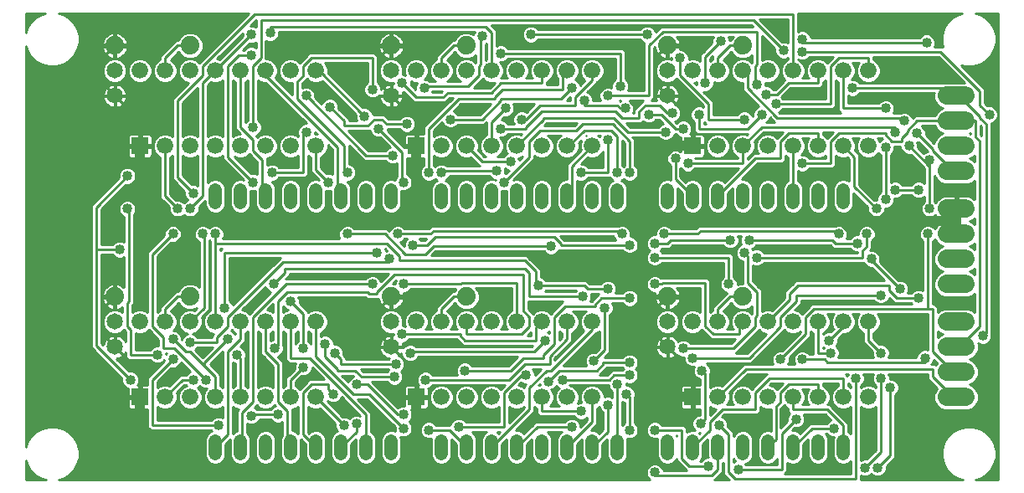
<source format=gbl>
G75*
%MOIN*%
%OFA0B0*%
%FSLAX24Y24*%
%IPPOS*%
%LPD*%
%AMOC8*
5,1,8,0,0,1.08239X$1,22.5*
%
%ADD10C,0.0650*%
%ADD11R,0.0660X0.0660*%
%ADD12C,0.0660*%
%ADD13C,0.0740*%
%ADD14C,0.0520*%
%ADD15C,0.0740*%
%ADD16C,0.0100*%
%ADD17C,0.0400*%
%ADD18C,0.0400*%
D10*
X004150Y005900D03*
X004150Y006900D03*
X015150Y006900D03*
X015150Y005900D03*
X026150Y005900D03*
X026150Y006900D03*
X026150Y015900D03*
X026150Y016900D03*
X015150Y016900D03*
X015150Y015900D03*
X004150Y015900D03*
X004150Y016900D03*
D11*
X005150Y013900D03*
X016150Y013900D03*
X027150Y013900D03*
X027150Y003900D03*
X016150Y003900D03*
X005150Y003900D03*
D12*
X006150Y003900D03*
X007150Y003900D03*
X008150Y003900D03*
X009150Y003900D03*
X010150Y003900D03*
X011150Y003900D03*
X012150Y003900D03*
X017150Y003900D03*
X018150Y003900D03*
X019150Y003900D03*
X020150Y003900D03*
X021150Y003900D03*
X022150Y003900D03*
X023150Y003900D03*
X028150Y003900D03*
X029150Y003900D03*
X030150Y003900D03*
X031150Y003900D03*
X032150Y003900D03*
X033150Y003900D03*
X034150Y003900D03*
X034150Y006900D03*
X033150Y006900D03*
X032150Y006900D03*
X031150Y006900D03*
X030150Y006900D03*
X029150Y006900D03*
X028150Y006900D03*
X027150Y006900D03*
X023150Y006900D03*
X022150Y006900D03*
X021150Y006900D03*
X020150Y006900D03*
X019150Y006900D03*
X018150Y006900D03*
X017150Y006900D03*
X016150Y006900D03*
X012150Y006900D03*
X011150Y006900D03*
X010150Y006900D03*
X009150Y006900D03*
X008150Y006900D03*
X007150Y006900D03*
X006150Y006900D03*
X005150Y006900D03*
X006150Y013900D03*
X007150Y013900D03*
X008150Y013900D03*
X009150Y013900D03*
X010150Y013900D03*
X011150Y013900D03*
X012150Y013900D03*
X017150Y013900D03*
X018150Y013900D03*
X019150Y013900D03*
X020150Y013900D03*
X021150Y013900D03*
X022150Y013900D03*
X023150Y013900D03*
X028150Y013900D03*
X029150Y013900D03*
X030150Y013900D03*
X031150Y013900D03*
X032150Y013900D03*
X033150Y013900D03*
X034150Y013900D03*
X034150Y016900D03*
X033150Y016900D03*
X032150Y016900D03*
X031150Y016900D03*
X030150Y016900D03*
X029150Y016900D03*
X028150Y016900D03*
X027150Y016900D03*
X023150Y016900D03*
X022150Y016900D03*
X021150Y016900D03*
X020150Y016900D03*
X019150Y016900D03*
X018150Y016900D03*
X017150Y016900D03*
X016150Y016900D03*
X012150Y016900D03*
X011150Y016900D03*
X010150Y016900D03*
X009150Y016900D03*
X008150Y016900D03*
X007150Y016900D03*
X006150Y016900D03*
X005150Y016900D03*
D13*
X004150Y017900D03*
X007150Y017900D03*
X015150Y017900D03*
X018150Y017900D03*
X026150Y017900D03*
X029150Y017900D03*
X029150Y007900D03*
X026150Y007900D03*
X018150Y007900D03*
X015150Y007900D03*
X007150Y007900D03*
X004150Y007900D03*
D14*
X008150Y011640D02*
X008150Y012160D01*
X009150Y012160D02*
X009150Y011640D01*
X010150Y011640D02*
X010150Y012160D01*
X011150Y012160D02*
X011150Y011640D01*
X012150Y011640D02*
X012150Y012160D01*
X013150Y012160D02*
X013150Y011640D01*
X014150Y011640D02*
X014150Y012160D01*
X015150Y012160D02*
X015150Y011640D01*
X017150Y011640D02*
X017150Y012160D01*
X018150Y012160D02*
X018150Y011640D01*
X019150Y011640D02*
X019150Y012160D01*
X020150Y012160D02*
X020150Y011640D01*
X021150Y011640D02*
X021150Y012160D01*
X022150Y012160D02*
X022150Y011640D01*
X023150Y011640D02*
X023150Y012160D01*
X024150Y012160D02*
X024150Y011640D01*
X026150Y011640D02*
X026150Y012160D01*
X027150Y012160D02*
X027150Y011640D01*
X028150Y011640D02*
X028150Y012160D01*
X029150Y012160D02*
X029150Y011640D01*
X030150Y011640D02*
X030150Y012160D01*
X031150Y012160D02*
X031150Y011640D01*
X032150Y011640D02*
X032150Y012160D01*
X033150Y012160D02*
X033150Y011640D01*
X033150Y002160D02*
X033150Y001640D01*
X032150Y001640D02*
X032150Y002160D01*
X031150Y002160D02*
X031150Y001640D01*
X030150Y001640D02*
X030150Y002160D01*
X029150Y002160D02*
X029150Y001640D01*
X028150Y001640D02*
X028150Y002160D01*
X027150Y002160D02*
X027150Y001640D01*
X026150Y001640D02*
X026150Y002160D01*
X024150Y002160D02*
X024150Y001640D01*
X023150Y001640D02*
X023150Y002160D01*
X022150Y002160D02*
X022150Y001640D01*
X021150Y001640D02*
X021150Y002160D01*
X020150Y002160D02*
X020150Y001640D01*
X019150Y001640D02*
X019150Y002160D01*
X018150Y002160D02*
X018150Y001640D01*
X017150Y001640D02*
X017150Y002160D01*
X015150Y002160D02*
X015150Y001640D01*
X014150Y001640D02*
X014150Y002160D01*
X013150Y002160D02*
X013150Y001640D01*
X012150Y001640D02*
X012150Y002160D01*
X011150Y002160D02*
X011150Y001640D01*
X010150Y001640D02*
X010150Y002160D01*
X009150Y002160D02*
X009150Y001640D01*
X008150Y001640D02*
X008150Y002160D01*
D15*
X037280Y003900D02*
X038020Y003900D01*
X038020Y004900D02*
X037280Y004900D01*
X037280Y005900D02*
X038020Y005900D01*
X038020Y006900D02*
X037280Y006900D01*
X037280Y008400D02*
X038020Y008400D01*
X038020Y009400D02*
X037280Y009400D01*
X037280Y010400D02*
X038020Y010400D01*
X038020Y011400D02*
X037280Y011400D01*
X037280Y012900D02*
X038020Y012900D01*
X038020Y013900D02*
X037280Y013900D01*
X037280Y014900D02*
X038020Y014900D01*
X038020Y015900D02*
X037280Y015900D01*
D16*
X001396Y000600D02*
X000600Y000600D01*
X000600Y001396D01*
X000644Y001233D01*
X000786Y000987D01*
X000987Y000786D01*
X001233Y000644D01*
X001396Y000600D01*
X001238Y000643D02*
X000600Y000643D01*
X000600Y000741D02*
X001065Y000741D01*
X000933Y000840D02*
X000600Y000840D01*
X000600Y000938D02*
X000835Y000938D01*
X000757Y001037D02*
X000600Y001037D01*
X000600Y001135D02*
X000700Y001135D01*
X000644Y001234D02*
X000600Y001234D01*
X000600Y001332D02*
X000617Y001332D01*
X000600Y001904D02*
X000600Y017896D01*
X000644Y017733D01*
X000786Y017487D01*
X000987Y017286D01*
X001233Y017144D01*
X001508Y017070D01*
X001792Y017070D01*
X002067Y017144D01*
X002313Y017286D01*
X002514Y017487D01*
X002656Y017733D01*
X002730Y018008D01*
X002730Y018292D01*
X002656Y018567D01*
X002514Y018813D01*
X002313Y019014D01*
X002067Y019156D01*
X001919Y019196D01*
X009476Y019196D01*
X007504Y017225D01*
X007422Y017307D01*
X007245Y017380D01*
X007055Y017380D01*
X006878Y017307D01*
X006743Y017172D01*
X006670Y016995D01*
X006670Y016805D01*
X006743Y016628D01*
X006878Y016493D01*
X007055Y016420D01*
X007075Y016420D01*
X006450Y015795D01*
X006450Y014279D01*
X006422Y014307D01*
X006245Y014380D01*
X006055Y014380D01*
X005878Y014307D01*
X005743Y014172D01*
X005670Y013995D01*
X005670Y013805D01*
X005743Y013628D01*
X005878Y013493D01*
X005950Y013463D01*
X005950Y011817D01*
X006067Y011700D01*
X006300Y011467D01*
X006300Y011330D01*
X006333Y011250D01*
X005500Y011250D01*
X005500Y013420D01*
X005542Y013420D01*
X005630Y013508D01*
X005630Y014292D01*
X005542Y014380D01*
X005350Y014380D01*
X005350Y014983D01*
X005233Y015100D01*
X004596Y015736D01*
X004625Y015806D01*
X004625Y015994D01*
X004553Y016169D01*
X004419Y016303D01*
X004244Y016375D01*
X004056Y016375D01*
X003986Y016346D01*
X003850Y016483D01*
X003850Y016528D01*
X003881Y016497D01*
X004056Y016425D01*
X004244Y016425D01*
X004419Y016497D01*
X004553Y016631D01*
X004625Y016806D01*
X004625Y016994D01*
X004670Y016994D01*
X004625Y016994D01*
X004553Y017169D01*
X004419Y017303D01*
X004244Y017375D01*
X004056Y017375D01*
X003881Y017303D01*
X003850Y017272D01*
X003850Y017317D01*
X003952Y017419D01*
X004047Y017380D01*
X004253Y017380D01*
X004445Y017459D01*
X004591Y017605D01*
X004670Y017797D01*
X004670Y018003D01*
X004591Y018195D01*
X004445Y018341D01*
X004253Y018420D01*
X004047Y018420D01*
X003855Y018341D01*
X003709Y018195D01*
X003630Y018003D01*
X003630Y017797D01*
X003669Y017702D01*
X003567Y017600D01*
X003450Y017483D01*
X003450Y016317D01*
X003567Y016200D01*
X003704Y016064D01*
X003675Y015994D01*
X003675Y015806D01*
X003747Y015631D01*
X003881Y015497D01*
X004056Y015425D01*
X004244Y015425D01*
X004314Y015454D01*
X004950Y014817D01*
X004950Y014380D01*
X004758Y014380D01*
X004670Y014292D01*
X004670Y013508D01*
X004758Y013420D01*
X004800Y013420D01*
X004800Y013029D01*
X004720Y013062D01*
X004580Y013062D01*
X004452Y013009D01*
X004353Y012911D01*
X004300Y012782D01*
X004300Y012645D01*
X003200Y011545D01*
X003200Y005880D01*
X004425Y004655D01*
X004425Y004518D01*
X004478Y004389D01*
X004577Y004291D01*
X004670Y004252D01*
X004670Y003508D01*
X004758Y003420D01*
X004800Y003420D01*
X004800Y000830D01*
X004853Y000702D01*
X004952Y000603D01*
X004960Y000600D01*
X001904Y000600D01*
X002067Y000644D01*
X002313Y000786D01*
X002514Y000987D01*
X002656Y001233D01*
X002730Y001508D01*
X002730Y001792D01*
X002656Y002067D01*
X002514Y002313D01*
X002313Y002514D01*
X002067Y002656D01*
X001792Y002730D01*
X001508Y002730D01*
X001233Y002656D01*
X000987Y002514D01*
X000786Y002313D01*
X000644Y002067D01*
X000600Y001904D01*
X000600Y017896D01*
X000644Y017733D01*
X000786Y017487D01*
X000987Y017286D01*
X001233Y017144D01*
X001508Y017070D01*
X001792Y017070D01*
X002067Y017144D01*
X002313Y017286D01*
X002514Y017487D01*
X002656Y017733D01*
X002730Y018008D01*
X002730Y018292D01*
X002656Y018567D01*
X002514Y018813D01*
X002313Y019014D01*
X002067Y019156D01*
X001919Y019196D01*
X009476Y019196D01*
X007504Y017225D01*
X007422Y017307D01*
X007245Y017380D01*
X007055Y017380D01*
X006878Y017307D01*
X006743Y017172D01*
X006670Y016995D01*
X006670Y016805D01*
X006743Y016628D01*
X006878Y016493D01*
X007055Y016420D01*
X007075Y016420D01*
X006450Y015795D01*
X006450Y014279D01*
X006422Y014307D01*
X006245Y014380D01*
X006055Y014380D01*
X005878Y014307D01*
X005743Y014172D01*
X005670Y013995D01*
X005670Y013805D01*
X005743Y013628D01*
X005878Y013493D01*
X005950Y013463D01*
X005950Y011817D01*
X006067Y011700D01*
X006300Y011467D01*
X006300Y011330D01*
X006353Y011202D01*
X006452Y011103D01*
X006580Y011050D01*
X006720Y011050D01*
X006848Y011103D01*
X006900Y011155D01*
X006952Y011103D01*
X007080Y011050D01*
X007220Y011050D01*
X007348Y011103D01*
X007447Y011202D01*
X007500Y011330D01*
X007500Y011467D01*
X007733Y011700D01*
X007740Y011707D01*
X007740Y011558D01*
X007802Y011408D01*
X007918Y011292D01*
X008020Y011250D01*
X007467Y011250D01*
X007500Y011330D01*
X007500Y011467D01*
X007733Y011700D01*
X007740Y011707D01*
X007740Y011558D01*
X007802Y011408D01*
X007918Y011292D01*
X008068Y011230D01*
X008232Y011230D01*
X008382Y011292D01*
X008498Y011408D01*
X008560Y011558D01*
X008560Y012242D01*
X008498Y012392D01*
X008382Y012508D01*
X008232Y012570D01*
X008068Y012570D01*
X007918Y012508D01*
X007850Y012440D01*
X007850Y013521D01*
X007878Y013493D01*
X008055Y013420D01*
X008245Y013420D01*
X008422Y013493D01*
X008450Y013521D01*
X008450Y013380D01*
X008567Y013263D01*
X009280Y012550D01*
X009232Y012570D01*
X009068Y012570D01*
X008918Y012508D01*
X008802Y012392D01*
X008740Y012242D01*
X008740Y011558D01*
X008802Y011408D01*
X008918Y011292D01*
X009020Y011250D01*
X008280Y011250D01*
X008382Y011292D01*
X008498Y011408D01*
X008560Y011558D01*
X008560Y012242D01*
X008498Y012392D01*
X008382Y012508D01*
X008232Y012570D01*
X008068Y012570D01*
X007918Y012508D01*
X007850Y012440D01*
X007850Y013521D01*
X007878Y013493D01*
X008055Y013420D01*
X008245Y013420D01*
X008422Y013493D01*
X008450Y013521D01*
X008450Y013380D01*
X008567Y013263D01*
X009280Y012550D01*
X009232Y012570D01*
X009068Y012570D01*
X008918Y012508D01*
X008802Y012392D01*
X008740Y012242D01*
X008740Y011558D01*
X008802Y011408D01*
X008918Y011292D01*
X009068Y011230D01*
X009232Y011230D01*
X009382Y011292D01*
X009498Y011408D01*
X009560Y011558D01*
X009560Y012121D01*
X009580Y012113D01*
X009720Y012113D01*
X009740Y012121D01*
X009740Y011558D01*
X009802Y011408D01*
X009918Y011292D01*
X010020Y011250D01*
X009280Y011250D01*
X009382Y011292D01*
X009498Y011408D01*
X009560Y011558D01*
X009560Y012121D01*
X009580Y012113D01*
X009720Y012113D01*
X009740Y012121D01*
X009740Y011558D01*
X009802Y011408D01*
X009918Y011292D01*
X010068Y011230D01*
X010232Y011230D01*
X010382Y011292D01*
X010498Y011408D01*
X010560Y011558D01*
X010560Y012242D01*
X010498Y012392D01*
X010402Y012488D01*
X010470Y012488D01*
X010598Y012541D01*
X010695Y012638D01*
X011733Y012638D01*
X011850Y012755D01*
X011850Y013521D01*
X011878Y013493D01*
X011950Y013463D01*
X011950Y012880D01*
X012067Y012763D01*
X012280Y012550D01*
X012232Y012570D01*
X012068Y012570D01*
X011918Y012508D01*
X011802Y012392D01*
X011740Y012242D01*
X011740Y011558D01*
X011802Y011408D01*
X011918Y011292D01*
X012020Y011250D01*
X011280Y011250D01*
X011382Y011292D01*
X011498Y011408D01*
X011560Y011558D01*
X011560Y012242D01*
X011498Y012392D01*
X011382Y012508D01*
X011232Y012570D01*
X011068Y012570D01*
X010918Y012508D01*
X010802Y012392D01*
X010740Y012242D01*
X010740Y011558D01*
X010802Y011408D01*
X010918Y011292D01*
X011020Y011250D01*
X010280Y011250D01*
X010382Y011292D01*
X010498Y011408D01*
X010560Y011558D01*
X010560Y012242D01*
X010498Y012392D01*
X010402Y012488D01*
X010470Y012488D01*
X010598Y012541D01*
X010695Y012638D01*
X011733Y012638D01*
X011850Y012755D01*
X011850Y013521D01*
X011878Y013493D01*
X011950Y013463D01*
X011950Y012880D01*
X012067Y012763D01*
X012280Y012550D01*
X012232Y012570D01*
X012068Y012570D01*
X011918Y012508D01*
X011802Y012392D01*
X011740Y012242D01*
X011740Y011558D01*
X011802Y011408D01*
X011918Y011292D01*
X012068Y011230D01*
X012232Y011230D01*
X012382Y011292D01*
X012498Y011408D01*
X012560Y011558D01*
X012560Y012121D01*
X012580Y012113D01*
X012720Y012113D01*
X012740Y012121D01*
X012740Y011558D01*
X012802Y011408D01*
X012918Y011292D01*
X013020Y011250D01*
X012280Y011250D01*
X012382Y011292D01*
X012498Y011408D01*
X012560Y011558D01*
X012560Y012121D01*
X012580Y012113D01*
X012720Y012113D01*
X012740Y012121D01*
X012740Y011558D01*
X012802Y011408D01*
X012918Y011292D01*
X013068Y011230D01*
X013232Y011230D01*
X013382Y011292D01*
X013498Y011408D01*
X013560Y011558D01*
X013560Y012242D01*
X013498Y012392D01*
X013402Y012488D01*
X013470Y012488D01*
X013598Y012541D01*
X013697Y012639D01*
X013750Y012768D01*
X013750Y012907D01*
X013697Y013036D01*
X013598Y013134D01*
X013475Y013185D01*
X013475Y013917D01*
X013950Y013442D01*
X014067Y013325D01*
X014918Y013325D01*
X015014Y013228D01*
X015143Y013175D01*
X015282Y013175D01*
X015388Y013219D01*
X015388Y012695D01*
X015353Y012661D01*
X015303Y012540D01*
X015232Y012570D01*
X015068Y012570D01*
X014918Y012508D01*
X014802Y012392D01*
X014740Y012242D01*
X014740Y011558D01*
X014802Y011408D01*
X014918Y011292D01*
X015020Y011250D01*
X014280Y011250D01*
X014382Y011292D01*
X014498Y011408D01*
X014560Y011558D01*
X014560Y012242D01*
X014498Y012392D01*
X014382Y012508D01*
X014232Y012570D01*
X014068Y012570D01*
X013918Y012508D01*
X013802Y012392D01*
X013740Y012242D01*
X013740Y011558D01*
X013802Y011408D01*
X013918Y011292D01*
X014020Y011250D01*
X013280Y011250D01*
X013382Y011292D01*
X013498Y011408D01*
X013560Y011558D01*
X013560Y012242D01*
X013498Y012392D01*
X013402Y012488D01*
X013470Y012488D01*
X013598Y012541D01*
X013697Y012639D01*
X013750Y012768D01*
X013750Y012907D01*
X013697Y013036D01*
X013598Y013134D01*
X013475Y013185D01*
X013475Y013917D01*
X013950Y013442D01*
X014067Y013325D01*
X014918Y013325D01*
X015014Y013228D01*
X015143Y013175D01*
X015282Y013175D01*
X015388Y013219D01*
X015388Y012695D01*
X015353Y012661D01*
X015303Y012540D01*
X015232Y012570D01*
X015068Y012570D01*
X014918Y012508D01*
X014802Y012392D01*
X014740Y012242D01*
X014740Y011558D01*
X014802Y011408D01*
X014918Y011292D01*
X015068Y011230D01*
X015232Y011230D01*
X015382Y011292D01*
X015498Y011408D01*
X015560Y011558D01*
X015560Y012121D01*
X015580Y012113D01*
X015720Y012113D01*
X015800Y012146D01*
X015800Y011250D01*
X015280Y011250D01*
X015382Y011292D01*
X015498Y011408D01*
X015560Y011558D01*
X015560Y012121D01*
X015580Y012113D01*
X015720Y012113D01*
X015848Y012166D01*
X015947Y012264D01*
X016000Y012393D01*
X016000Y012532D01*
X015947Y012661D01*
X015848Y012759D01*
X015787Y012784D01*
X015787Y013420D01*
X015800Y013420D01*
X015800Y012779D01*
X015787Y012784D01*
X015787Y013423D01*
X015800Y013420D01*
X016100Y013420D01*
X016100Y013850D01*
X016200Y013850D01*
X016200Y013420D01*
X016450Y013420D01*
X016450Y013132D01*
X016353Y013036D01*
X016300Y012907D01*
X016300Y012768D01*
X016353Y012639D01*
X016452Y012541D01*
X016580Y012488D01*
X016720Y012488D01*
X016848Y012541D01*
X016900Y012593D01*
X016952Y012541D01*
X016975Y012531D01*
X016918Y012508D01*
X016802Y012392D01*
X016740Y012242D01*
X016740Y011558D01*
X016802Y011408D01*
X016918Y011292D01*
X017020Y011250D01*
X016500Y011250D01*
X016500Y012521D01*
X016580Y012488D01*
X016720Y012488D01*
X016848Y012541D01*
X016900Y012593D01*
X016952Y012541D01*
X016975Y012531D01*
X016918Y012508D01*
X016802Y012392D01*
X016740Y012242D01*
X016740Y011558D01*
X016802Y011408D01*
X016918Y011292D01*
X017068Y011230D01*
X017232Y011230D01*
X017382Y011292D01*
X017498Y011408D01*
X017560Y011558D01*
X017560Y012242D01*
X017498Y012392D01*
X017382Y012508D01*
X017325Y012531D01*
X017348Y012541D01*
X017447Y012639D01*
X017472Y012700D01*
X019043Y012700D01*
X019139Y012603D01*
X019220Y012570D01*
X019068Y012570D01*
X018918Y012508D01*
X018802Y012392D01*
X018740Y012242D01*
X018740Y011558D01*
X018802Y011408D01*
X018918Y011292D01*
X019020Y011250D01*
X018280Y011250D01*
X018382Y011292D01*
X018498Y011408D01*
X018560Y011558D01*
X018560Y012242D01*
X018498Y012392D01*
X018382Y012508D01*
X018232Y012570D01*
X018068Y012570D01*
X017918Y012508D01*
X017802Y012392D01*
X017740Y012242D01*
X017740Y011558D01*
X017802Y011408D01*
X017918Y011292D01*
X018020Y011250D01*
X017280Y011250D01*
X017382Y011292D01*
X017498Y011408D01*
X017560Y011558D01*
X017560Y012242D01*
X017498Y012392D01*
X017382Y012508D01*
X017325Y012531D01*
X017348Y012541D01*
X017447Y012639D01*
X017472Y012700D01*
X019043Y012700D01*
X019139Y012603D01*
X019220Y012570D01*
X019068Y012570D01*
X018918Y012508D01*
X018802Y012392D01*
X018740Y012242D01*
X018740Y011558D01*
X018802Y011408D01*
X018918Y011292D01*
X019068Y011230D01*
X019232Y011230D01*
X019382Y011292D01*
X019498Y011408D01*
X019560Y011558D01*
X019560Y012121D01*
X019580Y012113D01*
X019720Y012113D01*
X019740Y012121D01*
X019740Y011558D01*
X019802Y011408D01*
X019918Y011292D01*
X020020Y011250D01*
X019280Y011250D01*
X019382Y011292D01*
X019498Y011408D01*
X019560Y011558D01*
X019560Y012121D01*
X019580Y012113D01*
X019720Y012113D01*
X019740Y012121D01*
X019740Y011558D01*
X019802Y011408D01*
X019918Y011292D01*
X020068Y011230D01*
X020232Y011230D01*
X020382Y011292D01*
X020498Y011408D01*
X020560Y011558D01*
X020560Y012242D01*
X020498Y012392D01*
X020382Y012508D01*
X020232Y012570D01*
X020068Y012570D01*
X020020Y012550D01*
X020733Y013263D01*
X020850Y013380D01*
X020850Y013521D01*
X020878Y013493D01*
X021055Y013420D01*
X021245Y013420D01*
X021422Y013493D01*
X021557Y013628D01*
X021630Y013805D01*
X021630Y013995D01*
X021557Y014172D01*
X021422Y014307D01*
X021378Y014325D01*
X021922Y014325D01*
X021878Y014307D01*
X021743Y014172D01*
X021670Y013995D01*
X021670Y013805D01*
X021743Y013628D01*
X021878Y013493D01*
X022055Y013420D01*
X022245Y013420D01*
X022422Y013493D01*
X022557Y013628D01*
X022630Y013805D01*
X022630Y013995D01*
X022619Y014023D01*
X022726Y014131D01*
X022670Y013995D01*
X022670Y013805D01*
X022700Y013733D01*
X022138Y013170D01*
X022138Y012570D01*
X022068Y012570D01*
X021918Y012508D01*
X021802Y012392D01*
X021740Y012242D01*
X021740Y011558D01*
X021802Y011408D01*
X021918Y011292D01*
X022020Y011250D01*
X021280Y011250D01*
X021382Y011292D01*
X021498Y011408D01*
X021560Y011558D01*
X021560Y012242D01*
X021498Y012392D01*
X021382Y012508D01*
X021232Y012570D01*
X021068Y012570D01*
X020918Y012508D01*
X020802Y012392D01*
X020740Y012242D01*
X020740Y011558D01*
X020802Y011408D01*
X020918Y011292D01*
X021020Y011250D01*
X020280Y011250D01*
X020382Y011292D01*
X020498Y011408D01*
X020560Y011558D01*
X020560Y012242D01*
X020498Y012392D01*
X020382Y012508D01*
X020232Y012570D01*
X020068Y012570D01*
X020020Y012550D01*
X020850Y013380D01*
X020850Y013521D01*
X020878Y013493D01*
X021055Y013420D01*
X021245Y013420D01*
X021422Y013493D01*
X021557Y013628D01*
X021630Y013805D01*
X021630Y013995D01*
X021557Y014172D01*
X021422Y014307D01*
X021378Y014325D01*
X021922Y014325D01*
X021878Y014307D01*
X021743Y014172D01*
X021670Y013995D01*
X021670Y013805D01*
X021743Y013628D01*
X021878Y013493D01*
X022055Y013420D01*
X022245Y013420D01*
X022422Y013493D01*
X022557Y013628D01*
X022630Y013805D01*
X022630Y013995D01*
X022619Y014023D01*
X022726Y014131D01*
X022670Y013995D01*
X022670Y013805D01*
X022700Y013733D01*
X022138Y013170D01*
X022138Y012570D01*
X022068Y012570D01*
X021918Y012508D01*
X021802Y012392D01*
X021740Y012242D01*
X021740Y011558D01*
X021802Y011408D01*
X021918Y011292D01*
X022068Y011230D01*
X022232Y011230D01*
X022382Y011292D01*
X022498Y011408D01*
X022560Y011558D01*
X022560Y012242D01*
X022537Y012296D01*
X022537Y012531D01*
X022643Y012488D01*
X022782Y012488D01*
X022911Y012541D01*
X023007Y012638D01*
X023855Y012638D01*
X023952Y012541D01*
X023975Y012531D01*
X023918Y012508D01*
X023802Y012392D01*
X023740Y012242D01*
X023740Y011558D01*
X023802Y011408D01*
X023918Y011292D01*
X024020Y011250D01*
X023280Y011250D01*
X023382Y011292D01*
X023498Y011408D01*
X023560Y011558D01*
X023560Y012242D01*
X023498Y012392D01*
X023382Y012508D01*
X023232Y012570D01*
X023068Y012570D01*
X022918Y012508D01*
X022802Y012392D01*
X022740Y012242D01*
X022740Y011558D01*
X022802Y011408D01*
X022918Y011292D01*
X023020Y011250D01*
X022280Y011250D01*
X022382Y011292D01*
X022498Y011408D01*
X022560Y011558D01*
X022560Y012242D01*
X022537Y012296D01*
X022537Y012531D01*
X022643Y012488D01*
X022782Y012488D01*
X022911Y012541D01*
X023007Y012638D01*
X023855Y012638D01*
X023952Y012541D01*
X023975Y012531D01*
X023918Y012508D01*
X023802Y012392D01*
X023740Y012242D01*
X023740Y011558D01*
X023802Y011408D01*
X023918Y011292D01*
X024068Y011230D01*
X024232Y011230D01*
X024382Y011292D01*
X024498Y011408D01*
X024560Y011558D01*
X024560Y012242D01*
X024498Y012392D01*
X024382Y012508D01*
X024325Y012531D01*
X024348Y012541D01*
X024400Y012593D01*
X024452Y012541D01*
X024580Y012488D01*
X024720Y012488D01*
X024800Y012521D01*
X024800Y011250D01*
X024280Y011250D01*
X024382Y011292D01*
X024498Y011408D01*
X024560Y011558D01*
X024560Y012242D01*
X024498Y012392D01*
X024382Y012508D01*
X024325Y012531D01*
X024348Y012541D01*
X024400Y012593D01*
X024452Y012541D01*
X024580Y012488D01*
X024720Y012488D01*
X024848Y012541D01*
X024947Y012639D01*
X025000Y012768D01*
X025000Y012907D01*
X024947Y013036D01*
X024850Y013132D01*
X024850Y014170D01*
X024758Y014263D01*
X025793Y014263D01*
X025805Y014250D01*
X025080Y014250D01*
X024952Y014197D01*
X024853Y014098D01*
X024850Y014090D01*
X024850Y014170D01*
X024758Y014263D01*
X025793Y014263D01*
X025889Y014166D01*
X026018Y014113D01*
X026157Y014113D01*
X026286Y014166D01*
X026384Y014264D01*
X026435Y014388D01*
X026480Y014388D01*
X026577Y014291D01*
X026670Y014252D01*
X026670Y014250D01*
X026370Y014250D01*
X026384Y014264D01*
X026435Y014388D01*
X026480Y014388D01*
X026577Y014291D01*
X026671Y014252D01*
X026670Y014250D01*
X026670Y013950D01*
X027100Y013950D01*
X027100Y014380D01*
X027062Y014380D01*
X027072Y014389D01*
X027125Y014518D01*
X027125Y014657D01*
X027072Y014786D01*
X026973Y014884D01*
X026845Y014937D01*
X026705Y014937D01*
X026577Y014884D01*
X026513Y014820D01*
X026452Y014881D01*
X026536Y014916D01*
X026634Y015014D01*
X026669Y015098D01*
X026830Y014937D01*
X026705Y014937D01*
X026577Y014884D01*
X026513Y014820D01*
X026452Y014881D01*
X026536Y014916D01*
X026634Y015014D01*
X026687Y015143D01*
X026687Y015282D01*
X026634Y015411D01*
X026536Y015509D01*
X026462Y015540D01*
X026512Y015591D01*
X026556Y015651D01*
X026590Y015718D01*
X026613Y015789D01*
X026625Y015863D01*
X026625Y015881D01*
X026169Y015881D01*
X026169Y015919D01*
X026131Y015919D01*
X026131Y016375D01*
X026113Y016375D01*
X026039Y016363D01*
X025968Y016340D01*
X025901Y016306D01*
X025841Y016262D01*
X025788Y016209D01*
X025744Y016149D01*
X025710Y016082D01*
X025687Y016011D01*
X025675Y015937D01*
X025675Y015919D01*
X026131Y015919D01*
X026131Y015881D01*
X025675Y015881D01*
X025675Y015863D01*
X025687Y015789D01*
X025707Y015725D01*
X025508Y015725D01*
X025600Y015817D01*
X025600Y016167D01*
X025704Y016064D01*
X025675Y015994D01*
X025675Y015806D01*
X025708Y015725D01*
X025508Y015725D01*
X025600Y015817D01*
X025600Y017817D01*
X025630Y017847D01*
X025630Y017797D01*
X025669Y017702D01*
X025600Y017633D01*
X025600Y017817D01*
X025632Y017849D01*
X025643Y017778D01*
X025668Y017700D01*
X025705Y017627D01*
X025753Y017561D01*
X025811Y017503D01*
X025877Y017455D01*
X025950Y017418D01*
X026028Y017393D01*
X026109Y017380D01*
X026111Y017380D01*
X026111Y017861D01*
X026189Y017861D01*
X026189Y017939D01*
X026670Y017939D01*
X026670Y017941D01*
X026657Y018022D01*
X026632Y018100D01*
X026595Y018173D01*
X026547Y018239D01*
X026523Y018263D01*
X027969Y018263D01*
X027925Y018157D01*
X027925Y018020D01*
X027567Y017662D01*
X027450Y017545D01*
X027450Y017279D01*
X027422Y017307D01*
X027245Y017380D01*
X027055Y017380D01*
X027000Y017357D01*
X027000Y017470D01*
X026947Y017598D01*
X026848Y017697D01*
X026720Y017750D01*
X026651Y017750D01*
X026670Y017797D01*
X026670Y018003D01*
X026591Y018195D01*
X026523Y018263D01*
X027969Y018263D01*
X027925Y018157D01*
X027925Y018020D01*
X027567Y017662D01*
X027450Y017545D01*
X027450Y017279D01*
X027422Y017307D01*
X027245Y017380D01*
X027055Y017380D01*
X027000Y017357D01*
X027000Y017470D01*
X026947Y017598D01*
X026848Y017697D01*
X026720Y017750D01*
X026648Y017750D01*
X026657Y017778D01*
X026670Y017859D01*
X026670Y017861D01*
X026189Y017861D01*
X026189Y017380D01*
X026191Y017380D01*
X026272Y017393D01*
X026300Y017402D01*
X026300Y017352D01*
X026244Y017375D01*
X026056Y017375D01*
X025881Y017303D01*
X025850Y017272D01*
X025850Y017317D01*
X025952Y017419D01*
X026047Y017380D01*
X026253Y017380D01*
X026300Y017399D01*
X026300Y017352D01*
X026244Y017375D01*
X026056Y017375D01*
X025881Y017303D01*
X025747Y017169D01*
X025675Y016994D01*
X025600Y016994D01*
X025675Y016994D02*
X025675Y016806D01*
X025747Y016631D01*
X025881Y016497D01*
X026056Y016425D01*
X026244Y016425D01*
X026419Y016497D01*
X026501Y016579D01*
X026567Y016513D01*
X027575Y015505D01*
X027575Y015456D01*
X027470Y015500D01*
X027330Y015500D01*
X027202Y015447D01*
X027103Y015348D01*
X027069Y015264D01*
X026596Y015736D01*
X026625Y015806D01*
X026625Y015994D01*
X026553Y016169D01*
X026419Y016303D01*
X026244Y016375D01*
X026056Y016375D01*
X025986Y016346D01*
X025850Y016483D01*
X025850Y016528D01*
X025881Y016497D01*
X026056Y016425D01*
X026244Y016425D01*
X026419Y016497D01*
X026501Y016579D01*
X026567Y016513D01*
X027575Y015505D01*
X027575Y015456D01*
X027470Y015500D01*
X027330Y015500D01*
X027202Y015447D01*
X027103Y015348D01*
X027050Y015220D01*
X027050Y015080D01*
X027103Y014952D01*
X027200Y014855D01*
X027200Y014505D01*
X027317Y014388D01*
X029355Y014388D01*
X029317Y014350D01*
X029245Y014380D01*
X029055Y014380D01*
X028878Y014307D01*
X028743Y014172D01*
X028670Y013995D01*
X028670Y013805D01*
X028743Y013628D01*
X028878Y013493D01*
X028950Y013463D01*
X028950Y013412D01*
X027257Y013412D01*
X027250Y013420D01*
X027500Y013420D01*
X027538Y013430D01*
X027572Y013450D01*
X027600Y013478D01*
X027620Y013512D01*
X027630Y013550D01*
X027630Y013850D01*
X027200Y013850D01*
X027200Y013950D01*
X027100Y013950D01*
X027100Y013850D01*
X026670Y013850D01*
X026670Y013687D01*
X026661Y013697D01*
X026532Y013750D01*
X026393Y013750D01*
X026264Y013697D01*
X026166Y013598D01*
X026113Y013470D01*
X026113Y013330D01*
X026166Y013202D01*
X026263Y013105D01*
X026263Y012557D01*
X026232Y012570D01*
X026068Y012570D01*
X025918Y012508D01*
X025802Y012392D01*
X025740Y012242D01*
X025740Y011558D01*
X025802Y011408D01*
X025918Y011292D01*
X026020Y011250D01*
X025500Y011250D01*
X025500Y013550D01*
X026146Y013550D01*
X026113Y013470D01*
X026113Y013330D01*
X026166Y013202D01*
X026263Y013105D01*
X026263Y012557D01*
X026232Y012570D01*
X026068Y012570D01*
X025918Y012508D01*
X025802Y012392D01*
X025740Y012242D01*
X025740Y011558D01*
X025802Y011408D01*
X025918Y011292D01*
X026068Y011230D01*
X026232Y011230D01*
X026382Y011292D01*
X026498Y011408D01*
X026560Y011558D01*
X026560Y012207D01*
X026740Y012027D01*
X026740Y011558D01*
X026802Y011408D01*
X026918Y011292D01*
X027020Y011250D01*
X026280Y011250D01*
X026382Y011292D01*
X026498Y011408D01*
X026560Y011558D01*
X026560Y012207D01*
X026740Y012027D01*
X026740Y011558D01*
X026802Y011408D01*
X026918Y011292D01*
X027068Y011230D01*
X027232Y011230D01*
X027382Y011292D01*
X027498Y011408D01*
X027560Y011558D01*
X027560Y012242D01*
X027498Y012392D01*
X027382Y012508D01*
X027232Y012570D01*
X027068Y012570D01*
X026918Y012508D01*
X026872Y012461D01*
X026662Y012670D01*
X026662Y013022D01*
X026666Y013014D01*
X026764Y012916D01*
X026893Y012863D01*
X027032Y012863D01*
X027161Y012916D01*
X027257Y013013D01*
X028980Y013013D01*
X028428Y012461D01*
X028382Y012508D01*
X028232Y012570D01*
X028068Y012570D01*
X027918Y012508D01*
X027802Y012392D01*
X027740Y012242D01*
X027740Y011558D01*
X027802Y011408D01*
X027918Y011292D01*
X028020Y011250D01*
X027280Y011250D01*
X027382Y011292D01*
X027498Y011408D01*
X027560Y011558D01*
X027560Y012242D01*
X027498Y012392D01*
X027382Y012508D01*
X027232Y012570D01*
X027068Y012570D01*
X026918Y012508D01*
X026872Y012461D01*
X026662Y012670D01*
X026662Y013022D01*
X026666Y013014D01*
X026764Y012916D01*
X026893Y012863D01*
X027032Y012863D01*
X027161Y012916D01*
X027257Y013013D01*
X028980Y013013D01*
X028428Y012461D01*
X028382Y012508D01*
X028232Y012570D01*
X028068Y012570D01*
X027918Y012508D01*
X027802Y012392D01*
X027740Y012242D01*
X027740Y011558D01*
X027802Y011408D01*
X027918Y011292D01*
X028068Y011230D01*
X028232Y011230D01*
X028382Y011292D01*
X028498Y011408D01*
X028560Y011558D01*
X028560Y012027D01*
X028740Y012207D01*
X028740Y011558D01*
X028802Y011408D01*
X028918Y011292D01*
X029020Y011250D01*
X028280Y011250D01*
X028382Y011292D01*
X028498Y011408D01*
X028560Y011558D01*
X028560Y012027D01*
X028740Y012207D01*
X028740Y011558D01*
X028802Y011408D01*
X028918Y011292D01*
X029068Y011230D01*
X029232Y011230D01*
X029382Y011292D01*
X029498Y011408D01*
X029560Y011558D01*
X029560Y012242D01*
X029498Y012392D01*
X029382Y012508D01*
X029232Y012570D01*
X029103Y012570D01*
X029733Y013200D01*
X030733Y013200D01*
X030850Y013317D01*
X030850Y013521D01*
X030878Y013493D01*
X030950Y013463D01*
X030950Y012521D01*
X030918Y012508D01*
X030802Y012392D01*
X030740Y012242D01*
X030740Y011558D01*
X030802Y011408D01*
X030918Y011292D01*
X031020Y011250D01*
X030280Y011250D01*
X030382Y011292D01*
X030498Y011408D01*
X030560Y011558D01*
X030560Y012242D01*
X030498Y012392D01*
X030382Y012508D01*
X030232Y012570D01*
X030068Y012570D01*
X029918Y012508D01*
X029802Y012392D01*
X029740Y012242D01*
X029740Y011558D01*
X029802Y011408D01*
X029918Y011292D01*
X030020Y011250D01*
X029280Y011250D01*
X029382Y011292D01*
X029498Y011408D01*
X029560Y011558D01*
X029560Y012242D01*
X029498Y012392D01*
X029382Y012508D01*
X029232Y012570D01*
X029103Y012570D01*
X029733Y013200D01*
X030733Y013200D01*
X030850Y013317D01*
X030850Y013521D01*
X030878Y013493D01*
X030950Y013463D01*
X030950Y012521D01*
X030918Y012508D01*
X030802Y012392D01*
X030740Y012242D01*
X030740Y011558D01*
X030802Y011408D01*
X030918Y011292D01*
X031068Y011230D01*
X031232Y011230D01*
X031382Y011292D01*
X031498Y011408D01*
X031560Y011558D01*
X031560Y012242D01*
X031498Y012392D01*
X031382Y012508D01*
X031350Y012521D01*
X031350Y012906D01*
X031455Y012863D01*
X031595Y012863D01*
X031723Y012916D01*
X031820Y013013D01*
X032733Y013013D01*
X032850Y013130D01*
X032850Y013521D01*
X032878Y013493D01*
X033055Y013420D01*
X033245Y013420D01*
X033317Y013450D01*
X033388Y013380D01*
X033388Y012502D01*
X033382Y012508D01*
X033232Y012570D01*
X033068Y012570D01*
X032918Y012508D01*
X032802Y012392D01*
X032740Y012242D01*
X032740Y011558D01*
X032802Y011408D01*
X032918Y011292D01*
X033020Y011250D01*
X032280Y011250D01*
X032382Y011292D01*
X032498Y011408D01*
X032560Y011558D01*
X032560Y012242D01*
X032498Y012392D01*
X032382Y012508D01*
X032232Y012570D01*
X032068Y012570D01*
X031918Y012508D01*
X031802Y012392D01*
X031740Y012242D01*
X031740Y011558D01*
X031802Y011408D01*
X031918Y011292D01*
X032020Y011250D01*
X031280Y011250D01*
X031382Y011292D01*
X031498Y011408D01*
X031560Y011558D01*
X031560Y012242D01*
X031498Y012392D01*
X031382Y012508D01*
X031350Y012521D01*
X031350Y012906D01*
X031455Y012863D01*
X031595Y012863D01*
X031723Y012916D01*
X031820Y013013D01*
X032733Y013013D01*
X032850Y013130D01*
X032850Y013521D01*
X032878Y013493D01*
X033055Y013420D01*
X033245Y013420D01*
X033317Y013450D01*
X033388Y013380D01*
X033388Y012502D01*
X033382Y012508D01*
X033232Y012570D01*
X033068Y012570D01*
X032918Y012508D01*
X032802Y012392D01*
X032740Y012242D01*
X032740Y011558D01*
X032802Y011408D01*
X032918Y011292D01*
X033068Y011230D01*
X033232Y011230D01*
X033382Y011292D01*
X033498Y011408D01*
X033560Y011558D01*
X033560Y012020D01*
X034113Y011467D01*
X034113Y011330D01*
X034146Y011250D01*
X033280Y011250D01*
X033382Y011292D01*
X033498Y011408D01*
X033560Y011558D01*
X033560Y012020D01*
X034113Y011467D01*
X034113Y011330D01*
X034166Y011202D01*
X034264Y011103D01*
X034393Y011050D01*
X034532Y011050D01*
X034661Y011103D01*
X034759Y011202D01*
X034812Y011330D01*
X034812Y011425D01*
X034907Y011425D01*
X035036Y011478D01*
X035134Y011577D01*
X035187Y011705D01*
X035187Y011800D01*
X035282Y011800D01*
X035411Y011853D01*
X035507Y011950D01*
X035855Y011950D01*
X035952Y011853D01*
X036080Y011800D01*
X036220Y011800D01*
X036348Y011853D01*
X036388Y011893D01*
X036388Y011695D01*
X036291Y011598D01*
X036238Y011470D01*
X036238Y011330D01*
X036271Y011250D01*
X034779Y011250D01*
X034812Y011330D01*
X034812Y011425D01*
X034907Y011425D01*
X035036Y011478D01*
X035134Y011577D01*
X035187Y011705D01*
X035187Y011800D01*
X035282Y011800D01*
X035411Y011853D01*
X035507Y011950D01*
X035855Y011950D01*
X035952Y011853D01*
X036080Y011800D01*
X036220Y011800D01*
X036348Y011853D01*
X036388Y011893D01*
X036388Y011695D01*
X036291Y011598D01*
X036238Y011470D01*
X036238Y011330D01*
X036291Y011202D01*
X036389Y011103D01*
X036518Y011050D01*
X036657Y011050D01*
X036786Y011103D01*
X036827Y011144D01*
X036835Y011127D01*
X036883Y011061D01*
X036941Y011003D01*
X037007Y010955D01*
X037080Y010918D01*
X037136Y010900D01*
X037080Y010882D01*
X037007Y010845D01*
X036941Y010797D01*
X036883Y010739D01*
X036835Y010673D01*
X036806Y010614D01*
X036723Y010697D01*
X036595Y010750D01*
X036455Y010750D01*
X036327Y010697D01*
X036228Y010598D01*
X036175Y010470D01*
X036175Y010330D01*
X036228Y010202D01*
X036325Y010105D01*
X036325Y008144D01*
X036220Y008187D01*
X036080Y008187D01*
X035952Y008134D01*
X035855Y008037D01*
X035706Y008037D01*
X035750Y008143D01*
X035750Y008282D01*
X035697Y008411D01*
X035598Y008509D01*
X035470Y008562D01*
X035333Y008562D01*
X034607Y009288D01*
X034625Y009330D01*
X034625Y009470D01*
X034572Y009598D01*
X034473Y009697D01*
X034345Y009750D01*
X034220Y009750D01*
X034287Y009817D01*
X034287Y010105D01*
X034384Y010202D01*
X034437Y010330D01*
X034437Y010470D01*
X034404Y010550D01*
X036208Y010550D01*
X036175Y010470D01*
X036175Y010330D01*
X036228Y010202D01*
X036325Y010105D01*
X036325Y008144D01*
X036220Y008187D01*
X036080Y008187D01*
X035952Y008134D01*
X035855Y008037D01*
X035706Y008037D01*
X035750Y008143D01*
X035750Y008282D01*
X035697Y008411D01*
X035598Y008509D01*
X035470Y008562D01*
X035333Y008562D01*
X034607Y009288D01*
X034625Y009330D01*
X034625Y009470D01*
X034572Y009598D01*
X034473Y009697D01*
X034345Y009750D01*
X034220Y009750D01*
X034287Y009817D01*
X034287Y010105D01*
X034384Y010202D01*
X034437Y010330D01*
X034437Y010470D01*
X034384Y010598D01*
X034286Y010697D01*
X034157Y010750D01*
X034018Y010750D01*
X033889Y010697D01*
X033791Y010598D01*
X033738Y010470D01*
X033738Y010375D01*
X033643Y010375D01*
X033514Y010322D01*
X033418Y010225D01*
X033269Y010225D01*
X033312Y010330D01*
X033312Y010470D01*
X033279Y010550D01*
X033771Y010550D01*
X033738Y010470D01*
X033738Y010375D01*
X033643Y010375D01*
X033514Y010322D01*
X033418Y010225D01*
X033269Y010225D01*
X033312Y010330D01*
X033312Y010470D01*
X033259Y010598D01*
X033161Y010697D01*
X033032Y010750D01*
X032893Y010750D01*
X032833Y010725D01*
X027380Y010725D01*
X027263Y010608D01*
X027255Y010600D01*
X026320Y010600D01*
X026223Y010697D01*
X026095Y010750D01*
X025955Y010750D01*
X025827Y010697D01*
X025728Y010598D01*
X025675Y010470D01*
X025675Y010375D01*
X025580Y010375D01*
X025500Y010342D01*
X025500Y010550D01*
X025708Y010550D01*
X025675Y010470D01*
X025675Y010375D01*
X025580Y010375D01*
X025452Y010322D01*
X025353Y010223D01*
X025300Y010095D01*
X025300Y009955D01*
X025353Y009827D01*
X025436Y009744D01*
X025353Y009661D01*
X025300Y009532D01*
X025300Y009393D01*
X025353Y009264D01*
X025452Y009166D01*
X025580Y009113D01*
X025720Y009113D01*
X025848Y009166D01*
X025945Y009263D01*
X028388Y009263D01*
X028388Y008695D01*
X028291Y008598D01*
X028238Y008470D01*
X028238Y008330D01*
X028291Y008202D01*
X028389Y008103D01*
X028517Y008050D01*
X028450Y007983D01*
X027950Y007483D01*
X027950Y007337D01*
X027878Y007307D01*
X027850Y007279D01*
X027850Y008545D01*
X027733Y008662D01*
X025882Y008662D01*
X025848Y008697D01*
X025720Y008750D01*
X025580Y008750D01*
X025500Y008717D01*
X025500Y009146D01*
X025580Y009113D01*
X025720Y009113D01*
X025848Y009166D01*
X025945Y009263D01*
X028388Y009263D01*
X028388Y008695D01*
X028291Y008598D01*
X028238Y008470D01*
X028238Y008330D01*
X028291Y008202D01*
X028389Y008103D01*
X028517Y008050D01*
X028450Y007983D01*
X027950Y007483D01*
X027950Y007337D01*
X027878Y007307D01*
X027850Y007279D01*
X027850Y008545D01*
X027733Y008662D01*
X025882Y008662D01*
X025848Y008697D01*
X025720Y008750D01*
X025580Y008750D01*
X025452Y008697D01*
X025353Y008598D01*
X025300Y008470D01*
X025300Y008330D01*
X025353Y008202D01*
X025452Y008103D01*
X025580Y008050D01*
X025649Y008050D01*
X025630Y008003D01*
X025630Y007797D01*
X025669Y007702D01*
X025500Y007533D01*
X025500Y008083D01*
X025580Y008050D01*
X025652Y008050D01*
X025643Y008022D01*
X025630Y007941D01*
X025630Y007939D01*
X026111Y007939D01*
X026111Y007861D01*
X026189Y007861D01*
X026189Y007939D01*
X026670Y007939D01*
X026670Y007941D01*
X026657Y008022D01*
X026632Y008100D01*
X026595Y008173D01*
X026547Y008239D01*
X026523Y008263D01*
X027450Y008263D01*
X027450Y007279D01*
X027422Y007307D01*
X027245Y007380D01*
X027055Y007380D01*
X026878Y007307D01*
X026743Y007172D01*
X026670Y006995D01*
X026670Y006805D01*
X026743Y006628D01*
X026878Y006493D01*
X027055Y006420D01*
X027245Y006420D01*
X027422Y006493D01*
X027504Y006575D01*
X027763Y006317D01*
X027880Y006200D01*
X028855Y006200D01*
X028692Y006037D01*
X027070Y006037D01*
X026973Y006134D01*
X026845Y006187D01*
X026705Y006187D01*
X026577Y006134D01*
X026570Y006127D01*
X026553Y006169D01*
X026419Y006303D01*
X026244Y006375D01*
X026056Y006375D01*
X025986Y006346D01*
X025850Y006483D01*
X025850Y006528D01*
X025881Y006497D01*
X026056Y006425D01*
X026244Y006425D01*
X026419Y006497D01*
X026553Y006631D01*
X026625Y006806D01*
X026625Y006994D01*
X026553Y007169D01*
X026419Y007303D01*
X026244Y007375D01*
X026056Y007375D01*
X025881Y007303D01*
X025850Y007272D01*
X025850Y007317D01*
X025952Y007419D01*
X026047Y007380D01*
X026253Y007380D01*
X026445Y007459D01*
X026591Y007605D01*
X026670Y007797D01*
X026670Y008003D01*
X026591Y008195D01*
X026523Y008263D01*
X027450Y008263D01*
X027450Y007279D01*
X027422Y007307D01*
X027245Y007380D01*
X027055Y007380D01*
X026878Y007307D01*
X026743Y007172D01*
X026670Y006995D01*
X026670Y006805D01*
X026743Y006628D01*
X026878Y006493D01*
X027055Y006420D01*
X027245Y006420D01*
X027422Y006493D01*
X027504Y006575D01*
X027763Y006317D01*
X027880Y006200D01*
X028855Y006200D01*
X028692Y006037D01*
X027070Y006037D01*
X026973Y006134D01*
X026845Y006187D01*
X026705Y006187D01*
X026577Y006134D01*
X026568Y006126D01*
X026556Y006149D01*
X026512Y006209D01*
X026459Y006262D01*
X026399Y006306D01*
X026332Y006340D01*
X026261Y006363D01*
X026187Y006375D01*
X026169Y006375D01*
X026169Y005919D01*
X026131Y005919D01*
X026131Y006375D01*
X026113Y006375D01*
X026039Y006363D01*
X025968Y006340D01*
X025901Y006306D01*
X025841Y006262D01*
X025788Y006209D01*
X025744Y006149D01*
X025710Y006082D01*
X025687Y006011D01*
X025675Y005937D01*
X025675Y005919D01*
X026131Y005919D01*
X026131Y005881D01*
X026169Y005881D01*
X026169Y005425D01*
X026187Y005425D01*
X026261Y005437D01*
X026332Y005460D01*
X026399Y005494D01*
X026459Y005538D01*
X026512Y005591D01*
X026518Y005599D01*
X026577Y005541D01*
X026705Y005488D01*
X026800Y005488D01*
X026800Y005393D01*
X026853Y005264D01*
X026952Y005166D01*
X027080Y005113D01*
X027208Y005113D01*
X027175Y005032D01*
X027175Y004893D01*
X027228Y004764D01*
X027327Y004666D01*
X027450Y004615D01*
X027450Y004380D01*
X027350Y004380D01*
X027350Y004656D01*
X027450Y004615D01*
X027450Y004380D01*
X027200Y004380D01*
X027200Y003950D01*
X027100Y003950D01*
X027100Y004380D01*
X026800Y004380D01*
X026762Y004370D01*
X026728Y004350D01*
X026700Y004322D01*
X026680Y004288D01*
X026670Y004250D01*
X025500Y004250D01*
X025500Y006267D01*
X025567Y006200D01*
X025704Y006064D01*
X025675Y005994D01*
X025675Y005806D01*
X025747Y005631D01*
X025881Y005497D01*
X026056Y005425D01*
X026244Y005425D01*
X026314Y005454D01*
X026950Y004817D01*
X026950Y004380D01*
X026758Y004380D01*
X026670Y004292D01*
X026670Y004250D01*
X026670Y003950D01*
X027100Y003950D01*
X027100Y003850D01*
X027200Y003850D01*
X027200Y003420D01*
X027450Y003420D01*
X027450Y003187D01*
X027393Y003187D01*
X027264Y003134D01*
X027166Y003036D01*
X027113Y002907D01*
X027113Y002768D01*
X027166Y002639D01*
X027237Y002568D01*
X027232Y002570D01*
X027068Y002570D01*
X026918Y002508D01*
X026912Y002502D01*
X026912Y002670D01*
X026795Y002787D01*
X025945Y002787D01*
X025848Y002884D01*
X025720Y002937D01*
X025580Y002937D01*
X025500Y002904D01*
X025500Y003550D01*
X026670Y003550D01*
X026670Y003508D01*
X026758Y003420D01*
X027450Y003420D01*
X027450Y003187D01*
X027393Y003187D01*
X027264Y003134D01*
X027166Y003036D01*
X027113Y002907D01*
X027113Y002768D01*
X027166Y002639D01*
X027237Y002568D01*
X027232Y002570D01*
X027068Y002570D01*
X026918Y002508D01*
X026912Y002502D01*
X026912Y002670D01*
X026795Y002787D01*
X025945Y002787D01*
X025848Y002884D01*
X025720Y002937D01*
X025580Y002937D01*
X025452Y002884D01*
X025353Y002786D01*
X025300Y002657D01*
X025300Y002518D01*
X025353Y002389D01*
X025452Y002291D01*
X025580Y002238D01*
X025720Y002238D01*
X025742Y002247D01*
X025740Y002242D01*
X025740Y001558D01*
X025802Y001408D01*
X025918Y001292D01*
X026068Y001230D01*
X026232Y001230D01*
X026382Y001292D01*
X026498Y001408D01*
X026513Y001444D01*
X026513Y001380D01*
X026825Y001067D01*
X026917Y000975D01*
X025998Y000975D01*
X025947Y001098D01*
X025848Y001197D01*
X025720Y001250D01*
X025580Y001250D01*
X025500Y001217D01*
X025500Y002271D01*
X025580Y002238D01*
X025720Y002238D01*
X025742Y002247D01*
X025740Y002242D01*
X025740Y001558D01*
X025802Y001408D01*
X025918Y001292D01*
X026068Y001230D01*
X026232Y001230D01*
X026382Y001292D01*
X026498Y001408D01*
X026513Y001444D01*
X026513Y001380D01*
X026825Y001067D01*
X026917Y000975D01*
X025998Y000975D01*
X025947Y001098D01*
X025848Y001197D01*
X025720Y001250D01*
X025580Y001250D01*
X025452Y001197D01*
X025353Y001098D01*
X025300Y000970D01*
X025300Y000830D01*
X025353Y000702D01*
X025452Y000603D01*
X025460Y000600D01*
X025340Y000600D01*
X025348Y000603D01*
X025400Y000655D01*
X025452Y000603D01*
X025460Y000600D01*
X001904Y000600D01*
X002067Y000644D01*
X002313Y000786D01*
X002514Y000987D01*
X002656Y001233D01*
X002730Y001508D01*
X002730Y001792D01*
X002656Y002067D01*
X002514Y002313D01*
X002313Y002514D01*
X002067Y002656D01*
X001792Y002730D01*
X001508Y002730D01*
X001233Y002656D01*
X000987Y002514D01*
X000786Y002313D01*
X000644Y002067D01*
X000600Y001904D01*
X000600Y001923D02*
X000605Y001923D01*
X000600Y001923D01*
X000600Y002022D02*
X000632Y002022D01*
X000600Y002022D01*
X000600Y002120D02*
X000674Y002120D01*
X000600Y002120D01*
X000600Y002219D02*
X000731Y002219D01*
X000600Y002219D01*
X000600Y002317D02*
X000790Y002317D01*
X000600Y002317D01*
X000600Y002416D02*
X000888Y002416D01*
X000600Y002416D01*
X000600Y002514D02*
X000987Y002514D01*
X000600Y002514D01*
X000600Y002613D02*
X001157Y002613D01*
X000600Y002613D01*
X000600Y002711D02*
X001437Y002711D01*
X000600Y002711D01*
X000600Y002810D02*
X004800Y002810D01*
X004800Y002908D02*
X000600Y002908D01*
X005450Y002908D01*
X005450Y002810D02*
X000600Y002810D01*
X000600Y003007D02*
X004800Y003007D01*
X004800Y003105D02*
X000600Y003105D01*
X005450Y003105D01*
X005450Y003007D02*
X000600Y003007D01*
X000600Y003204D02*
X004800Y003204D01*
X004800Y003302D02*
X000600Y003302D01*
X005450Y003302D01*
X005450Y003204D02*
X000600Y003204D01*
X000600Y003401D02*
X004800Y003401D01*
X004800Y003420D02*
X005100Y003420D01*
X005100Y003850D01*
X005200Y003850D01*
X005200Y003420D01*
X005450Y003420D01*
X005450Y002692D01*
X005567Y002575D01*
X007980Y002575D01*
X008009Y002546D01*
X007918Y002508D01*
X007802Y002392D01*
X007740Y002242D01*
X007740Y001558D01*
X007802Y001408D01*
X007918Y001292D01*
X008020Y001250D01*
X005500Y001250D01*
X005500Y002642D01*
X005567Y002575D01*
X007980Y002575D01*
X008009Y002546D01*
X007918Y002508D01*
X007802Y002392D01*
X007740Y002242D01*
X007740Y001558D01*
X007802Y001408D01*
X007918Y001292D01*
X008068Y001230D01*
X008232Y001230D01*
X008382Y001292D01*
X008498Y001408D01*
X008560Y001558D01*
X008560Y002027D01*
X008733Y002200D01*
X008740Y002207D01*
X008740Y001558D01*
X008802Y001408D01*
X008918Y001292D01*
X009020Y001250D01*
X008280Y001250D01*
X008382Y001292D01*
X008498Y001408D01*
X008560Y001558D01*
X008560Y002027D01*
X008733Y002200D01*
X008740Y002207D01*
X008740Y001558D01*
X008802Y001408D01*
X008918Y001292D01*
X009068Y001230D01*
X009232Y001230D01*
X009382Y001292D01*
X009498Y001408D01*
X009560Y001558D01*
X009560Y002242D01*
X009498Y002392D01*
X009412Y002477D01*
X009412Y002844D01*
X009518Y002800D01*
X009657Y002800D01*
X009786Y002853D01*
X009884Y002952D01*
X009909Y003013D01*
X010355Y003013D01*
X010452Y002916D01*
X010580Y002863D01*
X010720Y002863D01*
X010825Y002906D01*
X010825Y002415D01*
X010802Y002392D01*
X010740Y002242D01*
X010740Y001558D01*
X010802Y001408D01*
X010918Y001292D01*
X011020Y001250D01*
X010280Y001250D01*
X010382Y001292D01*
X010498Y001408D01*
X010560Y001558D01*
X010560Y002242D01*
X010498Y002392D01*
X010382Y002508D01*
X010232Y002570D01*
X010068Y002570D01*
X009918Y002508D01*
X009802Y002392D01*
X009740Y002242D01*
X009740Y001558D01*
X009802Y001408D01*
X009918Y001292D01*
X010020Y001250D01*
X009280Y001250D01*
X009382Y001292D01*
X009498Y001408D01*
X009560Y001558D01*
X009560Y002242D01*
X009498Y002392D01*
X009412Y002477D01*
X009412Y002844D01*
X009518Y002800D01*
X009657Y002800D01*
X009786Y002853D01*
X009884Y002952D01*
X009909Y003013D01*
X010355Y003013D01*
X010452Y002916D01*
X010580Y002863D01*
X010720Y002863D01*
X010825Y002906D01*
X010825Y002415D01*
X010802Y002392D01*
X010740Y002242D01*
X010740Y001558D01*
X010802Y001408D01*
X010918Y001292D01*
X011068Y001230D01*
X011232Y001230D01*
X011382Y001292D01*
X011498Y001408D01*
X011560Y001558D01*
X011560Y002207D01*
X011567Y002200D01*
X011740Y002027D01*
X011740Y001558D01*
X011802Y001408D01*
X011918Y001292D01*
X012020Y001250D01*
X011280Y001250D01*
X011382Y001292D01*
X011498Y001408D01*
X011560Y001558D01*
X011560Y002207D01*
X011567Y002200D01*
X011740Y002027D01*
X011740Y001558D01*
X011802Y001408D01*
X011918Y001292D01*
X012068Y001230D01*
X012232Y001230D01*
X012382Y001292D01*
X012498Y001408D01*
X012560Y001558D01*
X012560Y002242D01*
X012498Y002392D01*
X012382Y002508D01*
X012232Y002570D01*
X012068Y002570D01*
X011918Y002508D01*
X011872Y002461D01*
X011850Y002483D01*
X011850Y003521D01*
X011878Y003493D01*
X012055Y003420D01*
X012245Y003420D01*
X012317Y003450D01*
X012925Y002842D01*
X012925Y002705D01*
X012978Y002577D01*
X013009Y002546D01*
X012918Y002508D01*
X012802Y002392D01*
X012740Y002242D01*
X012740Y001558D01*
X012802Y001408D01*
X012918Y001292D01*
X013020Y001250D01*
X012280Y001250D01*
X012382Y001292D01*
X012498Y001408D01*
X012560Y001558D01*
X012560Y002242D01*
X012498Y002392D01*
X012382Y002508D01*
X012232Y002570D01*
X012068Y002570D01*
X011918Y002508D01*
X011872Y002461D01*
X011850Y002483D01*
X011850Y003521D01*
X011878Y003493D01*
X012055Y003420D01*
X012245Y003420D01*
X012317Y003450D01*
X012925Y002842D01*
X012925Y002705D01*
X012978Y002577D01*
X013009Y002546D01*
X012918Y002508D01*
X012802Y002392D01*
X012740Y002242D01*
X012740Y001558D01*
X012802Y001408D01*
X012918Y001292D01*
X013068Y001230D01*
X013232Y001230D01*
X013382Y001292D01*
X013498Y001408D01*
X013560Y001558D01*
X013560Y002027D01*
X013740Y002207D01*
X013740Y001558D01*
X013802Y001408D01*
X013918Y001292D01*
X014020Y001250D01*
X013280Y001250D01*
X013382Y001292D01*
X013498Y001408D01*
X013560Y001558D01*
X013560Y002027D01*
X013740Y002207D01*
X013740Y001558D01*
X013802Y001408D01*
X013918Y001292D01*
X014068Y001230D01*
X014232Y001230D01*
X014382Y001292D01*
X014498Y001408D01*
X014560Y001558D01*
X014560Y002242D01*
X014498Y002392D01*
X014382Y002508D01*
X014350Y002521D01*
X014350Y003295D01*
X013820Y003825D01*
X014192Y003825D01*
X015300Y002717D01*
X015300Y002580D01*
X015319Y002534D01*
X015232Y002570D01*
X015068Y002570D01*
X014918Y002508D01*
X014802Y002392D01*
X014740Y002242D01*
X014740Y001558D01*
X014802Y001408D01*
X014918Y001292D01*
X015020Y001250D01*
X014280Y001250D01*
X014382Y001292D01*
X014498Y001408D01*
X014560Y001558D01*
X014560Y002242D01*
X014498Y002392D01*
X014382Y002508D01*
X014350Y002521D01*
X014350Y003295D01*
X013820Y003825D01*
X014192Y003825D01*
X015300Y002717D01*
X015300Y002580D01*
X015319Y002534D01*
X015232Y002570D01*
X015068Y002570D01*
X014918Y002508D01*
X014802Y002392D01*
X014740Y002242D01*
X014740Y001558D01*
X014802Y001408D01*
X014918Y001292D01*
X015068Y001230D01*
X015232Y001230D01*
X015382Y001292D01*
X015498Y001408D01*
X015560Y001558D01*
X015560Y002242D01*
X015527Y002322D01*
X015580Y002300D01*
X015720Y002300D01*
X015800Y002333D01*
X015800Y001250D01*
X015280Y001250D01*
X015382Y001292D01*
X015498Y001408D01*
X015560Y001558D01*
X015560Y002242D01*
X015527Y002322D01*
X015580Y002300D01*
X015720Y002300D01*
X015848Y002353D01*
X015947Y002452D01*
X016000Y002580D01*
X016000Y002720D01*
X015947Y002848D01*
X015864Y002931D01*
X015947Y003014D01*
X016000Y003143D01*
X016000Y003282D01*
X015947Y003411D01*
X015937Y003420D01*
X016100Y003420D01*
X016100Y003850D01*
X016200Y003850D01*
X016200Y003950D01*
X016630Y003950D01*
X016630Y004250D01*
X016629Y004252D01*
X016723Y004291D01*
X016820Y004388D01*
X019667Y004388D01*
X019504Y004225D01*
X019422Y004307D01*
X019245Y004380D01*
X019055Y004380D01*
X018878Y004307D01*
X018743Y004172D01*
X018670Y003995D01*
X018670Y003805D01*
X018743Y003628D01*
X018878Y003493D01*
X019055Y003420D01*
X019245Y003420D01*
X019422Y003493D01*
X019450Y003521D01*
X019450Y002912D01*
X018132Y002912D01*
X018036Y003009D01*
X017907Y003062D01*
X017768Y003062D01*
X017639Y003009D01*
X017541Y002911D01*
X017490Y002787D01*
X016945Y002787D01*
X016848Y002884D01*
X016720Y002937D01*
X016580Y002937D01*
X016500Y002904D01*
X016500Y003420D01*
X016542Y003420D01*
X016630Y003508D01*
X016630Y004252D01*
X016723Y004291D01*
X016820Y004388D01*
X019667Y004388D01*
X019504Y004225D01*
X019422Y004307D01*
X019245Y004380D01*
X019055Y004380D01*
X018878Y004307D01*
X018743Y004172D01*
X018670Y003995D01*
X018670Y003805D01*
X018743Y003628D01*
X018878Y003493D01*
X019055Y003420D01*
X019245Y003420D01*
X019422Y003493D01*
X019450Y003521D01*
X019450Y002912D01*
X018132Y002912D01*
X018036Y003009D01*
X017907Y003062D01*
X017768Y003062D01*
X017639Y003009D01*
X017541Y002911D01*
X017490Y002787D01*
X016945Y002787D01*
X016848Y002884D01*
X016720Y002937D01*
X016580Y002937D01*
X016452Y002884D01*
X016353Y002786D01*
X016300Y002657D01*
X016300Y002518D01*
X016353Y002389D01*
X016452Y002291D01*
X016580Y002238D01*
X016720Y002238D01*
X016742Y002247D01*
X016740Y002242D01*
X016740Y001558D01*
X016802Y001408D01*
X016918Y001292D01*
X017020Y001250D01*
X016500Y001250D01*
X016500Y002271D01*
X016580Y002238D01*
X016720Y002238D01*
X016742Y002247D01*
X016740Y002242D01*
X016740Y001558D01*
X016802Y001408D01*
X016918Y001292D01*
X017068Y001230D01*
X017232Y001230D01*
X017382Y001292D01*
X017498Y001408D01*
X017560Y001558D01*
X017560Y002207D01*
X017740Y002027D01*
X017740Y001558D01*
X017802Y001408D01*
X017918Y001292D01*
X018020Y001250D01*
X017280Y001250D01*
X017382Y001292D01*
X017498Y001408D01*
X017560Y001558D01*
X017560Y002207D01*
X017740Y002027D01*
X017740Y001558D01*
X017802Y001408D01*
X017918Y001292D01*
X018068Y001230D01*
X018232Y001230D01*
X018382Y001292D01*
X018498Y001408D01*
X018560Y001558D01*
X018560Y002242D01*
X018498Y002392D01*
X018382Y002508D01*
X018370Y002513D01*
X018930Y002513D01*
X018918Y002508D01*
X018802Y002392D01*
X018740Y002242D01*
X018740Y001558D01*
X018802Y001408D01*
X018918Y001292D01*
X019020Y001250D01*
X018280Y001250D01*
X018382Y001292D01*
X018498Y001408D01*
X018560Y001558D01*
X018560Y002242D01*
X018498Y002392D01*
X018382Y002508D01*
X018370Y002513D01*
X018930Y002513D01*
X018918Y002508D01*
X018802Y002392D01*
X018740Y002242D01*
X018740Y001558D01*
X018802Y001408D01*
X018918Y001292D01*
X019068Y001230D01*
X019232Y001230D01*
X019382Y001292D01*
X019498Y001408D01*
X019560Y001558D01*
X019560Y002027D01*
X019740Y002207D01*
X019740Y001558D01*
X019802Y001408D01*
X019918Y001292D01*
X020020Y001250D01*
X019280Y001250D01*
X019382Y001292D01*
X019498Y001408D01*
X019560Y001558D01*
X019560Y002027D01*
X019740Y002207D01*
X019740Y001558D01*
X019802Y001408D01*
X019918Y001292D01*
X020068Y001230D01*
X020232Y001230D01*
X020382Y001292D01*
X020498Y001408D01*
X020560Y001558D01*
X020560Y002027D01*
X020740Y002207D01*
X020740Y001558D01*
X020802Y001408D01*
X020918Y001292D01*
X021020Y001250D01*
X020280Y001250D01*
X020382Y001292D01*
X020498Y001408D01*
X020560Y001558D01*
X020560Y002027D01*
X020740Y002207D01*
X020740Y001558D01*
X020802Y001408D01*
X020918Y001292D01*
X021068Y001230D01*
X021232Y001230D01*
X021382Y001292D01*
X021498Y001408D01*
X021560Y001558D01*
X021560Y002242D01*
X021498Y002392D01*
X021382Y002508D01*
X021370Y002513D01*
X021930Y002513D01*
X021918Y002508D01*
X021802Y002392D01*
X021740Y002242D01*
X021740Y001558D01*
X021802Y001408D01*
X021918Y001292D01*
X022020Y001250D01*
X021280Y001250D01*
X021382Y001292D01*
X021498Y001408D01*
X021560Y001558D01*
X021560Y002242D01*
X021498Y002392D01*
X021382Y002508D01*
X021370Y002513D01*
X021930Y002513D01*
X021918Y002508D01*
X021802Y002392D01*
X021740Y002242D01*
X021740Y001558D01*
X021802Y001408D01*
X021918Y001292D01*
X022068Y001230D01*
X022232Y001230D01*
X022382Y001292D01*
X022498Y001408D01*
X022560Y001558D01*
X022560Y002027D01*
X022740Y002207D01*
X022740Y001558D01*
X022802Y001408D01*
X022918Y001292D01*
X023020Y001250D01*
X022280Y001250D01*
X022382Y001292D01*
X022498Y001408D01*
X022560Y001558D01*
X022560Y002027D01*
X022740Y002207D01*
X022740Y001558D01*
X022802Y001408D01*
X022918Y001292D01*
X023068Y001230D01*
X023232Y001230D01*
X023382Y001292D01*
X023498Y001408D01*
X023560Y001558D01*
X023560Y002027D01*
X023740Y002207D01*
X023740Y001558D01*
X023802Y001408D01*
X023918Y001292D01*
X024020Y001250D01*
X023280Y001250D01*
X023382Y001292D01*
X023498Y001408D01*
X023560Y001558D01*
X023560Y002027D01*
X023740Y002207D01*
X023740Y001558D01*
X023802Y001408D01*
X023918Y001292D01*
X024068Y001230D01*
X024232Y001230D01*
X024382Y001292D01*
X024498Y001408D01*
X024560Y001558D01*
X024560Y002242D01*
X024558Y002247D01*
X024580Y002238D01*
X024720Y002238D01*
X024800Y002271D01*
X024800Y001250D01*
X024280Y001250D01*
X024382Y001292D01*
X024498Y001408D01*
X024560Y001558D01*
X024560Y002242D01*
X024558Y002247D01*
X024580Y002238D01*
X024720Y002238D01*
X024848Y002291D01*
X024947Y002389D01*
X025000Y002518D01*
X025000Y002657D01*
X024947Y002786D01*
X024850Y002882D01*
X024850Y003895D01*
X024875Y003955D01*
X024875Y004095D01*
X024822Y004223D01*
X024723Y004322D01*
X024595Y004375D01*
X024500Y004375D01*
X024500Y004458D01*
X024580Y004425D01*
X024720Y004425D01*
X024800Y004458D01*
X024800Y004245D01*
X024723Y004322D01*
X024595Y004375D01*
X024500Y004375D01*
X024500Y004458D01*
X024580Y004425D01*
X024720Y004425D01*
X024848Y004478D01*
X024947Y004577D01*
X025000Y004705D01*
X025000Y004845D01*
X024947Y004973D01*
X024895Y005025D01*
X024947Y005077D01*
X025000Y005205D01*
X025000Y005345D01*
X024947Y005473D01*
X024848Y005572D01*
X024720Y005625D01*
X024580Y005625D01*
X024452Y005572D01*
X024355Y005475D01*
X023633Y005475D01*
X023733Y005575D01*
X023850Y005692D01*
X023850Y007168D01*
X023947Y007264D01*
X024000Y007393D01*
X024000Y007532D01*
X023956Y007638D01*
X024355Y007638D01*
X024452Y007541D01*
X024580Y007488D01*
X024720Y007488D01*
X024800Y007521D01*
X024800Y005592D01*
X024720Y005625D01*
X024580Y005625D01*
X024452Y005572D01*
X024355Y005475D01*
X023633Y005475D01*
X023850Y005692D01*
X023850Y007168D01*
X023947Y007264D01*
X024000Y007393D01*
X024000Y007532D01*
X023956Y007638D01*
X024355Y007638D01*
X024452Y007541D01*
X024580Y007488D01*
X024720Y007488D01*
X024848Y007541D01*
X024947Y007639D01*
X025000Y007768D01*
X025000Y007907D01*
X024947Y008036D01*
X024848Y008134D01*
X024720Y008187D01*
X024580Y008187D01*
X024452Y008134D01*
X024355Y008037D01*
X024081Y008037D01*
X024125Y008143D01*
X024125Y008282D01*
X024072Y008411D01*
X023973Y008509D01*
X023845Y008562D01*
X023705Y008562D01*
X023577Y008509D01*
X023480Y008412D01*
X023045Y008412D01*
X023037Y008420D01*
X022920Y008537D01*
X021320Y008537D01*
X021223Y008634D01*
X021100Y008685D01*
X021100Y008983D01*
X020662Y009420D01*
X020545Y009537D01*
X016758Y009537D01*
X016920Y009700D01*
X021230Y009700D01*
X021327Y009603D01*
X021455Y009550D01*
X021595Y009550D01*
X021723Y009603D01*
X021822Y009702D01*
X021847Y009763D01*
X024355Y009763D01*
X024452Y009666D01*
X024580Y009613D01*
X024720Y009613D01*
X024800Y009646D01*
X024800Y008154D01*
X024720Y008187D01*
X024580Y008187D01*
X024452Y008134D01*
X024355Y008037D01*
X024081Y008037D01*
X024125Y008143D01*
X024125Y008282D01*
X024072Y008411D01*
X023973Y008509D01*
X023845Y008562D01*
X023705Y008562D01*
X023577Y008509D01*
X023480Y008412D01*
X023045Y008412D01*
X023037Y008420D01*
X022920Y008537D01*
X021320Y008537D01*
X021223Y008634D01*
X021100Y008685D01*
X021100Y008983D01*
X020662Y009420D01*
X020545Y009537D01*
X016758Y009537D01*
X016920Y009700D01*
X021230Y009700D01*
X021327Y009603D01*
X021455Y009550D01*
X021595Y009550D01*
X021723Y009603D01*
X021822Y009702D01*
X021847Y009763D01*
X024355Y009763D01*
X024452Y009666D01*
X024580Y009613D01*
X024720Y009613D01*
X024848Y009666D01*
X024947Y009764D01*
X025000Y009893D01*
X025000Y010032D01*
X024947Y010161D01*
X024848Y010259D01*
X024720Y010312D01*
X024680Y010312D01*
X024687Y010330D01*
X024687Y010470D01*
X024654Y010550D01*
X024800Y010550D01*
X024800Y010279D01*
X024720Y010312D01*
X024680Y010312D01*
X024687Y010330D01*
X024687Y010470D01*
X024634Y010598D01*
X024536Y010697D01*
X024407Y010750D01*
X024268Y010750D01*
X024208Y010725D01*
X016755Y010725D01*
X016638Y010608D01*
X016630Y010600D01*
X015695Y010600D01*
X015598Y010697D01*
X015470Y010750D01*
X015330Y010750D01*
X015202Y010697D01*
X015103Y010598D01*
X015069Y010514D01*
X015033Y010550D01*
X015083Y010550D01*
X015069Y010514D01*
X014983Y010600D01*
X013695Y010600D01*
X013598Y010697D01*
X013470Y010750D01*
X013330Y010750D01*
X013202Y010697D01*
X013103Y010598D01*
X013050Y010470D01*
X013050Y010330D01*
X013094Y010225D01*
X008456Y010225D01*
X013094Y010225D01*
X013050Y010330D01*
X013050Y010470D01*
X013083Y010550D01*
X008467Y010550D01*
X008500Y010470D01*
X008500Y010330D01*
X008456Y010225D01*
X008500Y010330D01*
X008500Y010470D01*
X008447Y010598D01*
X008348Y010697D01*
X008220Y010750D01*
X008080Y010750D01*
X007952Y010697D01*
X007900Y010645D01*
X007848Y010697D01*
X007720Y010750D01*
X007580Y010750D01*
X007452Y010697D01*
X007353Y010598D01*
X007300Y010470D01*
X007300Y010330D01*
X007353Y010202D01*
X007452Y010103D01*
X007513Y010078D01*
X007513Y008273D01*
X007445Y008341D01*
X007253Y008420D01*
X007047Y008420D01*
X006855Y008341D01*
X006709Y008195D01*
X006670Y008100D01*
X006567Y008100D01*
X006450Y007983D01*
X005950Y007483D01*
X005950Y007337D01*
X005878Y007307D01*
X005850Y007279D01*
X005850Y009505D01*
X006395Y010050D01*
X006532Y010050D01*
X006661Y010103D01*
X006759Y010202D01*
X006812Y010330D01*
X006812Y010470D01*
X006779Y010550D01*
X007333Y010550D01*
X007300Y010470D01*
X007300Y010330D01*
X007353Y010202D01*
X007452Y010103D01*
X007513Y010078D01*
X007513Y008273D01*
X007445Y008341D01*
X007253Y008420D01*
X007047Y008420D01*
X006855Y008341D01*
X006709Y008195D01*
X006670Y008100D01*
X006567Y008100D01*
X006450Y007983D01*
X005950Y007483D01*
X005950Y007337D01*
X005878Y007307D01*
X005850Y007279D01*
X005850Y009505D01*
X006395Y010050D01*
X006532Y010050D01*
X006661Y010103D01*
X006759Y010202D01*
X006812Y010330D01*
X006812Y010470D01*
X006759Y010598D01*
X006661Y010697D01*
X006532Y010750D01*
X006393Y010750D01*
X006264Y010697D01*
X006166Y010598D01*
X006113Y010470D01*
X006113Y010333D01*
X005450Y009670D01*
X005450Y007279D01*
X005422Y007307D01*
X005245Y007380D01*
X005055Y007380D01*
X004878Y007307D01*
X004850Y007279D01*
X004850Y007567D01*
X004912Y007630D01*
X004912Y010643D01*
X004952Y010603D01*
X005080Y010550D01*
X006146Y010550D01*
X006113Y010470D01*
X006113Y010333D01*
X005450Y009670D01*
X005450Y007279D01*
X005422Y007307D01*
X005245Y007380D01*
X005055Y007380D01*
X004878Y007307D01*
X004850Y007279D01*
X004850Y007567D01*
X004912Y007630D01*
X004912Y011168D01*
X004947Y011202D01*
X005000Y011330D01*
X005000Y011470D01*
X004947Y011598D01*
X004848Y011697D01*
X004720Y011750D01*
X004580Y011750D01*
X004452Y011697D01*
X004353Y011598D01*
X004300Y011470D01*
X004300Y011330D01*
X004353Y011202D01*
X004452Y011103D01*
X004513Y011078D01*
X004513Y010081D01*
X004407Y010125D01*
X004268Y010125D01*
X004139Y010072D01*
X004043Y009975D01*
X003600Y009975D01*
X003600Y011380D01*
X004583Y012363D01*
X004720Y012363D01*
X004800Y012396D01*
X004800Y011717D01*
X004720Y011750D01*
X004580Y011750D01*
X004452Y011697D01*
X004353Y011598D01*
X004300Y011470D01*
X004300Y011330D01*
X004353Y011202D01*
X004452Y011103D01*
X004513Y011078D01*
X004513Y010081D01*
X004407Y010125D01*
X004268Y010125D01*
X004139Y010072D01*
X004043Y009975D01*
X003600Y009975D01*
X003600Y011380D01*
X004583Y012363D01*
X004720Y012363D01*
X004848Y012416D01*
X004947Y012514D01*
X005000Y012643D01*
X005000Y012782D01*
X004947Y012911D01*
X004848Y013009D01*
X004720Y013062D01*
X004580Y013062D01*
X004452Y013009D01*
X004353Y012911D01*
X004300Y012782D01*
X004300Y012645D01*
X003317Y011662D01*
X003200Y011545D01*
X003200Y005880D01*
X003317Y005763D01*
X004425Y004655D01*
X004425Y004518D01*
X004478Y004389D01*
X004577Y004291D01*
X004671Y004252D01*
X004670Y004250D01*
X004670Y003950D01*
X005100Y003950D01*
X005100Y004380D01*
X005062Y004380D01*
X005072Y004389D01*
X005125Y004518D01*
X005125Y004657D01*
X005072Y004786D01*
X004973Y004884D01*
X004845Y004937D01*
X004708Y004937D01*
X004220Y005425D01*
X004244Y005425D01*
X004314Y005454D01*
X004830Y004937D01*
X004708Y004937D01*
X004216Y005430D01*
X004261Y005437D01*
X004332Y005460D01*
X004399Y005494D01*
X004459Y005538D01*
X004512Y005591D01*
X004556Y005651D01*
X004575Y005688D01*
X004575Y005505D01*
X004692Y005388D01*
X005543Y005388D01*
X005639Y005291D01*
X005768Y005238D01*
X005907Y005238D01*
X006036Y005291D01*
X006113Y005368D01*
X006113Y005333D01*
X005450Y004670D01*
X005450Y004380D01*
X005350Y004380D01*
X005350Y004983D01*
X004945Y005388D01*
X005543Y005388D01*
X005639Y005291D01*
X005768Y005238D01*
X005907Y005238D01*
X006036Y005291D01*
X006113Y005368D01*
X006113Y005333D01*
X005450Y004670D01*
X005450Y004380D01*
X005200Y004380D01*
X005200Y003950D01*
X005100Y003950D01*
X005100Y003850D01*
X004670Y003850D01*
X004670Y003550D01*
X004680Y003512D01*
X004700Y003478D01*
X004728Y003450D01*
X004762Y003430D01*
X004800Y003420D01*
X004688Y003499D02*
X000600Y003499D01*
X004679Y003499D01*
X004670Y003598D02*
X000600Y003598D01*
X004670Y003598D01*
X004670Y003696D02*
X000600Y003696D01*
X004670Y003696D01*
X004670Y003795D02*
X000600Y003795D01*
X004670Y003795D01*
X004670Y003893D02*
X000600Y003893D01*
X005100Y003893D01*
X005150Y003900D02*
X005150Y004900D01*
X004150Y005900D01*
X003650Y006400D01*
X003650Y007400D01*
X004150Y007900D01*
X004111Y007932D02*
X003600Y007932D01*
X003630Y007932D01*
X003630Y007939D02*
X004111Y007939D01*
X004111Y008420D01*
X004109Y008420D01*
X004028Y008407D01*
X003950Y008382D01*
X003877Y008345D01*
X003811Y008297D01*
X003753Y008239D01*
X003705Y008173D01*
X003668Y008100D01*
X003643Y008022D01*
X003630Y007941D01*
X003630Y007939D01*
X003630Y008003D02*
X003630Y007797D01*
X003669Y007702D01*
X003600Y007633D01*
X003600Y009575D01*
X004043Y009575D01*
X004139Y009478D01*
X004268Y009425D01*
X004407Y009425D01*
X004513Y009469D01*
X004513Y008273D01*
X004513Y009469D01*
X004407Y009425D01*
X004268Y009425D01*
X004139Y009478D01*
X004043Y009575D01*
X003600Y009575D01*
X003600Y006045D01*
X003600Y006167D01*
X003704Y006064D01*
X003675Y005994D01*
X003675Y005970D01*
X003600Y006045D01*
X003680Y005966D01*
X003687Y006011D01*
X003710Y006082D01*
X003744Y006149D01*
X003788Y006209D01*
X003841Y006262D01*
X003901Y006306D01*
X003968Y006340D01*
X004039Y006363D01*
X004113Y006375D01*
X004131Y006375D01*
X004131Y005919D01*
X004169Y005919D01*
X004169Y006375D01*
X004187Y006375D01*
X004261Y006363D01*
X004332Y006340D01*
X004399Y006306D01*
X004459Y006262D01*
X004512Y006209D01*
X004556Y006149D01*
X004575Y006112D01*
X004575Y006505D01*
X004575Y006115D01*
X004553Y006169D01*
X004419Y006303D01*
X004244Y006375D01*
X004056Y006375D01*
X003986Y006346D01*
X003850Y006483D01*
X003850Y006528D01*
X003881Y006497D01*
X004056Y006425D01*
X004244Y006425D01*
X004419Y006497D01*
X004501Y006579D01*
X004567Y006513D01*
X004575Y006505D01*
X004567Y006513D01*
X004501Y006579D01*
X004419Y006497D01*
X004244Y006425D01*
X004056Y006425D01*
X003881Y006497D01*
X003747Y006631D01*
X003675Y006806D01*
X003675Y006994D01*
X003747Y007169D01*
X003881Y007303D01*
X003850Y007272D01*
X003850Y007317D01*
X003952Y007419D01*
X004047Y007380D01*
X004253Y007380D01*
X004445Y007459D01*
X004450Y007465D01*
X004450Y007272D01*
X004419Y007303D01*
X004244Y007375D01*
X004056Y007375D01*
X003881Y007303D01*
X004056Y007375D01*
X004244Y007375D01*
X004419Y007303D01*
X004450Y007272D01*
X004450Y007475D01*
X004423Y007455D01*
X004350Y007418D01*
X004272Y007393D01*
X004191Y007380D01*
X004189Y007380D01*
X004189Y007861D01*
X004111Y007861D01*
X004111Y007380D01*
X004109Y007380D01*
X004028Y007393D01*
X003950Y007418D01*
X003877Y007455D01*
X003811Y007503D01*
X003753Y007561D01*
X003705Y007627D01*
X003668Y007700D01*
X003643Y007778D01*
X003630Y007859D01*
X003630Y007861D01*
X004111Y007861D01*
X004111Y007939D01*
X004189Y007939D01*
X004189Y008420D01*
X004191Y008420D01*
X004272Y008407D01*
X004350Y008382D01*
X004423Y008345D01*
X004489Y008297D01*
X004513Y008273D01*
X004445Y008341D01*
X004253Y008420D01*
X004047Y008420D01*
X003855Y008341D01*
X003709Y008195D01*
X003630Y008003D01*
X003641Y008030D02*
X003600Y008030D01*
X003645Y008030D01*
X003682Y008129D02*
X003600Y008129D01*
X003683Y008129D01*
X003742Y008227D02*
X003600Y008227D01*
X003745Y008227D01*
X003840Y008326D02*
X003600Y008326D01*
X003851Y008326D01*
X004111Y008326D02*
X004189Y008326D01*
X004189Y008227D02*
X004111Y008227D01*
X004111Y008129D02*
X004189Y008129D01*
X004189Y008030D02*
X004111Y008030D01*
X004111Y007833D02*
X004189Y007833D01*
X004189Y007735D02*
X004111Y007735D01*
X004111Y007636D02*
X004189Y007636D01*
X004189Y007538D02*
X004111Y007538D01*
X004111Y007439D02*
X004189Y007439D01*
X004328Y007341D02*
X004450Y007341D01*
X004328Y007341D01*
X004391Y007439D02*
X004450Y007439D01*
X004396Y007439D01*
X004650Y007650D02*
X004713Y007713D01*
X004713Y011338D01*
X004650Y011400D01*
X004979Y011281D02*
X006321Y011281D01*
X005500Y011281D01*
X005500Y011379D02*
X006300Y011379D01*
X005000Y011379D01*
X004997Y011478D02*
X006290Y011478D01*
X005500Y011478D01*
X005500Y011576D02*
X006191Y011576D01*
X004956Y011576D01*
X004870Y011675D02*
X006093Y011675D01*
X005500Y011675D01*
X005500Y011773D02*
X005994Y011773D01*
X003993Y011773D01*
X004800Y011773D01*
X004800Y011872D02*
X004092Y011872D01*
X005950Y011872D01*
X005500Y011872D01*
X005500Y011970D02*
X005950Y011970D01*
X004190Y011970D01*
X004800Y011970D01*
X004800Y012069D02*
X004289Y012069D01*
X005950Y012069D01*
X005500Y012069D01*
X005500Y012167D02*
X005950Y012167D01*
X004387Y012167D01*
X004800Y012167D01*
X004800Y012266D02*
X004486Y012266D01*
X005950Y012266D01*
X005500Y012266D01*
X005500Y012364D02*
X005950Y012364D01*
X004723Y012364D01*
X004800Y012364D01*
X004895Y012463D02*
X005950Y012463D01*
X005500Y012463D01*
X005500Y012561D02*
X005950Y012561D01*
X004966Y012561D01*
X005000Y012660D02*
X005950Y012660D01*
X005500Y012660D01*
X005500Y012758D02*
X005950Y012758D01*
X005000Y012758D01*
X004969Y012857D02*
X005950Y012857D01*
X005500Y012857D01*
X005500Y012955D02*
X005950Y012955D01*
X004902Y012955D01*
X004800Y013054D02*
X004741Y013054D01*
X005950Y013054D01*
X005500Y013054D01*
X005500Y013152D02*
X005950Y013152D01*
X000600Y013152D01*
X004800Y013152D01*
X004800Y013251D02*
X000600Y013251D01*
X005950Y013251D01*
X005500Y013251D01*
X005500Y013349D02*
X005950Y013349D01*
X000600Y013349D01*
X004800Y013349D01*
X004800Y013420D02*
X005100Y013420D01*
X005100Y013850D01*
X005200Y013850D01*
X005200Y013950D01*
X005100Y013950D01*
X005100Y014380D01*
X004800Y014380D01*
X004762Y014370D01*
X004728Y014350D01*
X004700Y014322D01*
X004680Y014288D01*
X004670Y014250D01*
X004670Y013950D01*
X005100Y013950D01*
X005100Y013850D01*
X004670Y013850D01*
X004670Y013550D01*
X004680Y013512D01*
X004700Y013478D01*
X004728Y013450D01*
X004762Y013430D01*
X004800Y013420D01*
X004732Y013448D02*
X000600Y013448D01*
X004730Y013448D01*
X004671Y013546D02*
X000600Y013546D01*
X004670Y013546D01*
X004670Y013645D02*
X000600Y013645D01*
X004670Y013645D01*
X004670Y013743D02*
X000600Y013743D01*
X004670Y013743D01*
X004670Y013842D02*
X000600Y013842D01*
X004670Y013842D01*
X004670Y013940D02*
X000600Y013940D01*
X005100Y013940D01*
X005150Y013900D02*
X005150Y014900D01*
X004150Y015900D01*
X003650Y016400D01*
X003650Y017400D01*
X004150Y017900D01*
X004189Y017880D02*
X006347Y017880D01*
X004670Y017880D01*
X004670Y017861D02*
X004189Y017861D01*
X004189Y017939D01*
X004670Y017939D01*
X004670Y017941D01*
X004657Y018022D01*
X004632Y018100D01*
X004595Y018173D01*
X004547Y018239D01*
X004489Y018297D01*
X004423Y018345D01*
X004350Y018382D01*
X004272Y018407D01*
X004191Y018420D01*
X004189Y018420D01*
X004189Y017939D01*
X004111Y017939D01*
X004111Y018420D01*
X004109Y018420D01*
X004028Y018407D01*
X003950Y018382D01*
X003877Y018345D01*
X003811Y018297D01*
X003753Y018239D01*
X003705Y018173D01*
X003668Y018100D01*
X003643Y018022D01*
X003630Y017941D01*
X003630Y017939D01*
X004111Y017939D01*
X004111Y017861D01*
X004189Y017861D01*
X004189Y017380D01*
X004191Y017380D01*
X004272Y017393D01*
X004350Y017418D01*
X004423Y017455D01*
X004489Y017503D01*
X004547Y017561D01*
X004595Y017627D01*
X004632Y017700D01*
X004657Y017778D01*
X004670Y017859D01*
X004670Y017861D01*
X004664Y017782D02*
X006249Y017782D01*
X004658Y017782D01*
X004623Y017683D02*
X006150Y017683D01*
X004623Y017683D01*
X004570Y017585D02*
X006052Y017585D01*
X004564Y017585D01*
X004471Y017486D02*
X005953Y017486D01*
X004465Y017486D01*
X004419Y017303D02*
X004244Y017375D01*
X004056Y017375D01*
X003881Y017303D01*
X003747Y017169D01*
X003675Y016994D01*
X000600Y016994D01*
X003450Y016994D01*
X003450Y017092D02*
X001874Y017092D01*
X003715Y017092D01*
X003675Y016994D02*
X003675Y016806D01*
X003747Y016631D01*
X003881Y016497D01*
X004056Y016425D01*
X004244Y016425D01*
X004419Y016497D01*
X004553Y016631D01*
X004625Y016806D01*
X004625Y016994D01*
X004553Y017169D01*
X004419Y017303D01*
X004433Y017289D02*
X004860Y017289D01*
X004433Y017289D01*
X004531Y017191D02*
X004762Y017191D01*
X004531Y017191D01*
X004585Y017092D02*
X004710Y017092D01*
X004585Y017092D01*
X004670Y016995D02*
X004743Y017172D01*
X004878Y017307D01*
X005055Y017380D01*
X005245Y017380D01*
X005422Y017307D01*
X005557Y017172D01*
X005630Y016995D01*
X005630Y016805D01*
X005557Y016628D01*
X005422Y016493D01*
X005245Y016420D01*
X005055Y016420D01*
X004878Y016493D01*
X004743Y016628D01*
X004670Y016805D01*
X004670Y016995D01*
X004670Y016805D01*
X004743Y016628D01*
X004878Y016493D01*
X005055Y016420D01*
X005245Y016420D01*
X005422Y016493D01*
X005557Y016628D01*
X005630Y016805D01*
X005630Y016995D01*
X005557Y017172D01*
X005422Y017307D01*
X005245Y017380D01*
X005055Y017380D01*
X004878Y017307D01*
X004743Y017172D01*
X004670Y016995D01*
X004670Y016895D02*
X004625Y016895D01*
X004670Y016895D01*
X004673Y016797D02*
X004621Y016797D01*
X004673Y016797D01*
X004714Y016698D02*
X004580Y016698D01*
X004714Y016698D01*
X004772Y016600D02*
X004521Y016600D01*
X004772Y016600D01*
X004870Y016501D02*
X004423Y016501D01*
X004870Y016501D01*
X004512Y016209D02*
X004459Y016262D01*
X004399Y016306D01*
X004332Y016340D01*
X004261Y016363D01*
X004187Y016375D01*
X004169Y016375D01*
X004169Y015919D01*
X004131Y015919D01*
X004131Y016375D01*
X004113Y016375D01*
X004039Y016363D01*
X003968Y016340D01*
X003901Y016306D01*
X003841Y016262D01*
X003788Y016209D01*
X003744Y016149D01*
X003710Y016082D01*
X003687Y016011D01*
X003675Y015937D01*
X003675Y015919D01*
X004131Y015919D01*
X004131Y015881D01*
X003675Y015881D01*
X003675Y015863D01*
X003687Y015789D01*
X003710Y015718D01*
X003744Y015651D01*
X003788Y015591D01*
X003841Y015538D01*
X003901Y015494D01*
X003968Y015460D01*
X004039Y015437D01*
X004113Y015425D01*
X004131Y015425D01*
X004131Y015881D01*
X004169Y015881D01*
X004169Y015919D01*
X004625Y015919D01*
X004625Y015937D01*
X004613Y016011D01*
X004590Y016082D01*
X004556Y016149D01*
X004512Y016209D01*
X004515Y016206D02*
X006860Y016206D01*
X004516Y016206D01*
X004578Y016107D02*
X006762Y016107D01*
X004578Y016107D01*
X004614Y016009D02*
X006663Y016009D01*
X004619Y016009D01*
X004625Y015910D02*
X006565Y015910D01*
X004169Y015910D01*
X004169Y015881D02*
X004625Y015881D01*
X004625Y015863D01*
X004613Y015789D01*
X004590Y015718D01*
X004556Y015651D01*
X004512Y015591D01*
X004459Y015538D01*
X004399Y015494D01*
X004332Y015460D01*
X004261Y015437D01*
X004187Y015425D01*
X004169Y015425D01*
X004169Y015881D01*
X004131Y015910D02*
X000600Y015910D01*
X003675Y015910D01*
X003675Y015812D02*
X000600Y015812D01*
X003683Y015812D01*
X003712Y015713D02*
X000600Y015713D01*
X003713Y015713D01*
X003764Y015615D02*
X000600Y015615D01*
X003770Y015615D01*
X003862Y015516D02*
X000600Y015516D01*
X003870Y015516D01*
X004131Y015516D02*
X004169Y015516D01*
X004169Y015615D02*
X004131Y015615D01*
X004131Y015713D02*
X004169Y015713D01*
X004169Y015812D02*
X004131Y015812D01*
X004131Y016009D02*
X004169Y016009D01*
X004169Y016107D02*
X004131Y016107D01*
X004131Y016206D02*
X004169Y016206D01*
X004169Y016304D02*
X004131Y016304D01*
X003930Y016403D02*
X007057Y016403D01*
X000600Y016403D01*
X003450Y016403D01*
X003450Y016501D02*
X000600Y016501D01*
X003877Y016501D01*
X003850Y016501D01*
X003779Y016600D02*
X000600Y016600D01*
X003450Y016600D01*
X003450Y016698D02*
X000600Y016698D01*
X003720Y016698D01*
X003679Y016797D02*
X000600Y016797D01*
X003450Y016797D01*
X003450Y016895D02*
X000600Y016895D01*
X003675Y016895D01*
X003769Y017191D02*
X002148Y017191D01*
X003450Y017191D01*
X003450Y017289D02*
X002316Y017289D01*
X003867Y017289D01*
X003850Y017289D01*
X003920Y017388D02*
X004028Y017388D01*
X004028Y017393D02*
X004109Y017380D01*
X004111Y017380D01*
X004111Y017861D01*
X003630Y017861D01*
X003630Y017859D01*
X003643Y017778D01*
X003668Y017700D01*
X003705Y017627D01*
X003753Y017561D01*
X003811Y017503D01*
X003877Y017455D01*
X003950Y017418D01*
X004028Y017393D01*
X004061Y017388D02*
X002415Y017388D01*
X003450Y017388D01*
X003453Y017486D02*
X002513Y017486D01*
X003835Y017486D01*
X003736Y017585D02*
X002571Y017585D01*
X003552Y017585D01*
X003567Y017600D02*
X003567Y017600D01*
X003650Y017683D02*
X002627Y017683D01*
X003677Y017683D01*
X003642Y017782D02*
X002669Y017782D01*
X003636Y017782D01*
X003630Y017880D02*
X002696Y017880D01*
X004111Y017880D01*
X004111Y017782D02*
X004189Y017782D01*
X004189Y017683D02*
X004111Y017683D01*
X004111Y017585D02*
X004189Y017585D01*
X004189Y017486D02*
X004111Y017486D01*
X004111Y017388D02*
X004189Y017388D01*
X004239Y017388D02*
X005950Y017388D01*
X004272Y017388D01*
X004189Y017979D02*
X004111Y017979D01*
X004111Y018077D02*
X004189Y018077D01*
X004189Y018176D02*
X004111Y018176D01*
X004111Y018274D02*
X004189Y018274D01*
X004189Y018373D02*
X004111Y018373D01*
X003932Y018373D02*
X002708Y018373D01*
X003932Y018373D01*
X003789Y018274D02*
X002730Y018274D01*
X003789Y018274D01*
X003707Y018176D02*
X002730Y018176D01*
X003701Y018176D01*
X003661Y018077D02*
X002730Y018077D01*
X003660Y018077D01*
X003636Y017979D02*
X002722Y017979D01*
X003630Y017979D01*
X004368Y018373D02*
X006932Y018373D01*
X004368Y018373D01*
X004511Y018274D02*
X006789Y018274D01*
X004511Y018274D01*
X004593Y018176D02*
X006701Y018176D01*
X004599Y018176D01*
X004639Y018077D02*
X006544Y018077D01*
X004640Y018077D01*
X004664Y017979D02*
X006446Y017979D01*
X004670Y017979D01*
X005440Y017289D02*
X005860Y017289D01*
X005440Y017289D01*
X005538Y017191D02*
X005762Y017191D01*
X005538Y017191D01*
X005590Y017092D02*
X005710Y017092D01*
X005590Y017092D01*
X005630Y016994D02*
X005670Y016994D01*
X005630Y016994D01*
X005670Y016995D02*
X005670Y016805D01*
X005743Y016628D01*
X005878Y016493D01*
X006055Y016420D01*
X006245Y016420D01*
X006422Y016493D01*
X006557Y016628D01*
X006630Y016805D01*
X006630Y016995D01*
X006557Y017172D01*
X006422Y017307D01*
X006364Y017331D01*
X006688Y017656D01*
X006709Y017605D01*
X006855Y017459D01*
X007047Y017380D01*
X007253Y017380D01*
X007445Y017459D01*
X007591Y017605D01*
X007670Y017797D01*
X007670Y018003D01*
X007591Y018195D01*
X007445Y018341D01*
X007253Y018420D01*
X007047Y018420D01*
X006855Y018341D01*
X006709Y018195D01*
X006670Y018100D01*
X006567Y018100D01*
X006450Y017983D01*
X005950Y017483D01*
X005950Y017337D01*
X005878Y017307D01*
X005743Y017172D01*
X005670Y016995D01*
X005670Y016805D01*
X005743Y016628D01*
X005878Y016493D01*
X006055Y016420D01*
X006245Y016420D01*
X006422Y016493D01*
X006557Y016628D01*
X006630Y016805D01*
X006630Y016995D01*
X006557Y017172D01*
X006422Y017307D01*
X006364Y017331D01*
X006688Y017656D01*
X006709Y017605D01*
X006855Y017459D01*
X007047Y017380D01*
X007253Y017380D01*
X007445Y017459D01*
X007591Y017605D01*
X007670Y017797D01*
X007670Y018003D01*
X007591Y018195D01*
X007445Y018341D01*
X007253Y018420D01*
X007047Y018420D01*
X006855Y018341D01*
X006709Y018195D01*
X006670Y018100D01*
X006567Y018100D01*
X006450Y017983D01*
X005950Y017483D01*
X005950Y017337D01*
X005878Y017307D01*
X005743Y017172D01*
X005670Y016995D01*
X005670Y016895D02*
X005630Y016895D01*
X005670Y016895D01*
X005673Y016797D02*
X005627Y016797D01*
X005673Y016797D01*
X005714Y016698D02*
X005586Y016698D01*
X005714Y016698D01*
X005772Y016600D02*
X005528Y016600D01*
X005772Y016600D01*
X005870Y016501D02*
X005430Y016501D01*
X005870Y016501D01*
X006150Y016900D02*
X006150Y017400D01*
X006650Y017900D01*
X007150Y017900D01*
X007511Y018274D02*
X008554Y018274D01*
X007511Y018274D01*
X007599Y018176D02*
X008455Y018176D01*
X007599Y018176D01*
X007640Y018077D02*
X008357Y018077D01*
X007640Y018077D01*
X007670Y017979D02*
X008258Y017979D01*
X007670Y017979D01*
X007670Y017880D02*
X008160Y017880D01*
X007670Y017880D01*
X007664Y017782D02*
X008061Y017782D01*
X007664Y017782D01*
X007623Y017683D02*
X007963Y017683D01*
X007623Y017683D01*
X007570Y017585D02*
X007864Y017585D01*
X007570Y017585D01*
X007471Y017486D02*
X007766Y017486D01*
X007471Y017486D01*
X007440Y017289D02*
X007569Y017289D01*
X007440Y017289D01*
X007272Y017388D02*
X007667Y017388D01*
X007272Y017388D01*
X007028Y017388D02*
X006420Y017388D01*
X007028Y017388D01*
X006860Y017289D02*
X006440Y017289D01*
X006860Y017289D01*
X006762Y017191D02*
X006538Y017191D01*
X006762Y017191D01*
X006710Y017092D02*
X006590Y017092D01*
X006710Y017092D01*
X006670Y016994D02*
X006630Y016994D01*
X006670Y016994D01*
X006670Y016895D02*
X006630Y016895D01*
X006670Y016895D01*
X006673Y016797D02*
X006627Y016797D01*
X006673Y016797D01*
X006714Y016698D02*
X006586Y016698D01*
X006714Y016698D01*
X006772Y016600D02*
X006528Y016600D01*
X006772Y016600D01*
X006870Y016501D02*
X006430Y016501D01*
X006870Y016501D01*
X006959Y016304D02*
X004416Y016304D01*
X004402Y016304D02*
X006959Y016304D01*
X007327Y016107D02*
X007450Y016107D01*
X007450Y016009D02*
X007229Y016009D01*
X007130Y015910D02*
X007450Y015910D01*
X007450Y015812D02*
X007032Y015812D01*
X006933Y015713D02*
X007450Y015713D01*
X007450Y015615D02*
X006850Y015615D01*
X006850Y015630D02*
X007450Y016230D01*
X007450Y014279D01*
X007422Y014307D01*
X007245Y014380D01*
X007055Y014380D01*
X006878Y014307D01*
X006850Y014279D01*
X006850Y015630D01*
X006850Y015516D02*
X007450Y015516D01*
X007450Y015418D02*
X006850Y015418D01*
X006850Y015319D02*
X007450Y015319D01*
X007450Y015221D02*
X006850Y015221D01*
X006850Y015122D02*
X007450Y015122D01*
X007450Y015024D02*
X006850Y015024D01*
X006850Y014925D02*
X007450Y014925D01*
X007450Y014827D02*
X006850Y014827D01*
X006850Y014728D02*
X007450Y014728D01*
X007450Y014630D02*
X006850Y014630D01*
X006850Y014531D02*
X007450Y014531D01*
X007450Y014433D02*
X006850Y014433D01*
X006850Y014334D02*
X006944Y014334D01*
X007356Y014334D02*
X007450Y014334D01*
X007850Y014334D02*
X007944Y014334D01*
X007878Y014307D02*
X007850Y014279D01*
X007850Y016317D01*
X007983Y016450D01*
X008055Y016420D01*
X008245Y016420D01*
X008422Y016493D01*
X008450Y016521D01*
X008450Y014279D01*
X008422Y014307D01*
X008245Y014380D01*
X008055Y014380D01*
X007878Y014307D01*
X007850Y014433D02*
X008450Y014433D01*
X008450Y014531D02*
X007850Y014531D01*
X007850Y014630D02*
X008450Y014630D01*
X008450Y014728D02*
X007850Y014728D01*
X007850Y014827D02*
X008450Y014827D01*
X008450Y014925D02*
X007850Y014925D01*
X007850Y015024D02*
X008450Y015024D01*
X008450Y015122D02*
X007850Y015122D01*
X007850Y015221D02*
X008450Y015221D01*
X008450Y015319D02*
X007850Y015319D01*
X007850Y015418D02*
X008450Y015418D01*
X008450Y015516D02*
X007850Y015516D01*
X007850Y015615D02*
X008450Y015615D01*
X008450Y015713D02*
X007850Y015713D01*
X007850Y015812D02*
X008450Y015812D01*
X008450Y015910D02*
X007850Y015910D01*
X007850Y016009D02*
X008450Y016009D01*
X008450Y016107D02*
X007850Y016107D01*
X007850Y016206D02*
X008450Y016206D01*
X008450Y016304D02*
X007850Y016304D01*
X007935Y016403D02*
X008450Y016403D01*
X008450Y016501D02*
X008430Y016501D01*
X008850Y016501D02*
X008870Y016501D01*
X008878Y016493D02*
X008950Y016463D01*
X008950Y014567D01*
X009067Y014450D01*
X009137Y014380D01*
X009055Y014380D01*
X008878Y014307D01*
X008850Y014279D01*
X008850Y016521D01*
X008878Y016493D01*
X008850Y016403D02*
X008950Y016403D01*
X008950Y016304D02*
X008850Y016304D01*
X008850Y016206D02*
X008950Y016206D01*
X008950Y016107D02*
X008850Y016107D01*
X008850Y016009D02*
X008950Y016009D01*
X008950Y015910D02*
X008850Y015910D01*
X008850Y015812D02*
X008950Y015812D01*
X008950Y015713D02*
X008850Y015713D01*
X008850Y015615D02*
X008950Y015615D01*
X008950Y015516D02*
X008850Y015516D01*
X008850Y015418D02*
X008950Y015418D01*
X008950Y015319D02*
X008850Y015319D01*
X008850Y015221D02*
X008950Y015221D01*
X008950Y015122D02*
X008850Y015122D01*
X008850Y015024D02*
X008950Y015024D01*
X008950Y014925D02*
X008850Y014925D01*
X008850Y014827D02*
X008950Y014827D01*
X008950Y014728D02*
X008850Y014728D01*
X008850Y014630D02*
X008950Y014630D01*
X008986Y014531D02*
X008850Y014531D01*
X008850Y014433D02*
X009085Y014433D01*
X008944Y014334D02*
X008850Y014334D01*
X008450Y014334D02*
X008356Y014334D01*
X009150Y014650D02*
X009150Y016900D01*
X008650Y017088D02*
X009088Y017525D01*
X009588Y017525D01*
X009349Y017782D02*
X009314Y017782D01*
X009293Y017725D02*
X009258Y017725D01*
X009520Y017988D01*
X009657Y017988D01*
X009763Y018031D01*
X009763Y017831D01*
X009657Y017875D01*
X009518Y017875D01*
X009389Y017822D01*
X009293Y017725D01*
X009413Y017880D02*
X009763Y017880D01*
X009763Y017979D02*
X009511Y017979D01*
X009143Y018176D02*
X009021Y018176D01*
X009044Y018077D02*
X008922Y018077D01*
X008946Y017979D02*
X008824Y017979D01*
X008847Y017880D02*
X008725Y017880D01*
X008749Y017782D02*
X008627Y017782D01*
X008650Y017683D02*
X008528Y017683D01*
X008552Y017585D02*
X008430Y017585D01*
X008453Y017486D02*
X008331Y017486D01*
X008355Y017388D02*
X008233Y017388D01*
X008225Y017380D02*
X009238Y018392D01*
X009238Y018270D01*
X008317Y017350D01*
X008245Y017380D01*
X008225Y017380D01*
X008650Y017088D02*
X008650Y013463D01*
X009650Y012463D01*
X009269Y012561D02*
X009253Y012561D01*
X009269Y012561D01*
X009170Y012660D02*
X007850Y012660D01*
X009170Y012660D01*
X009072Y012758D02*
X007850Y012758D01*
X009072Y012758D01*
X008973Y012857D02*
X007850Y012857D01*
X008973Y012857D01*
X008875Y012955D02*
X007850Y012955D01*
X008875Y012955D01*
X008776Y013054D02*
X007850Y013054D01*
X008776Y013054D01*
X008678Y013152D02*
X007850Y013152D01*
X008678Y013152D01*
X008579Y013251D02*
X007850Y013251D01*
X008579Y013251D01*
X008481Y013349D02*
X007850Y013349D01*
X008481Y013349D01*
X008450Y013448D02*
X008312Y013448D01*
X008450Y013448D01*
X007988Y013448D02*
X007850Y013448D01*
X007988Y013448D01*
X007450Y013448D02*
X007312Y013448D01*
X007245Y013420D02*
X007422Y013493D01*
X007450Y013521D01*
X007450Y012331D01*
X007345Y012375D01*
X007208Y012375D01*
X006850Y012733D01*
X006850Y013521D01*
X006878Y013493D01*
X007055Y013420D01*
X007245Y013420D01*
X007450Y013349D02*
X006850Y013349D01*
X006850Y013251D02*
X007450Y013251D01*
X007450Y013152D02*
X006850Y013152D01*
X006850Y013054D02*
X007450Y013054D01*
X007450Y012955D02*
X006850Y012955D01*
X006850Y012857D02*
X007450Y012857D01*
X007450Y012758D02*
X006850Y012758D01*
X006923Y012660D02*
X007450Y012660D01*
X007450Y012561D02*
X007022Y012561D01*
X007120Y012463D02*
X007450Y012463D01*
X007450Y012364D02*
X007371Y012364D01*
X007850Y012463D02*
X007873Y012463D01*
X007850Y012463D01*
X007850Y012561D02*
X008047Y012561D01*
X007850Y012561D01*
X008253Y012561D02*
X009047Y012561D01*
X008253Y012561D01*
X008427Y012463D02*
X008873Y012463D01*
X008427Y012463D01*
X008509Y012364D02*
X008791Y012364D01*
X008509Y012364D01*
X008550Y012266D02*
X008750Y012266D01*
X008550Y012266D01*
X008560Y012167D02*
X008740Y012167D01*
X008560Y012167D01*
X008560Y012069D02*
X008740Y012069D01*
X008560Y012069D01*
X008560Y011970D02*
X008740Y011970D01*
X008560Y011970D01*
X008560Y011872D02*
X008740Y011872D01*
X008560Y011872D01*
X008560Y011773D02*
X008740Y011773D01*
X008560Y011773D01*
X008560Y011675D02*
X008740Y011675D01*
X008560Y011675D01*
X008560Y011576D02*
X008740Y011576D01*
X008560Y011576D01*
X008526Y011478D02*
X008774Y011478D01*
X008526Y011478D01*
X008469Y011379D02*
X008831Y011379D01*
X008469Y011379D01*
X008354Y011281D02*
X008946Y011281D01*
X008354Y011281D01*
X007946Y011281D02*
X007479Y011281D01*
X007946Y011281D01*
X007831Y011379D02*
X007500Y011379D01*
X007831Y011379D01*
X007774Y011478D02*
X007510Y011478D01*
X007774Y011478D01*
X007740Y011576D02*
X007609Y011576D01*
X007740Y011576D01*
X007740Y011675D02*
X007707Y011675D01*
X007740Y011675D01*
X007650Y011900D02*
X007650Y016400D01*
X008150Y016900D01*
X009588Y018338D01*
X009238Y018373D02*
X009218Y018373D01*
X009238Y018274D02*
X009119Y018274D01*
X008849Y018570D02*
X002655Y018570D01*
X008849Y018570D01*
X008948Y018668D02*
X002598Y018668D01*
X008948Y018668D01*
X009046Y018767D02*
X002541Y018767D01*
X009046Y018767D01*
X009145Y018865D02*
X002462Y018865D01*
X009145Y018865D01*
X009243Y018964D02*
X002364Y018964D01*
X009243Y018964D01*
X009342Y019062D02*
X002230Y019062D01*
X009342Y019062D01*
X009440Y019161D02*
X002051Y019161D01*
X009440Y019161D01*
X009713Y019150D02*
X031150Y019150D01*
X031150Y016900D01*
X031630Y016895D02*
X031670Y016895D01*
X031670Y016805D02*
X031670Y016995D01*
X031743Y017172D01*
X031878Y017307D01*
X032055Y017380D01*
X032245Y017380D01*
X032422Y017307D01*
X032504Y017225D01*
X032730Y017450D01*
X031820Y017450D01*
X031723Y017353D01*
X031595Y017300D01*
X031455Y017300D01*
X031350Y017344D01*
X031350Y017337D01*
X031422Y017307D01*
X031557Y017172D01*
X031630Y016995D01*
X031630Y016805D01*
X031557Y016628D01*
X031529Y016600D01*
X031771Y016600D01*
X031743Y016628D01*
X031670Y016805D01*
X031673Y016797D02*
X031627Y016797D01*
X031586Y016698D02*
X031714Y016698D01*
X031670Y016994D02*
X031630Y016994D01*
X031590Y017092D02*
X031710Y017092D01*
X031762Y017191D02*
X031538Y017191D01*
X031440Y017289D02*
X031860Y017289D01*
X031758Y017388D02*
X032667Y017388D01*
X032569Y017289D02*
X032440Y017289D01*
X032650Y017088D02*
X032963Y017400D01*
X034150Y017400D01*
X034150Y016900D01*
X034630Y016895D02*
X037497Y016895D01*
X037399Y016994D02*
X034630Y016994D01*
X034630Y016995D02*
X034557Y017172D01*
X034422Y017307D01*
X034350Y017337D01*
X034350Y017450D01*
X036942Y017450D01*
X037972Y016420D01*
X037177Y016420D01*
X037158Y016412D01*
X033820Y016412D01*
X033723Y016509D01*
X033595Y016562D01*
X033491Y016562D01*
X033557Y016628D01*
X033630Y016805D01*
X033630Y016995D01*
X033557Y017172D01*
X033529Y017200D01*
X033771Y017200D01*
X033743Y017172D01*
X033670Y016995D01*
X033670Y016805D01*
X033743Y016628D01*
X033878Y016493D01*
X034055Y016420D01*
X034245Y016420D01*
X034422Y016493D01*
X034557Y016628D01*
X034630Y016805D01*
X034630Y016995D01*
X034590Y017092D02*
X037300Y017092D01*
X037202Y017191D02*
X034538Y017191D01*
X034440Y017289D02*
X037103Y017289D01*
X037005Y017388D02*
X034350Y017388D01*
X033762Y017191D02*
X033538Y017191D01*
X033590Y017092D02*
X033710Y017092D01*
X033670Y016994D02*
X033630Y016994D01*
X033630Y016895D02*
X033670Y016895D01*
X033673Y016797D02*
X033627Y016797D01*
X033586Y016698D02*
X033714Y016698D01*
X033772Y016600D02*
X033528Y016600D01*
X033731Y016501D02*
X033870Y016501D01*
X033525Y016213D02*
X037650Y016213D01*
X037650Y016025D01*
X037650Y015900D01*
X037650Y016025D02*
X038588Y015088D01*
X038588Y015025D01*
X038838Y014775D01*
X038838Y006463D01*
X038713Y006338D01*
X039037Y006467D02*
X039037Y014802D01*
X039161Y014853D01*
X039259Y014952D01*
X039312Y015080D01*
X039312Y015220D01*
X039312Y015221D02*
X039320Y015221D01*
X039312Y015220D02*
X039259Y015348D01*
X039161Y015447D01*
X039032Y015500D01*
X038895Y015500D01*
X038787Y015608D01*
X038787Y016170D01*
X037844Y017114D01*
X038008Y017070D01*
X038292Y017070D01*
X038567Y017144D01*
X038813Y017286D01*
X039014Y017487D01*
X039156Y017733D01*
X039230Y018008D01*
X039230Y018292D01*
X039156Y018567D01*
X039014Y018813D01*
X038813Y019014D01*
X038567Y019156D01*
X038419Y019196D01*
X039320Y019196D01*
X039320Y000600D01*
X038404Y000600D01*
X038567Y000644D01*
X038813Y000786D01*
X039014Y000987D01*
X039156Y001233D01*
X039230Y001508D01*
X039230Y001792D01*
X039156Y002067D01*
X039014Y002313D01*
X038813Y002514D01*
X038567Y002656D01*
X038292Y002730D01*
X038008Y002730D01*
X037733Y002656D01*
X037487Y002514D01*
X037286Y002313D01*
X037144Y002067D01*
X037070Y001792D01*
X037070Y001508D01*
X037144Y001233D01*
X037286Y000987D01*
X037487Y000786D01*
X037733Y000644D01*
X037896Y000600D01*
X033850Y000600D01*
X033850Y000781D01*
X033955Y000738D01*
X034095Y000738D01*
X034223Y000791D01*
X034275Y000843D01*
X034327Y000791D01*
X034455Y000738D01*
X034595Y000738D01*
X034723Y000791D01*
X034822Y000889D01*
X034875Y001018D01*
X034875Y001155D01*
X035108Y001388D01*
X035225Y001505D01*
X035225Y003980D01*
X035322Y004077D01*
X035375Y004205D01*
X035375Y004345D01*
X035322Y004473D01*
X035223Y004572D01*
X035095Y004625D01*
X035000Y004625D01*
X035000Y004720D01*
X034956Y004825D01*
X036513Y004825D01*
X036513Y004630D01*
X036893Y004249D01*
X036839Y004195D01*
X036760Y004003D01*
X036760Y003797D01*
X036839Y003605D01*
X036985Y003459D01*
X037177Y003380D01*
X038123Y003380D01*
X038315Y003459D01*
X038461Y003605D01*
X038540Y003797D01*
X038540Y004003D01*
X038461Y004195D01*
X038315Y004341D01*
X038172Y004400D01*
X038315Y004459D01*
X038461Y004605D01*
X038540Y004797D01*
X038540Y005003D01*
X038461Y005195D01*
X038315Y005341D01*
X038172Y005400D01*
X038315Y005459D01*
X038461Y005605D01*
X038540Y005797D01*
X038540Y006003D01*
X038527Y006036D01*
X038643Y005988D01*
X038782Y005988D01*
X038911Y006041D01*
X039009Y006139D01*
X039062Y006268D01*
X039062Y006407D01*
X039037Y006467D01*
X039043Y006454D02*
X039320Y006454D01*
X039320Y006356D02*
X039062Y006356D01*
X039058Y006257D02*
X039320Y006257D01*
X039320Y006159D02*
X039017Y006159D01*
X038930Y006060D02*
X039320Y006060D01*
X039320Y005962D02*
X038540Y005962D01*
X038540Y005863D02*
X039320Y005863D01*
X039320Y005765D02*
X038527Y005765D01*
X038486Y005666D02*
X039320Y005666D01*
X039320Y005568D02*
X038423Y005568D01*
X038324Y005469D02*
X039320Y005469D01*
X039320Y005371D02*
X038243Y005371D01*
X038383Y005272D02*
X039320Y005272D01*
X039320Y005174D02*
X038470Y005174D01*
X038510Y005075D02*
X039320Y005075D01*
X039320Y004977D02*
X038540Y004977D01*
X038540Y004878D02*
X039320Y004878D01*
X039320Y004780D02*
X038533Y004780D01*
X038492Y004681D02*
X039320Y004681D01*
X039320Y004583D02*
X038438Y004583D01*
X038339Y004484D02*
X039320Y004484D01*
X039320Y004386D02*
X038207Y004386D01*
X038368Y004287D02*
X039320Y004287D01*
X039320Y004189D02*
X038463Y004189D01*
X038504Y004090D02*
X039320Y004090D01*
X039320Y003992D02*
X038540Y003992D01*
X038540Y003893D02*
X039320Y003893D01*
X039320Y003795D02*
X038539Y003795D01*
X038498Y003696D02*
X039320Y003696D01*
X039320Y003598D02*
X038453Y003598D01*
X038354Y003499D02*
X039320Y003499D01*
X039320Y003401D02*
X038173Y003401D01*
X037650Y003900D02*
X037525Y003900D01*
X036713Y004713D01*
X036713Y005025D01*
X029275Y005025D01*
X028150Y003900D01*
X028630Y003893D02*
X028670Y003893D01*
X028670Y003805D02*
X028743Y003628D01*
X028771Y003600D01*
X028529Y003600D01*
X028557Y003628D01*
X028630Y003805D01*
X028630Y003995D01*
X028600Y004067D01*
X029358Y004825D01*
X030105Y004825D01*
X030013Y004733D01*
X029504Y004225D01*
X029422Y004307D01*
X029245Y004380D01*
X029055Y004380D01*
X028878Y004307D01*
X028743Y004172D01*
X028670Y003995D01*
X028670Y003805D01*
X028674Y003795D02*
X028626Y003795D01*
X028585Y003696D02*
X028715Y003696D01*
X028338Y003400D02*
X029650Y003400D01*
X029650Y004088D01*
X030213Y004650D01*
X033150Y004650D01*
X033150Y003900D01*
X032709Y004090D02*
X032591Y004090D01*
X032557Y004172D02*
X032630Y003995D01*
X032630Y003805D01*
X032557Y003628D01*
X032529Y003600D01*
X032608Y003600D01*
X032725Y003483D01*
X033350Y002858D01*
X033350Y002521D01*
X033382Y002508D01*
X033450Y002440D01*
X033450Y003521D01*
X033422Y003493D01*
X033245Y003420D01*
X033055Y003420D01*
X032878Y003493D01*
X032743Y003628D01*
X032670Y003805D01*
X032670Y003995D01*
X032743Y004172D01*
X032878Y004307D01*
X032950Y004337D01*
X032950Y004450D01*
X032350Y004450D01*
X032350Y004337D01*
X032422Y004307D01*
X032557Y004172D01*
X032540Y004189D02*
X032760Y004189D01*
X032858Y004287D02*
X032442Y004287D01*
X032350Y004386D02*
X032950Y004386D01*
X033350Y004386D02*
X033420Y004386D01*
X033450Y004355D02*
X033353Y004452D01*
X033350Y004460D01*
X033350Y004337D01*
X033422Y004307D01*
X033450Y004279D01*
X033450Y004355D01*
X033442Y004287D02*
X033450Y004287D01*
X033850Y004287D02*
X033858Y004287D01*
X033850Y004279D02*
X033850Y004355D01*
X033947Y004452D01*
X034000Y004580D01*
X034000Y004720D01*
X033956Y004825D01*
X034344Y004825D01*
X034300Y004720D01*
X034300Y004580D01*
X034353Y004452D01*
X034450Y004355D01*
X034450Y004279D01*
X034422Y004307D01*
X034245Y004380D01*
X034055Y004380D01*
X033878Y004307D01*
X033850Y004279D01*
X033880Y004386D02*
X034420Y004386D01*
X034442Y004287D02*
X034450Y004287D01*
X034340Y004484D02*
X033960Y004484D01*
X034000Y004583D02*
X034300Y004583D01*
X034300Y004681D02*
X034000Y004681D01*
X033975Y004780D02*
X034325Y004780D01*
X034650Y004650D02*
X034650Y001713D01*
X034025Y001088D01*
X034272Y000840D02*
X034278Y000840D01*
X034447Y000741D02*
X034103Y000741D01*
X033947Y000741D02*
X033850Y000741D01*
X033850Y000643D02*
X037738Y000643D01*
X037565Y000741D02*
X034603Y000741D01*
X034772Y000840D02*
X037433Y000840D01*
X037335Y000938D02*
X034842Y000938D01*
X034875Y001037D02*
X037257Y001037D01*
X037200Y001135D02*
X034875Y001135D01*
X034954Y001234D02*
X037144Y001234D01*
X037117Y001332D02*
X035052Y001332D01*
X035151Y001431D02*
X037091Y001431D01*
X037070Y001529D02*
X035225Y001529D01*
X035225Y001628D02*
X037070Y001628D01*
X037070Y001726D02*
X035225Y001726D01*
X035225Y001825D02*
X037079Y001825D01*
X037105Y001923D02*
X035225Y001923D01*
X035225Y002022D02*
X037132Y002022D01*
X037174Y002120D02*
X035225Y002120D01*
X035225Y002219D02*
X037231Y002219D01*
X037290Y002317D02*
X035225Y002317D01*
X035225Y002416D02*
X037388Y002416D01*
X037487Y002514D02*
X035225Y002514D01*
X035225Y002613D02*
X037657Y002613D01*
X037937Y002711D02*
X035225Y002711D01*
X035225Y002810D02*
X039320Y002810D01*
X039320Y002908D02*
X035225Y002908D01*
X035225Y003007D02*
X039320Y003007D01*
X039320Y003105D02*
X035225Y003105D01*
X035225Y003204D02*
X039320Y003204D01*
X039320Y003302D02*
X035225Y003302D01*
X035225Y003401D02*
X037127Y003401D01*
X036946Y003499D02*
X035225Y003499D01*
X035225Y003598D02*
X036847Y003598D01*
X036802Y003696D02*
X035225Y003696D01*
X035225Y003795D02*
X036761Y003795D01*
X036760Y003893D02*
X035225Y003893D01*
X035236Y003992D02*
X036760Y003992D01*
X036796Y004090D02*
X035327Y004090D01*
X035368Y004189D02*
X036837Y004189D01*
X036855Y004287D02*
X035375Y004287D01*
X035358Y004386D02*
X036757Y004386D01*
X036658Y004484D02*
X035311Y004484D01*
X035197Y004583D02*
X036560Y004583D01*
X036513Y004681D02*
X035000Y004681D01*
X034975Y004780D02*
X036513Y004780D01*
X036657Y005225D02*
X036697Y005264D01*
X036750Y005392D01*
X036893Y005249D01*
X036839Y005195D01*
X036835Y005185D01*
X036795Y005225D01*
X036657Y005225D01*
X036700Y005272D02*
X036870Y005272D01*
X036772Y005371D02*
X036741Y005371D01*
X036713Y005713D02*
X037525Y004900D01*
X037650Y004900D01*
X036400Y005275D02*
X036400Y005463D01*
X036400Y005275D02*
X032525Y005275D01*
X032400Y005400D01*
X031525Y005400D01*
X031199Y005272D02*
X030976Y005272D01*
X030956Y005225D02*
X031000Y005330D01*
X031000Y005467D01*
X031733Y006200D01*
X031850Y006317D01*
X031850Y006521D01*
X031878Y006493D01*
X031950Y006463D01*
X031950Y005600D01*
X031820Y005600D01*
X031723Y005697D01*
X031595Y005750D01*
X031455Y005750D01*
X031327Y005697D01*
X031228Y005598D01*
X031175Y005470D01*
X031175Y005330D01*
X031219Y005225D01*
X030956Y005225D01*
X031000Y005371D02*
X031175Y005371D01*
X031175Y005469D02*
X031002Y005469D01*
X031100Y005568D02*
X031216Y005568D01*
X031199Y005666D02*
X031296Y005666D01*
X031297Y005765D02*
X031950Y005765D01*
X031950Y005863D02*
X031396Y005863D01*
X031494Y005962D02*
X031950Y005962D01*
X031950Y006060D02*
X031593Y006060D01*
X031691Y006159D02*
X031950Y006159D01*
X031950Y006257D02*
X031790Y006257D01*
X031850Y006356D02*
X031950Y006356D01*
X031950Y006454D02*
X031850Y006454D01*
X031650Y006400D02*
X031650Y007088D01*
X031963Y007400D01*
X036525Y007400D01*
X036525Y010400D01*
X036175Y010394D02*
X034437Y010394D01*
X036175Y010394D01*
X036184Y010493D02*
X034428Y010493D01*
X036184Y010493D01*
X036225Y010591D02*
X034387Y010591D01*
X034293Y010690D02*
X036320Y010690D01*
X036730Y010690D02*
X036848Y010690D01*
X036933Y010788D02*
X004912Y010788D01*
X004912Y010690D02*
X006257Y010690D01*
X006163Y010591D02*
X004912Y010591D01*
X004981Y010591D01*
X004912Y010493D02*
X006122Y010493D01*
X004912Y010493D01*
X004912Y010394D02*
X006113Y010394D01*
X004912Y010394D01*
X004912Y010296D02*
X006075Y010296D01*
X004912Y010296D01*
X004912Y010197D02*
X005977Y010197D01*
X004912Y010197D01*
X004912Y010099D02*
X005878Y010099D01*
X004912Y010099D01*
X004912Y010000D02*
X005780Y010000D01*
X004912Y010000D01*
X004912Y009902D02*
X005681Y009902D01*
X004912Y009902D01*
X004912Y009803D02*
X005583Y009803D01*
X004912Y009803D01*
X004912Y009705D02*
X005484Y009705D01*
X004912Y009705D01*
X004912Y009606D02*
X005450Y009606D01*
X004912Y009606D01*
X004912Y009508D02*
X005450Y009508D01*
X004912Y009508D01*
X004912Y009409D02*
X005450Y009409D01*
X004912Y009409D01*
X004912Y009311D02*
X005450Y009311D01*
X004912Y009311D01*
X004912Y009212D02*
X005450Y009212D01*
X004912Y009212D01*
X004912Y009114D02*
X005450Y009114D01*
X004912Y009114D01*
X004912Y009015D02*
X005450Y009015D01*
X004912Y009015D01*
X004912Y008917D02*
X005450Y008917D01*
X004912Y008917D01*
X004912Y008818D02*
X005450Y008818D01*
X004912Y008818D01*
X004912Y008720D02*
X005450Y008720D01*
X004912Y008720D01*
X004912Y008621D02*
X005450Y008621D01*
X004912Y008621D01*
X004912Y008523D02*
X005450Y008523D01*
X004912Y008523D01*
X004912Y008424D02*
X005450Y008424D01*
X004912Y008424D01*
X004912Y008326D02*
X005450Y008326D01*
X004912Y008326D01*
X004912Y008227D02*
X005450Y008227D01*
X004912Y008227D01*
X004912Y008129D02*
X005450Y008129D01*
X004912Y008129D01*
X004912Y008030D02*
X005450Y008030D01*
X004912Y008030D01*
X004912Y007932D02*
X005450Y007932D01*
X004912Y007932D01*
X004912Y007833D02*
X005450Y007833D01*
X004912Y007833D01*
X004912Y007735D02*
X005450Y007735D01*
X004912Y007735D01*
X004912Y007636D02*
X005450Y007636D01*
X004912Y007636D01*
X004850Y007538D02*
X005450Y007538D01*
X004850Y007538D01*
X004850Y007439D02*
X005450Y007439D01*
X004850Y007439D01*
X004850Y007341D02*
X004959Y007341D01*
X004850Y007341D01*
X004650Y007650D02*
X004650Y006713D01*
X004775Y006588D01*
X004775Y005588D01*
X005838Y005588D01*
X006187Y005620D02*
X006205Y005638D01*
X006187Y005638D01*
X006187Y005620D01*
X006088Y005838D02*
X006088Y006275D01*
X005650Y006713D01*
X005650Y009588D01*
X006463Y010400D01*
X006812Y010394D02*
X007300Y010394D01*
X006812Y010394D01*
X006803Y010493D02*
X007309Y010493D01*
X006803Y010493D01*
X006762Y010591D02*
X007350Y010591D01*
X007445Y010690D02*
X006668Y010690D01*
X006801Y011084D02*
X006999Y011084D01*
X007301Y011084D02*
X034312Y011084D01*
X034185Y011182D02*
X007427Y011182D01*
X007150Y011400D02*
X007650Y011900D01*
X007275Y012025D02*
X006650Y012650D01*
X006650Y015713D01*
X007650Y016713D01*
X007650Y017088D01*
X009713Y019150D01*
X009763Y018917D02*
X009763Y018644D01*
X009657Y018687D01*
X009533Y018687D01*
X009763Y018917D01*
X009763Y018865D02*
X009710Y018865D01*
X009763Y018767D02*
X009612Y018767D01*
X009704Y018668D02*
X009763Y018668D01*
X009963Y018900D02*
X009963Y017400D01*
X009650Y017088D01*
X009650Y014650D01*
X009980Y014531D02*
X011425Y014531D01*
X011425Y014532D02*
X011425Y014393D01*
X011450Y014333D01*
X011450Y014279D01*
X011422Y014307D01*
X011245Y014380D01*
X011055Y014380D01*
X010878Y014307D01*
X010743Y014172D01*
X010670Y013995D01*
X010670Y013805D01*
X010743Y013628D01*
X010878Y013493D01*
X011055Y013420D01*
X011245Y013420D01*
X011422Y013493D01*
X011450Y013521D01*
X011450Y013037D01*
X010695Y013037D01*
X010598Y013134D01*
X010470Y013187D01*
X010330Y013187D01*
X010225Y013144D01*
X010225Y013420D01*
X010245Y013420D01*
X010422Y013493D01*
X010557Y013628D01*
X010630Y013805D01*
X010630Y013995D01*
X010557Y014172D01*
X010422Y014307D01*
X010245Y014380D01*
X010055Y014380D01*
X009878Y014307D01*
X009827Y014256D01*
X009764Y014319D01*
X009848Y014353D01*
X009947Y014452D01*
X010000Y014580D01*
X010000Y014720D01*
X009947Y014848D01*
X009850Y014945D01*
X009850Y016521D01*
X009878Y016493D01*
X010055Y016420D01*
X010160Y016420D01*
X011767Y014812D01*
X011705Y014812D01*
X011577Y014759D01*
X011478Y014661D01*
X011425Y014532D01*
X011425Y014433D02*
X009928Y014433D01*
X009944Y014334D02*
X009802Y014334D01*
X009650Y014150D02*
X009150Y014650D01*
X009350Y014840D02*
X009350Y016463D01*
X009422Y016493D01*
X009450Y016521D01*
X009450Y014945D01*
X009353Y014848D01*
X009350Y014840D01*
X009350Y014925D02*
X009430Y014925D01*
X009450Y015024D02*
X009350Y015024D01*
X009350Y015122D02*
X009450Y015122D01*
X009450Y015221D02*
X009350Y015221D01*
X009350Y015319D02*
X009450Y015319D01*
X009450Y015418D02*
X009350Y015418D01*
X009350Y015516D02*
X009450Y015516D01*
X009450Y015615D02*
X009350Y015615D01*
X009350Y015713D02*
X009450Y015713D01*
X009450Y015812D02*
X009350Y015812D01*
X009350Y015910D02*
X009450Y015910D01*
X009450Y016009D02*
X009350Y016009D01*
X009350Y016107D02*
X009450Y016107D01*
X009450Y016206D02*
X009350Y016206D01*
X009350Y016304D02*
X009450Y016304D01*
X009450Y016403D02*
X009350Y016403D01*
X009430Y016501D02*
X009450Y016501D01*
X009850Y016501D02*
X009870Y016501D01*
X009850Y016403D02*
X010177Y016403D01*
X010276Y016304D02*
X009850Y016304D01*
X009850Y016206D02*
X010374Y016206D01*
X010473Y016107D02*
X009850Y016107D01*
X009850Y016009D02*
X010571Y016009D01*
X010670Y015910D02*
X009850Y015910D01*
X009850Y015812D02*
X010768Y015812D01*
X010867Y015713D02*
X009850Y015713D01*
X009850Y015615D02*
X010965Y015615D01*
X011064Y015516D02*
X009850Y015516D01*
X009850Y015418D02*
X011162Y015418D01*
X011261Y015319D02*
X009850Y015319D01*
X009850Y015221D02*
X011359Y015221D01*
X011458Y015122D02*
X009850Y015122D01*
X009850Y015024D02*
X011556Y015024D01*
X011655Y014925D02*
X009870Y014925D01*
X009956Y014827D02*
X011753Y014827D01*
X011546Y014728D02*
X009997Y014728D01*
X010000Y014630D02*
X011465Y014630D01*
X011449Y014334D02*
X011356Y014334D01*
X011650Y014338D02*
X011775Y014463D01*
X011650Y014338D02*
X011650Y012838D01*
X010400Y012838D01*
X010679Y013054D02*
X011450Y013054D01*
X011450Y013152D02*
X010555Y013152D01*
X010245Y013152D02*
X010225Y013152D01*
X010225Y013251D02*
X011450Y013251D01*
X011450Y013349D02*
X010225Y013349D01*
X010312Y013448D02*
X010988Y013448D01*
X010825Y013546D02*
X010475Y013546D01*
X010564Y013645D02*
X010736Y013645D01*
X010695Y013743D02*
X010605Y013743D01*
X010630Y013842D02*
X010670Y013842D01*
X010670Y013940D02*
X010630Y013940D01*
X010612Y014039D02*
X010688Y014039D01*
X010729Y014137D02*
X010571Y014137D01*
X010493Y014236D02*
X010807Y014236D01*
X010944Y014334D02*
X010356Y014334D01*
X009650Y014150D02*
X009650Y013713D01*
X010025Y013338D01*
X010025Y012025D01*
X010150Y011900D01*
X010560Y011872D02*
X010740Y011872D01*
X010560Y011872D01*
X010560Y011970D02*
X010740Y011970D01*
X010560Y011970D01*
X010560Y012069D02*
X010740Y012069D01*
X010560Y012069D01*
X010560Y012167D02*
X010740Y012167D01*
X010560Y012167D01*
X010550Y012266D02*
X010750Y012266D01*
X010550Y012266D01*
X010509Y012364D02*
X010791Y012364D01*
X010509Y012364D01*
X010427Y012463D02*
X010873Y012463D01*
X010427Y012463D01*
X010619Y012561D02*
X011047Y012561D01*
X010619Y012561D01*
X010802Y012392D02*
X010740Y012242D01*
X010740Y011558D01*
X010802Y011408D01*
X010918Y011292D01*
X011068Y011230D01*
X011232Y011230D01*
X011382Y011292D01*
X011498Y011408D01*
X011560Y011558D01*
X011560Y012242D01*
X011498Y012392D01*
X011382Y012508D01*
X011232Y012570D01*
X011068Y012570D01*
X010918Y012508D01*
X010802Y012392D01*
X011253Y012561D02*
X012047Y012561D01*
X011253Y012561D01*
X011427Y012463D02*
X011873Y012463D01*
X011427Y012463D01*
X011509Y012364D02*
X011791Y012364D01*
X011509Y012364D01*
X011550Y012266D02*
X011750Y012266D01*
X011550Y012266D01*
X011560Y012167D02*
X011740Y012167D01*
X011560Y012167D01*
X011560Y012069D02*
X011740Y012069D01*
X011560Y012069D01*
X011560Y011970D02*
X011740Y011970D01*
X011560Y011970D01*
X011560Y011872D02*
X011740Y011872D01*
X011560Y011872D01*
X011560Y011773D02*
X011740Y011773D01*
X011560Y011773D01*
X011560Y011675D02*
X011740Y011675D01*
X011560Y011675D01*
X011560Y011576D02*
X011740Y011576D01*
X011560Y011576D01*
X011526Y011478D02*
X011774Y011478D01*
X011526Y011478D01*
X011469Y011379D02*
X011831Y011379D01*
X011469Y011379D01*
X011354Y011281D02*
X011946Y011281D01*
X011354Y011281D01*
X010946Y011281D02*
X010354Y011281D01*
X010946Y011281D01*
X010831Y011379D02*
X010469Y011379D01*
X010831Y011379D01*
X010774Y011478D02*
X010526Y011478D01*
X010774Y011478D01*
X010740Y011576D02*
X010560Y011576D01*
X010740Y011576D01*
X010740Y011675D02*
X010560Y011675D01*
X010740Y011675D01*
X010740Y011773D02*
X010560Y011773D01*
X010740Y011773D01*
X009831Y011379D02*
X009469Y011379D01*
X009831Y011379D01*
X009774Y011478D02*
X009526Y011478D01*
X009774Y011478D01*
X009740Y011576D02*
X009560Y011576D01*
X009740Y011576D01*
X009740Y011675D02*
X009560Y011675D01*
X009740Y011675D01*
X009740Y011773D02*
X009560Y011773D01*
X009740Y011773D01*
X009740Y011872D02*
X009560Y011872D01*
X009740Y011872D01*
X009740Y011970D02*
X009560Y011970D01*
X009740Y011970D01*
X009740Y012069D02*
X009560Y012069D01*
X009740Y012069D01*
X009825Y012769D02*
X009825Y013255D01*
X009567Y013513D01*
X009567Y013513D01*
X009504Y013575D01*
X009422Y013493D01*
X009245Y013420D01*
X009055Y013420D01*
X008919Y013476D01*
X009583Y012812D01*
X009720Y012812D01*
X009825Y012769D01*
X009825Y012857D02*
X009539Y012857D01*
X009440Y012955D02*
X009825Y012955D01*
X009825Y013054D02*
X009342Y013054D01*
X009243Y013152D02*
X009825Y013152D01*
X009825Y013251D02*
X009145Y013251D01*
X009046Y013349D02*
X009731Y013349D01*
X009632Y013448D02*
X009312Y013448D01*
X009475Y013546D02*
X009534Y013546D01*
X008988Y013448D02*
X008948Y013448D01*
X006988Y013448D02*
X006850Y013448D01*
X006450Y013448D02*
X006350Y013448D01*
X006350Y013463D02*
X006422Y013493D01*
X006450Y013521D01*
X006450Y012567D01*
X006567Y012450D01*
X006925Y012092D01*
X006925Y011955D01*
X006978Y011827D01*
X007062Y011743D01*
X006952Y011697D01*
X006900Y011645D01*
X006848Y011697D01*
X006720Y011750D01*
X006583Y011750D01*
X006350Y011983D01*
X006350Y013463D01*
X006350Y013349D02*
X006450Y013349D01*
X006450Y013251D02*
X006350Y013251D01*
X006350Y013152D02*
X006450Y013152D01*
X006450Y013054D02*
X006350Y013054D01*
X006350Y012955D02*
X006450Y012955D01*
X006450Y012857D02*
X006350Y012857D01*
X006350Y012758D02*
X006450Y012758D01*
X006450Y012660D02*
X006350Y012660D01*
X006350Y012561D02*
X006456Y012561D01*
X006555Y012463D02*
X006350Y012463D01*
X006350Y012364D02*
X006653Y012364D01*
X006752Y012266D02*
X006350Y012266D01*
X006350Y012167D02*
X006850Y012167D01*
X006925Y012069D02*
X006350Y012069D01*
X006363Y011970D02*
X006925Y011970D01*
X006960Y011872D02*
X006461Y011872D01*
X006560Y011773D02*
X007032Y011773D01*
X006930Y011675D02*
X006870Y011675D01*
X006650Y011400D02*
X006150Y011900D01*
X006150Y013900D01*
X005807Y014236D02*
X005630Y014236D01*
X005807Y014236D01*
X005729Y014137D02*
X005630Y014137D01*
X005729Y014137D01*
X005688Y014039D02*
X005630Y014039D01*
X005688Y014039D01*
X005670Y013940D02*
X005630Y013940D01*
X005630Y013950D02*
X005630Y014250D01*
X005620Y014288D01*
X005600Y014322D01*
X005572Y014350D01*
X005538Y014370D01*
X005500Y014380D01*
X005200Y014380D01*
X005200Y013950D01*
X005630Y013950D01*
X005670Y013940D02*
X005200Y013940D01*
X005200Y013850D02*
X005630Y013850D01*
X005630Y013550D01*
X005620Y013512D01*
X005600Y013478D01*
X005572Y013450D01*
X005538Y013430D01*
X005500Y013420D01*
X005200Y013420D01*
X005200Y013850D01*
X005200Y013842D02*
X005100Y013842D01*
X005100Y013743D02*
X005200Y013743D01*
X005200Y013645D02*
X005100Y013645D01*
X005100Y013546D02*
X005200Y013546D01*
X005200Y013448D02*
X005100Y013448D01*
X005568Y013448D02*
X005950Y013448D01*
X005570Y013448D01*
X005629Y013546D02*
X005825Y013546D01*
X005630Y013546D01*
X005630Y013645D02*
X005736Y013645D01*
X005630Y013645D01*
X005630Y013743D02*
X005695Y013743D01*
X005630Y013743D01*
X005630Y013842D02*
X005670Y013842D01*
X005630Y013842D01*
X005200Y014039D02*
X005100Y014039D01*
X005100Y014137D02*
X005200Y014137D01*
X005200Y014236D02*
X005100Y014236D01*
X005100Y014334D02*
X005200Y014334D01*
X005350Y014433D02*
X006450Y014433D01*
X000600Y014433D01*
X004950Y014433D01*
X004950Y014531D02*
X000600Y014531D01*
X006450Y014531D01*
X005350Y014531D01*
X005350Y014630D02*
X006450Y014630D01*
X000600Y014630D01*
X004950Y014630D01*
X004950Y014728D02*
X000600Y014728D01*
X006450Y014728D01*
X005350Y014728D01*
X005350Y014827D02*
X006450Y014827D01*
X000600Y014827D01*
X004941Y014827D01*
X004842Y014925D02*
X000600Y014925D01*
X006450Y014925D01*
X005350Y014925D01*
X005309Y015024D02*
X006450Y015024D01*
X000600Y015024D01*
X004744Y015024D01*
X004645Y015122D02*
X000600Y015122D01*
X006450Y015122D01*
X005211Y015122D01*
X005112Y015221D02*
X006450Y015221D01*
X000600Y015221D01*
X004547Y015221D01*
X004448Y015319D02*
X000600Y015319D01*
X006450Y015319D01*
X005014Y015319D01*
X004915Y015418D02*
X006450Y015418D01*
X000600Y015418D01*
X004350Y015418D01*
X004430Y015516D02*
X006450Y015516D01*
X004817Y015516D01*
X004718Y015615D02*
X006450Y015615D01*
X004530Y015615D01*
X004588Y015713D02*
X006450Y015713D01*
X004620Y015713D01*
X004617Y015812D02*
X006466Y015812D01*
X004625Y015812D01*
X003785Y016206D02*
X000600Y016206D01*
X003562Y016206D01*
X003463Y016304D02*
X000600Y016304D01*
X003898Y016304D01*
X003722Y016107D02*
X000600Y016107D01*
X003660Y016107D01*
X003681Y016009D02*
X000600Y016009D01*
X003686Y016009D01*
X001426Y017092D02*
X000600Y017092D01*
X001426Y017092D01*
X001152Y017191D02*
X000600Y017191D01*
X001152Y017191D01*
X000984Y017289D02*
X000600Y017289D01*
X000984Y017289D01*
X000885Y017388D02*
X000600Y017388D01*
X000885Y017388D01*
X000787Y017486D02*
X000600Y017486D01*
X000787Y017486D01*
X000729Y017585D02*
X000600Y017585D01*
X000729Y017585D01*
X000673Y017683D02*
X000600Y017683D01*
X000673Y017683D01*
X000631Y017782D02*
X000600Y017782D01*
X000631Y017782D01*
X000604Y017880D02*
X000600Y017880D01*
X000604Y017880D01*
X000600Y018404D02*
X000600Y019196D01*
X001381Y019196D01*
X001233Y019156D01*
X000987Y019014D01*
X000786Y018813D01*
X000644Y018567D01*
X000600Y018404D01*
X000600Y018471D02*
X000618Y018471D01*
X000600Y018570D02*
X000645Y018570D01*
X000600Y018668D02*
X000702Y018668D01*
X000759Y018767D02*
X000600Y018767D01*
X000600Y018865D02*
X000838Y018865D01*
X000936Y018964D02*
X000600Y018964D01*
X000600Y019062D02*
X001070Y019062D01*
X001249Y019161D02*
X000600Y019161D01*
X002682Y018471D02*
X008751Y018471D01*
X002682Y018471D01*
X006519Y017486D02*
X006829Y017486D01*
X006519Y017486D01*
X006617Y017585D02*
X006730Y017585D01*
X006617Y017585D01*
X007368Y018373D02*
X008652Y018373D01*
X007368Y018373D01*
X009963Y018900D02*
X029588Y018900D01*
X030775Y017713D01*
X030449Y017585D02*
X029912Y017585D01*
X029912Y017683D02*
X030425Y017683D01*
X030425Y017643D02*
X030478Y017514D01*
X030577Y017416D01*
X030705Y017363D01*
X030845Y017363D01*
X030950Y017406D01*
X030950Y017337D01*
X030878Y017307D01*
X030743Y017172D01*
X030670Y016995D01*
X030670Y016805D01*
X030743Y016628D01*
X030825Y016546D01*
X030763Y016483D01*
X030442Y016162D01*
X030382Y016162D01*
X030286Y016259D01*
X030157Y016312D01*
X030062Y016312D01*
X030062Y016407D01*
X030057Y016420D01*
X030245Y016420D01*
X030422Y016493D01*
X030557Y016628D01*
X030630Y016805D01*
X030630Y016995D01*
X030557Y017172D01*
X030422Y017307D01*
X030245Y017380D01*
X030055Y017380D01*
X029912Y017321D01*
X029912Y018292D01*
X030425Y017780D01*
X030425Y017643D01*
X030423Y017782D02*
X029912Y017782D01*
X029912Y017880D02*
X030325Y017880D01*
X030226Y017979D02*
X029912Y017979D01*
X029912Y018077D02*
X030128Y018077D01*
X030029Y018176D02*
X029912Y018176D01*
X029912Y018274D02*
X029931Y018274D01*
X029713Y018463D02*
X029713Y017150D01*
X029650Y017088D01*
X029650Y016400D01*
X029713Y016338D01*
X030062Y016403D02*
X030682Y016403D01*
X030781Y016501D02*
X030430Y016501D01*
X030528Y016600D02*
X030772Y016600D01*
X030714Y016698D02*
X030586Y016698D01*
X030627Y016797D02*
X030673Y016797D01*
X030670Y016895D02*
X030630Y016895D01*
X030630Y016994D02*
X030670Y016994D01*
X030710Y017092D02*
X030590Y017092D01*
X030538Y017191D02*
X030762Y017191D01*
X030860Y017289D02*
X030440Y017289D01*
X030506Y017486D02*
X029912Y017486D01*
X029912Y017388D02*
X030645Y017388D01*
X030905Y017388D02*
X030950Y017388D01*
X031525Y017650D02*
X037025Y017650D01*
X038588Y016088D01*
X038588Y015525D01*
X038963Y015150D01*
X039289Y015024D02*
X039320Y015024D01*
X039312Y015122D02*
X039320Y015122D01*
X039320Y014925D02*
X039233Y014925D01*
X039320Y014827D02*
X039096Y014827D01*
X039037Y014728D02*
X039320Y014728D01*
X039320Y014630D02*
X039037Y014630D01*
X039037Y014531D02*
X039320Y014531D01*
X039320Y014433D02*
X039037Y014433D01*
X039037Y014334D02*
X039320Y014334D01*
X039320Y014236D02*
X039037Y014236D01*
X039037Y014137D02*
X039320Y014137D01*
X039320Y014039D02*
X039037Y014039D01*
X039037Y013940D02*
X039320Y013940D01*
X039320Y013842D02*
X039037Y013842D01*
X039037Y013743D02*
X039320Y013743D01*
X039320Y013645D02*
X039037Y013645D01*
X039037Y013546D02*
X039320Y013546D01*
X039320Y013448D02*
X039037Y013448D01*
X039037Y013349D02*
X039320Y013349D01*
X039320Y013251D02*
X039037Y013251D01*
X039037Y013152D02*
X039320Y013152D01*
X039320Y013054D02*
X039037Y013054D01*
X039037Y012955D02*
X039320Y012955D01*
X039320Y012857D02*
X039037Y012857D01*
X039037Y012758D02*
X039320Y012758D01*
X039320Y012660D02*
X039037Y012660D01*
X039037Y012561D02*
X039320Y012561D01*
X039320Y012463D02*
X039037Y012463D01*
X039037Y012364D02*
X039320Y012364D01*
X039320Y012266D02*
X039037Y012266D01*
X039037Y012167D02*
X039320Y012167D01*
X039320Y012069D02*
X039037Y012069D01*
X039037Y011970D02*
X039320Y011970D01*
X039320Y011872D02*
X039037Y011872D01*
X039037Y011773D02*
X039320Y011773D01*
X039320Y011675D02*
X039037Y011675D01*
X039037Y011576D02*
X039320Y011576D01*
X039320Y011478D02*
X039037Y011478D01*
X039037Y011379D02*
X039320Y011379D01*
X039320Y011281D02*
X039037Y011281D01*
X039037Y011182D02*
X039320Y011182D01*
X039320Y011084D02*
X039037Y011084D01*
X039037Y010985D02*
X039320Y010985D01*
X039320Y010887D02*
X039037Y010887D01*
X039037Y010788D02*
X039320Y010788D01*
X039320Y010690D02*
X039037Y010690D01*
X039037Y010591D02*
X039320Y010591D01*
X039320Y010493D02*
X039037Y010493D01*
X039037Y010394D02*
X039320Y010394D01*
X039320Y010296D02*
X039037Y010296D01*
X039037Y010197D02*
X039320Y010197D01*
X039320Y010099D02*
X039037Y010099D01*
X039037Y010000D02*
X039320Y010000D01*
X039320Y009902D02*
X039037Y009902D01*
X039037Y009803D02*
X039320Y009803D01*
X039320Y009705D02*
X039037Y009705D01*
X039037Y009606D02*
X039320Y009606D01*
X039320Y009508D02*
X039037Y009508D01*
X039037Y009409D02*
X039320Y009409D01*
X039320Y009311D02*
X039037Y009311D01*
X039037Y009212D02*
X039320Y009212D01*
X039320Y009114D02*
X039037Y009114D01*
X039037Y009015D02*
X039320Y009015D01*
X039320Y008917D02*
X039037Y008917D01*
X039037Y008818D02*
X039320Y008818D01*
X039320Y008720D02*
X039037Y008720D01*
X039037Y008621D02*
X039320Y008621D01*
X039320Y008523D02*
X039037Y008523D01*
X039037Y008424D02*
X039320Y008424D01*
X039320Y008326D02*
X039037Y008326D01*
X039037Y008227D02*
X039320Y008227D01*
X039320Y008129D02*
X039037Y008129D01*
X039037Y008030D02*
X039320Y008030D01*
X039320Y007932D02*
X039037Y007932D01*
X039037Y007833D02*
X039320Y007833D01*
X039320Y007735D02*
X039037Y007735D01*
X039037Y007636D02*
X039320Y007636D01*
X039320Y007538D02*
X039037Y007538D01*
X039037Y007439D02*
X039320Y007439D01*
X039320Y007341D02*
X039037Y007341D01*
X039037Y007242D02*
X039320Y007242D01*
X039320Y007144D02*
X039037Y007144D01*
X039037Y007045D02*
X039320Y007045D01*
X039320Y006947D02*
X039037Y006947D01*
X039037Y006848D02*
X039320Y006848D01*
X039320Y006750D02*
X039037Y006750D01*
X039037Y006651D02*
X039320Y006651D01*
X039320Y006553D02*
X039037Y006553D01*
X038588Y006713D02*
X037775Y005900D01*
X037650Y005900D01*
X036985Y006341D02*
X036912Y006268D01*
X036912Y006532D01*
X036985Y006459D01*
X037128Y006400D01*
X036985Y006341D01*
X037021Y006356D02*
X036912Y006356D01*
X036912Y006454D02*
X036998Y006454D01*
X036513Y006454D02*
X034350Y006454D01*
X034350Y006463D02*
X034422Y006493D01*
X034557Y006628D01*
X034630Y006805D01*
X034630Y006995D01*
X034557Y007172D01*
X034529Y007200D01*
X036513Y007200D01*
X036513Y005795D01*
X036470Y005812D01*
X036330Y005812D01*
X036202Y005759D01*
X036103Y005661D01*
X036050Y005532D01*
X036050Y005475D01*
X034956Y005475D01*
X035000Y005580D01*
X035000Y005720D01*
X034947Y005848D01*
X034848Y005947D01*
X034720Y006000D01*
X034583Y006000D01*
X034350Y006233D01*
X034350Y006463D01*
X034350Y006356D02*
X036513Y006356D01*
X036513Y006257D02*
X034350Y006257D01*
X034424Y006159D02*
X036513Y006159D01*
X036513Y006060D02*
X034523Y006060D01*
X034813Y005962D02*
X036513Y005962D01*
X036513Y005863D02*
X034932Y005863D01*
X034981Y005765D02*
X036215Y005765D01*
X036109Y005666D02*
X035000Y005666D01*
X034995Y005568D02*
X036065Y005568D01*
X036713Y005713D02*
X036713Y007400D01*
X036525Y007400D01*
X036513Y007144D02*
X034569Y007144D01*
X034609Y007045D02*
X036513Y007045D01*
X036513Y006947D02*
X034630Y006947D01*
X034630Y006848D02*
X036513Y006848D01*
X036513Y006750D02*
X034607Y006750D01*
X034566Y006651D02*
X036513Y006651D01*
X036513Y006553D02*
X034481Y006553D01*
X034150Y006900D02*
X034150Y006150D01*
X034650Y005650D01*
X034300Y005666D02*
X033000Y005666D01*
X033000Y005720D02*
X032947Y005848D01*
X032864Y005931D01*
X032884Y005952D01*
X032937Y006080D01*
X032937Y006217D01*
X033140Y006420D01*
X033245Y006420D01*
X033422Y006493D01*
X033557Y006628D01*
X033630Y006805D01*
X033630Y006995D01*
X033557Y007172D01*
X033529Y007200D01*
X033771Y007200D01*
X033743Y007172D01*
X033670Y006995D01*
X033670Y006805D01*
X033743Y006628D01*
X033878Y006493D01*
X033950Y006463D01*
X033950Y006067D01*
X034067Y005950D01*
X034300Y005717D01*
X034300Y005580D01*
X034344Y005475D01*
X032956Y005475D01*
X033000Y005580D01*
X033000Y005720D01*
X032981Y005765D02*
X034253Y005765D01*
X034154Y005863D02*
X032932Y005863D01*
X032888Y005962D02*
X034056Y005962D01*
X033957Y006060D02*
X032929Y006060D01*
X032937Y006159D02*
X033950Y006159D01*
X033950Y006257D02*
X032977Y006257D01*
X033076Y006356D02*
X033950Y006356D01*
X033950Y006454D02*
X033328Y006454D01*
X033481Y006553D02*
X033819Y006553D01*
X033734Y006651D02*
X033566Y006651D01*
X033607Y006750D02*
X033693Y006750D01*
X033670Y006848D02*
X033630Y006848D01*
X033630Y006947D02*
X033670Y006947D01*
X033691Y007045D02*
X033609Y007045D01*
X033569Y007144D02*
X033731Y007144D01*
X033150Y006900D02*
X033150Y006713D01*
X032588Y006150D01*
X032350Y006407D02*
X032350Y006463D01*
X032422Y006493D01*
X032557Y006628D01*
X032630Y006805D01*
X032630Y006995D01*
X032557Y007172D01*
X032529Y007200D01*
X032771Y007200D01*
X032743Y007172D01*
X032670Y006995D01*
X032670Y006805D01*
X032743Y006628D01*
X032763Y006608D01*
X032655Y006500D01*
X032518Y006500D01*
X032389Y006447D01*
X032350Y006407D01*
X032350Y006454D02*
X032407Y006454D01*
X032481Y006553D02*
X032707Y006553D01*
X032734Y006651D02*
X032566Y006651D01*
X032607Y006750D02*
X032693Y006750D01*
X032670Y006848D02*
X032630Y006848D01*
X032630Y006947D02*
X032670Y006947D01*
X032691Y007045D02*
X032609Y007045D01*
X032569Y007144D02*
X032731Y007144D01*
X032150Y006900D02*
X032150Y005650D01*
X032650Y005650D01*
X032374Y005869D02*
X032355Y005850D01*
X032350Y005850D01*
X032350Y005893D01*
X032374Y005869D01*
X032368Y005863D02*
X032350Y005863D01*
X031950Y005666D02*
X031754Y005666D01*
X031027Y006060D02*
X030280Y006060D01*
X030182Y005962D02*
X030929Y005962D01*
X030830Y005863D02*
X030083Y005863D01*
X029985Y005765D02*
X030732Y005765D01*
X030717Y005750D02*
X030580Y005750D01*
X030452Y005697D01*
X030353Y005598D01*
X030300Y005470D01*
X030300Y005330D01*
X030344Y005225D01*
X029192Y005225D01*
X029075Y005108D01*
X028317Y004350D01*
X028245Y004380D01*
X028055Y004380D01*
X027878Y004307D01*
X027850Y004279D01*
X027850Y004833D01*
X027875Y004893D01*
X027875Y005032D01*
X027822Y005161D01*
X027723Y005259D01*
X027715Y005263D01*
X029483Y005263D01*
X029600Y005380D01*
X030796Y006575D01*
X030878Y006493D01*
X031055Y006420D01*
X031245Y006420D01*
X031422Y006493D01*
X031450Y006521D01*
X031450Y006483D01*
X030717Y005750D01*
X030421Y005666D02*
X029886Y005666D01*
X029788Y005568D02*
X030341Y005568D01*
X030300Y005469D02*
X029689Y005469D01*
X029591Y005371D02*
X030300Y005371D01*
X030324Y005272D02*
X029492Y005272D01*
X029400Y005463D02*
X027150Y005463D01*
X026800Y005469D02*
X026350Y005469D01*
X026397Y005371D02*
X025500Y005371D01*
X025500Y005469D02*
X025949Y005469D01*
X025950Y005469D02*
X024948Y005469D01*
X024989Y005371D02*
X026809Y005371D01*
X026850Y005272D02*
X025000Y005272D01*
X024987Y005174D02*
X026944Y005174D01*
X026791Y004977D02*
X025500Y004977D01*
X025500Y005075D02*
X026692Y005075D01*
X026594Y005174D02*
X025500Y005174D01*
X025500Y005272D02*
X026495Y005272D01*
X026169Y005469D02*
X026131Y005469D01*
X026131Y005425D02*
X026131Y005881D01*
X025675Y005881D01*
X025675Y005863D01*
X025500Y005863D01*
X025500Y005765D02*
X025692Y005765D01*
X025695Y005765D02*
X023850Y005765D01*
X024800Y005765D01*
X024800Y005863D02*
X023850Y005863D01*
X025675Y005863D01*
X025687Y005789D01*
X025710Y005718D01*
X025744Y005651D01*
X025788Y005591D01*
X025841Y005538D01*
X025901Y005494D01*
X025968Y005460D01*
X026039Y005437D01*
X026113Y005425D01*
X026131Y005425D01*
X026131Y005568D02*
X026169Y005568D01*
X026169Y005666D02*
X026131Y005666D01*
X026131Y005765D02*
X026169Y005765D01*
X026169Y005863D02*
X026131Y005863D01*
X026150Y005900D02*
X025650Y006400D01*
X025650Y007400D01*
X026150Y007900D01*
X026189Y007932D02*
X027450Y007932D01*
X026670Y007932D01*
X026670Y007861D02*
X026189Y007861D01*
X026189Y007380D01*
X026191Y007380D01*
X026272Y007393D01*
X026350Y007418D01*
X026423Y007455D01*
X026489Y007503D01*
X026547Y007561D01*
X026595Y007627D01*
X026632Y007700D01*
X026657Y007778D01*
X026670Y007859D01*
X026670Y007861D01*
X026670Y007833D02*
X027450Y007833D01*
X026666Y007833D01*
X026644Y007735D02*
X027450Y007735D01*
X026643Y007735D01*
X026603Y007636D02*
X027450Y007636D01*
X026599Y007636D01*
X026523Y007538D02*
X027450Y007538D01*
X026523Y007538D01*
X026396Y007439D02*
X027450Y007439D01*
X026391Y007439D01*
X026328Y007341D02*
X026959Y007341D01*
X026328Y007341D01*
X026244Y007375D02*
X026419Y007303D01*
X026553Y007169D01*
X026625Y006994D01*
X026625Y006806D01*
X026553Y006631D01*
X026419Y006497D01*
X026244Y006425D01*
X026056Y006425D01*
X025881Y006497D01*
X025747Y006631D01*
X025675Y006806D01*
X025675Y006994D01*
X025747Y007169D01*
X025881Y007303D01*
X026056Y007375D01*
X026244Y007375D01*
X026189Y007439D02*
X026111Y007439D01*
X026111Y007380D02*
X026111Y007861D01*
X025630Y007861D01*
X025630Y007859D01*
X025643Y007778D01*
X025668Y007700D01*
X025705Y007627D01*
X025753Y007561D01*
X025811Y007503D01*
X025877Y007455D01*
X025950Y007418D01*
X026028Y007393D01*
X026109Y007380D01*
X026111Y007380D01*
X025972Y007341D02*
X025873Y007341D01*
X025972Y007341D02*
X023978Y007341D01*
X024800Y007341D01*
X024800Y007439D02*
X024000Y007439D01*
X025909Y007439D01*
X025777Y007538D02*
X024840Y007538D01*
X024943Y007636D02*
X025701Y007636D01*
X025603Y007636D02*
X025500Y007636D01*
X025500Y007538D02*
X025505Y007538D01*
X025500Y007735D02*
X025656Y007735D01*
X025657Y007735D02*
X024986Y007735D01*
X025000Y007833D02*
X025634Y007833D01*
X025630Y007833D02*
X025500Y007833D01*
X025500Y007932D02*
X025630Y007932D01*
X025641Y008030D02*
X025500Y008030D01*
X025427Y008129D02*
X024854Y008129D01*
X024800Y008227D02*
X024125Y008227D01*
X025343Y008227D01*
X025302Y008326D02*
X024107Y008326D01*
X024800Y008326D01*
X024800Y008424D02*
X024058Y008424D01*
X025300Y008424D01*
X025322Y008523D02*
X023941Y008523D01*
X024800Y008523D01*
X024800Y008621D02*
X021236Y008621D01*
X025376Y008621D01*
X025500Y008720D02*
X025507Y008720D01*
X021100Y008720D01*
X024800Y008720D01*
X024800Y008818D02*
X021100Y008818D01*
X028388Y008818D01*
X025500Y008818D01*
X025500Y008917D02*
X028388Y008917D01*
X021100Y008917D01*
X024800Y008917D01*
X024800Y009015D02*
X021068Y009015D01*
X028388Y009015D01*
X025500Y009015D01*
X025500Y009114D02*
X025578Y009114D01*
X020969Y009114D01*
X024800Y009114D01*
X024800Y009212D02*
X020871Y009212D01*
X025406Y009212D01*
X025334Y009311D02*
X020772Y009311D01*
X024800Y009311D01*
X024800Y009409D02*
X020674Y009409D01*
X025300Y009409D01*
X025300Y009508D02*
X020575Y009508D01*
X024800Y009508D01*
X024800Y009606D02*
X021726Y009606D01*
X025331Y009606D01*
X025397Y009705D02*
X024887Y009705D01*
X024963Y009803D02*
X025377Y009803D01*
X025322Y009902D02*
X025000Y009902D01*
X025000Y010000D02*
X025300Y010000D01*
X025302Y010099D02*
X024972Y010099D01*
X024910Y010197D02*
X025342Y010197D01*
X025426Y010296D02*
X024761Y010296D01*
X024800Y010296D01*
X024800Y010394D02*
X024687Y010394D01*
X025675Y010394D01*
X025500Y010394D01*
X025500Y010493D02*
X025684Y010493D01*
X024678Y010493D01*
X024800Y010493D01*
X024637Y010591D02*
X025725Y010591D01*
X025820Y010690D02*
X024543Y010690D01*
X024338Y010525D02*
X024338Y010400D01*
X024338Y010525D02*
X016838Y010525D01*
X016713Y010400D01*
X015400Y010400D01*
X015514Y010069D02*
X015598Y010103D01*
X015695Y010200D01*
X015768Y010200D01*
X015728Y010161D01*
X015675Y010032D01*
X015675Y009908D01*
X015514Y010069D01*
X015587Y010099D02*
X015703Y010099D01*
X015692Y010197D02*
X015765Y010197D01*
X015675Y010000D02*
X015583Y010000D01*
X016025Y009963D02*
X016588Y009963D01*
X016900Y010275D01*
X021650Y010275D01*
X021900Y010025D01*
X021900Y009963D01*
X024650Y009963D01*
X024413Y009705D02*
X021823Y009705D01*
X024413Y009705D01*
X024080Y010162D02*
X022045Y010162D01*
X021883Y010325D01*
X023990Y010325D01*
X024041Y010202D01*
X024080Y010162D01*
X024045Y010197D02*
X022011Y010197D01*
X021912Y010296D02*
X024002Y010296D01*
X023946Y011281D02*
X023354Y011281D01*
X023946Y011281D01*
X023831Y011379D02*
X023469Y011379D01*
X023831Y011379D01*
X023774Y011478D02*
X023526Y011478D01*
X023774Y011478D01*
X023740Y011576D02*
X023560Y011576D01*
X023740Y011576D01*
X023740Y011675D02*
X023560Y011675D01*
X023740Y011675D01*
X023740Y011773D02*
X023560Y011773D01*
X023740Y011773D01*
X023740Y011872D02*
X023560Y011872D01*
X023740Y011872D01*
X023740Y011970D02*
X023560Y011970D01*
X023740Y011970D01*
X023740Y012069D02*
X023560Y012069D01*
X023740Y012069D01*
X023740Y012167D02*
X023560Y012167D01*
X023740Y012167D01*
X023750Y012266D02*
X023550Y012266D01*
X023750Y012266D01*
X023791Y012364D02*
X023509Y012364D01*
X023791Y012364D01*
X023873Y012463D02*
X023427Y012463D01*
X023873Y012463D01*
X023931Y012561D02*
X023253Y012561D01*
X023931Y012561D01*
X023775Y012838D02*
X023775Y014150D01*
X023450Y014279D02*
X023422Y014307D01*
X023378Y014325D01*
X023469Y014325D01*
X023450Y014279D01*
X023900Y014525D02*
X022838Y014525D01*
X022213Y013900D01*
X022150Y013900D01*
X021807Y014236D02*
X021493Y014236D01*
X021807Y014236D01*
X021729Y014137D02*
X021571Y014137D01*
X021729Y014137D01*
X021688Y014039D02*
X021612Y014039D01*
X021688Y014039D01*
X021670Y013940D02*
X021630Y013940D01*
X021670Y013940D01*
X021670Y013842D02*
X021630Y013842D01*
X021670Y013842D01*
X021695Y013743D02*
X021605Y013743D01*
X021695Y013743D01*
X021736Y013645D02*
X021564Y013645D01*
X021736Y013645D01*
X021825Y013546D02*
X021475Y013546D01*
X021825Y013546D01*
X021988Y013448D02*
X021312Y013448D01*
X021988Y013448D01*
X022218Y013251D02*
X020721Y013251D01*
X022218Y013251D01*
X022138Y013152D02*
X020622Y013152D01*
X022138Y013152D01*
X022138Y013054D02*
X020524Y013054D01*
X022138Y013054D01*
X022138Y012955D02*
X020425Y012955D01*
X022138Y012955D01*
X022138Y012857D02*
X020327Y012857D01*
X022138Y012857D01*
X022138Y012758D02*
X020228Y012758D01*
X022138Y012758D01*
X022138Y012660D02*
X020130Y012660D01*
X022138Y012660D01*
X022047Y012561D02*
X021253Y012561D01*
X022047Y012561D01*
X021873Y012463D02*
X021427Y012463D01*
X021873Y012463D01*
X021791Y012364D02*
X021509Y012364D01*
X021791Y012364D01*
X021750Y012266D02*
X021550Y012266D01*
X021750Y012266D01*
X021740Y012167D02*
X021560Y012167D01*
X021740Y012167D01*
X021740Y012069D02*
X021560Y012069D01*
X021740Y012069D01*
X021740Y011970D02*
X021560Y011970D01*
X021740Y011970D01*
X021740Y011872D02*
X021560Y011872D01*
X021740Y011872D01*
X021740Y011773D02*
X021560Y011773D01*
X021740Y011773D01*
X021740Y011675D02*
X021560Y011675D01*
X021740Y011675D01*
X021740Y011576D02*
X021560Y011576D01*
X021740Y011576D01*
X021774Y011478D02*
X021526Y011478D01*
X021774Y011478D01*
X021831Y011379D02*
X021469Y011379D01*
X021831Y011379D01*
X021946Y011281D02*
X021354Y011281D01*
X021946Y011281D01*
X022354Y011281D02*
X022946Y011281D01*
X022354Y011281D01*
X022469Y011379D02*
X022831Y011379D01*
X022469Y011379D01*
X022526Y011478D02*
X022774Y011478D01*
X022526Y011478D01*
X022560Y011576D02*
X022740Y011576D01*
X022560Y011576D01*
X022560Y011675D02*
X022740Y011675D01*
X022560Y011675D01*
X022560Y011773D02*
X022740Y011773D01*
X022560Y011773D01*
X022560Y011872D02*
X022740Y011872D01*
X022560Y011872D01*
X022560Y011970D02*
X022740Y011970D01*
X022560Y011970D01*
X022560Y012069D02*
X022740Y012069D01*
X022560Y012069D01*
X022560Y012167D02*
X022740Y012167D01*
X022560Y012167D01*
X022550Y012266D02*
X022750Y012266D01*
X022550Y012266D01*
X022537Y012364D02*
X022791Y012364D01*
X022537Y012364D01*
X022537Y012463D02*
X022873Y012463D01*
X022537Y012463D01*
X022802Y012392D02*
X022740Y012242D01*
X022740Y011558D01*
X022802Y011408D01*
X022918Y011292D01*
X023068Y011230D01*
X023232Y011230D01*
X023382Y011292D01*
X023498Y011408D01*
X023560Y011558D01*
X023560Y012242D01*
X023498Y012392D01*
X023382Y012508D01*
X023232Y012570D01*
X023068Y012570D01*
X022918Y012508D01*
X022802Y012392D01*
X022931Y012561D02*
X023047Y012561D01*
X022931Y012561D01*
X022713Y012838D02*
X023775Y012838D01*
X023575Y013037D02*
X023007Y013037D01*
X022911Y013134D01*
X022782Y013187D01*
X022720Y013187D01*
X022983Y013450D01*
X023055Y013420D01*
X023245Y013420D01*
X023422Y013493D01*
X023557Y013628D01*
X023575Y013672D01*
X023575Y013037D01*
X023575Y013054D02*
X022991Y013054D01*
X022868Y013152D02*
X023575Y013152D01*
X023575Y013251D02*
X022783Y013251D01*
X022882Y013349D02*
X023575Y013349D01*
X023575Y013448D02*
X023312Y013448D01*
X023475Y013546D02*
X023575Y013546D01*
X023564Y013645D02*
X023575Y013645D01*
X023150Y013900D02*
X022338Y013088D01*
X022338Y012088D01*
X022150Y011900D01*
X021560Y012242D02*
X021498Y012392D01*
X021382Y012508D01*
X021232Y012570D01*
X021068Y012570D01*
X020918Y012508D01*
X020802Y012392D01*
X020740Y012242D01*
X020740Y011558D01*
X020802Y011408D01*
X020918Y011292D01*
X021068Y011230D01*
X021232Y011230D01*
X021382Y011292D01*
X021498Y011408D01*
X021560Y011558D01*
X021560Y012242D01*
X021047Y012561D02*
X020253Y012561D01*
X021047Y012561D01*
X020873Y012463D02*
X020427Y012463D01*
X020873Y012463D01*
X020791Y012364D02*
X020509Y012364D01*
X020791Y012364D01*
X020750Y012266D02*
X020550Y012266D01*
X020750Y012266D01*
X020740Y012167D02*
X020560Y012167D01*
X020740Y012167D01*
X020740Y012069D02*
X020560Y012069D01*
X020740Y012069D01*
X020740Y011970D02*
X020560Y011970D01*
X020740Y011970D01*
X020740Y011872D02*
X020560Y011872D01*
X020740Y011872D01*
X020740Y011773D02*
X020560Y011773D01*
X020740Y011773D01*
X020740Y011675D02*
X020560Y011675D01*
X020740Y011675D01*
X020740Y011576D02*
X020560Y011576D01*
X020740Y011576D01*
X020774Y011478D02*
X020526Y011478D01*
X020774Y011478D01*
X020831Y011379D02*
X020469Y011379D01*
X020831Y011379D01*
X020946Y011281D02*
X020354Y011281D01*
X020946Y011281D01*
X019946Y011281D02*
X019354Y011281D01*
X019946Y011281D01*
X019831Y011379D02*
X019469Y011379D01*
X019831Y011379D01*
X019774Y011478D02*
X019526Y011478D01*
X019774Y011478D01*
X019740Y011576D02*
X019560Y011576D01*
X019740Y011576D01*
X019740Y011675D02*
X019560Y011675D01*
X019740Y011675D01*
X019740Y011773D02*
X019560Y011773D01*
X019740Y011773D01*
X019740Y011872D02*
X019560Y011872D01*
X019740Y011872D01*
X019740Y011970D02*
X019560Y011970D01*
X019740Y011970D01*
X019740Y012069D02*
X019560Y012069D01*
X019740Y012069D01*
X019650Y012463D02*
X020650Y013463D01*
X020650Y014088D01*
X021088Y014525D01*
X022525Y014525D01*
X022775Y014775D01*
X023963Y014775D01*
X024650Y014088D01*
X024650Y012838D01*
X024980Y012955D02*
X026263Y012955D01*
X025500Y012955D01*
X025500Y012857D02*
X026263Y012857D01*
X025000Y012857D01*
X024996Y012758D02*
X026263Y012758D01*
X025500Y012758D01*
X025500Y012660D02*
X026263Y012660D01*
X024955Y012660D01*
X024869Y012561D02*
X026047Y012561D01*
X025500Y012561D01*
X025500Y012463D02*
X025873Y012463D01*
X024427Y012463D01*
X024800Y012463D01*
X024800Y012364D02*
X024509Y012364D01*
X025791Y012364D01*
X025500Y012364D01*
X025500Y012266D02*
X025750Y012266D01*
X024550Y012266D01*
X024800Y012266D01*
X024800Y012167D02*
X024560Y012167D01*
X025740Y012167D01*
X025500Y012167D01*
X025500Y012069D02*
X025740Y012069D01*
X024560Y012069D01*
X024800Y012069D01*
X024800Y011970D02*
X024560Y011970D01*
X025740Y011970D01*
X025500Y011970D01*
X025500Y011872D02*
X025740Y011872D01*
X024560Y011872D01*
X024800Y011872D01*
X024800Y011773D02*
X024560Y011773D01*
X025740Y011773D01*
X025500Y011773D01*
X025500Y011675D02*
X025740Y011675D01*
X024560Y011675D01*
X024800Y011675D01*
X024800Y011576D02*
X024560Y011576D01*
X025740Y011576D01*
X025500Y011576D01*
X025500Y011478D02*
X025774Y011478D01*
X024526Y011478D01*
X024800Y011478D01*
X024800Y011379D02*
X024469Y011379D01*
X025831Y011379D01*
X025500Y011379D01*
X025500Y011281D02*
X025946Y011281D01*
X024354Y011281D01*
X024800Y011281D01*
X026230Y010690D02*
X027344Y010690D01*
X027463Y010525D02*
X032963Y010525D01*
X032963Y010400D01*
X033312Y010394D02*
X033738Y010394D01*
X033312Y010394D01*
X033303Y010493D02*
X033747Y010493D01*
X033303Y010493D01*
X033262Y010591D02*
X033788Y010591D01*
X033882Y010690D02*
X033168Y010690D01*
X033298Y010296D02*
X033488Y010296D01*
X033298Y010296D01*
X032838Y010025D02*
X032713Y010150D01*
X029400Y010150D01*
X029646Y009902D02*
X032678Y009902D01*
X032638Y009942D02*
X032755Y009825D01*
X033418Y009825D01*
X033514Y009728D01*
X033643Y009675D01*
X033700Y009675D01*
X033700Y009662D01*
X030007Y009662D01*
X029911Y009759D01*
X029782Y009812D01*
X029643Y009812D01*
X029541Y009770D01*
X029520Y009821D01*
X029598Y009853D01*
X029695Y009950D01*
X032630Y009950D01*
X032638Y009942D01*
X032838Y010025D02*
X033713Y010025D01*
X033572Y009705D02*
X029965Y009705D01*
X029805Y009803D02*
X033440Y009803D01*
X033900Y009713D02*
X033900Y009463D01*
X029713Y009463D01*
X029957Y009212D02*
X033974Y009212D01*
X033978Y009202D02*
X033953Y009263D01*
X030007Y009263D01*
X029911Y009166D01*
X029782Y009113D01*
X029643Y009113D01*
X029537Y009156D01*
X029537Y008545D01*
X029795Y008287D01*
X029912Y008170D01*
X029912Y007321D01*
X030055Y007380D01*
X030245Y007380D01*
X030317Y007350D01*
X030825Y007858D01*
X030825Y008108D01*
X031138Y008420D01*
X031255Y008537D01*
X034792Y008537D01*
X034280Y009050D01*
X034205Y009050D01*
X034077Y009103D01*
X033978Y009202D01*
X034067Y009114D02*
X029785Y009114D01*
X029640Y009114D02*
X029537Y009114D01*
X029537Y009015D02*
X034315Y009015D01*
X034413Y008917D02*
X029537Y008917D01*
X029537Y008818D02*
X034512Y008818D01*
X034610Y008720D02*
X029537Y008720D01*
X029537Y008621D02*
X034709Y008621D01*
X034963Y008338D02*
X034963Y008150D01*
X035275Y007838D01*
X036150Y007838D01*
X035893Y007600D02*
X035855Y007638D01*
X035192Y007638D01*
X035075Y007755D01*
X034981Y007848D01*
X034947Y007764D01*
X034848Y007666D01*
X034720Y007613D01*
X034580Y007613D01*
X034452Y007666D01*
X034355Y007763D01*
X031475Y007763D01*
X031475Y007630D01*
X031225Y007380D01*
X031245Y007380D01*
X031422Y007307D01*
X031504Y007225D01*
X031763Y007483D01*
X031880Y007600D01*
X035893Y007600D01*
X035857Y007636D02*
X034776Y007636D01*
X034917Y007735D02*
X035095Y007735D01*
X034997Y007833D02*
X034975Y007833D01*
X034650Y007963D02*
X031275Y007963D01*
X031275Y007713D01*
X030650Y007088D01*
X030650Y006713D01*
X029400Y005463D01*
X029317Y005662D02*
X028883Y005662D01*
X028975Y005755D01*
X029796Y006575D01*
X029878Y006493D01*
X030055Y006420D01*
X030075Y006420D01*
X029317Y005662D01*
X029321Y005666D02*
X028886Y005666D01*
X028985Y005765D02*
X029419Y005765D01*
X029518Y005863D02*
X029083Y005863D01*
X029182Y005962D02*
X029616Y005962D01*
X029715Y006060D02*
X029280Y006060D01*
X029379Y006159D02*
X029813Y006159D01*
X029912Y006257D02*
X029477Y006257D01*
X029576Y006356D02*
X030010Y006356D01*
X029972Y006454D02*
X029674Y006454D01*
X029773Y006553D02*
X029819Y006553D01*
X029650Y006713D02*
X028775Y005838D01*
X026775Y005838D01*
X027047Y006060D02*
X028715Y006060D01*
X027047Y006060D01*
X026915Y006159D02*
X028813Y006159D01*
X026915Y006159D01*
X026635Y006159D02*
X026557Y006159D01*
X026549Y006159D02*
X026635Y006159D01*
X026465Y006257D02*
X027823Y006257D01*
X026465Y006257D01*
X026292Y006356D02*
X027724Y006356D01*
X026285Y006356D01*
X026315Y006454D02*
X026972Y006454D01*
X026315Y006454D01*
X026169Y006356D02*
X026131Y006356D01*
X026131Y006257D02*
X026169Y006257D01*
X026169Y006159D02*
X026131Y006159D01*
X026131Y006060D02*
X026169Y006060D01*
X026169Y005962D02*
X026131Y005962D01*
X026150Y005900D02*
X027150Y004900D01*
X027150Y003900D01*
X027100Y003893D02*
X024850Y003893D01*
X024850Y003795D02*
X026670Y003795D01*
X026670Y003850D02*
X026670Y003550D01*
X026680Y003512D01*
X026700Y003478D01*
X026728Y003450D01*
X026762Y003430D01*
X026800Y003420D01*
X027100Y003420D01*
X027100Y003850D01*
X026670Y003850D01*
X026670Y003992D02*
X024875Y003992D01*
X024875Y004090D02*
X026670Y004090D01*
X026670Y004189D02*
X024836Y004189D01*
X024800Y004287D02*
X024758Y004287D01*
X026680Y004287D01*
X026670Y004287D02*
X025500Y004287D01*
X025500Y004386D02*
X026950Y004386D01*
X026950Y004484D02*
X025500Y004484D01*
X025500Y004583D02*
X026950Y004583D01*
X026950Y004681D02*
X025500Y004681D01*
X025500Y004780D02*
X026950Y004780D01*
X026889Y004878D02*
X025500Y004878D01*
X025000Y004780D02*
X027222Y004780D01*
X027181Y004878D02*
X024986Y004878D01*
X024943Y004977D02*
X027175Y004977D01*
X027193Y005075D02*
X024945Y005075D01*
X024650Y005275D02*
X023588Y005275D01*
X023588Y005213D01*
X023338Y004963D01*
X021838Y004963D01*
X021400Y004525D01*
X021529Y004200D02*
X021598Y004228D01*
X021697Y004327D01*
X021706Y004349D01*
X021764Y004291D01*
X021833Y004262D01*
X021743Y004172D01*
X021670Y003995D01*
X021670Y003805D01*
X021743Y003628D01*
X021834Y003537D01*
X021466Y003537D01*
X021557Y003628D01*
X021630Y003805D01*
X021630Y003995D01*
X021557Y004172D01*
X021529Y004200D01*
X021540Y004189D02*
X021760Y004189D01*
X021773Y004287D02*
X021657Y004287D01*
X021709Y004090D02*
X021591Y004090D01*
X021630Y003992D02*
X021670Y003992D01*
X021670Y003893D02*
X021630Y003893D01*
X021626Y003795D02*
X021674Y003795D01*
X021715Y003696D02*
X021585Y003696D01*
X021526Y003598D02*
X021774Y003598D01*
X021150Y003338D02*
X021150Y003900D01*
X020950Y003463D02*
X020950Y003255D01*
X021067Y003138D01*
X022418Y003138D01*
X022514Y003041D01*
X022643Y002988D01*
X022782Y002988D01*
X022911Y003041D01*
X022950Y003080D01*
X022950Y002983D01*
X022687Y002720D01*
X022687Y002782D01*
X022634Y002911D01*
X022536Y003009D01*
X022407Y003062D01*
X022268Y003062D01*
X022139Y003009D01*
X022043Y002912D01*
X020880Y002912D01*
X020763Y002795D01*
X020428Y002461D01*
X020382Y002508D01*
X020232Y002570D01*
X020103Y002570D01*
X020733Y003200D01*
X020850Y003317D01*
X020850Y003521D01*
X020878Y003493D01*
X020950Y003463D01*
X020950Y003401D02*
X020850Y003401D01*
X020850Y003499D02*
X020872Y003499D01*
X020835Y003302D02*
X020950Y003302D01*
X021001Y003204D02*
X020736Y003204D01*
X020733Y003200D02*
X020733Y003200D01*
X020638Y003105D02*
X022450Y003105D01*
X022538Y003007D02*
X022597Y003007D01*
X022635Y002908D02*
X022875Y002908D01*
X022828Y003007D02*
X022950Y003007D01*
X023150Y002900D02*
X023150Y003900D01*
X023630Y003906D02*
X023630Y003995D01*
X023557Y004172D01*
X023422Y004307D01*
X023245Y004380D01*
X023055Y004380D01*
X022878Y004307D01*
X022743Y004172D01*
X022670Y003995D01*
X022670Y003805D01*
X022718Y003687D01*
X022643Y003687D01*
X022569Y003657D01*
X022630Y003805D01*
X022630Y003995D01*
X022557Y004172D01*
X022422Y004307D01*
X022249Y004379D01*
X022257Y004388D01*
X023800Y004388D01*
X023800Y004330D01*
X023853Y004202D01*
X023950Y004105D01*
X023950Y003894D01*
X023845Y003937D01*
X023705Y003937D01*
X023630Y003906D01*
X023630Y003992D02*
X023950Y003992D01*
X023950Y004090D02*
X023591Y004090D01*
X023540Y004189D02*
X023867Y004189D01*
X023818Y004287D02*
X023442Y004287D01*
X023800Y004386D02*
X022255Y004386D01*
X022442Y004287D02*
X022858Y004287D01*
X022760Y004189D02*
X022540Y004189D01*
X022591Y004090D02*
X022709Y004090D01*
X022670Y003992D02*
X022630Y003992D01*
X022630Y003893D02*
X022670Y003893D01*
X022674Y003795D02*
X022626Y003795D01*
X022585Y003696D02*
X022715Y003696D01*
X022713Y003338D02*
X021150Y003338D01*
X020650Y003400D02*
X020650Y004275D01*
X021338Y004963D01*
X021525Y004963D01*
X023150Y006588D01*
X023150Y006900D01*
X022819Y006553D02*
X022481Y006553D01*
X022422Y006493D02*
X022557Y006628D01*
X022630Y006805D01*
X022630Y006995D01*
X022557Y007172D01*
X022422Y007307D01*
X022378Y007325D01*
X022922Y007325D01*
X022878Y007307D01*
X022743Y007172D01*
X022670Y006995D01*
X022670Y006805D01*
X022743Y006628D01*
X022825Y006546D01*
X021662Y005383D01*
X021662Y005442D01*
X022233Y006013D01*
X022350Y006130D01*
X022350Y006463D01*
X022422Y006493D01*
X022350Y006454D02*
X022734Y006454D01*
X022635Y006356D02*
X022350Y006356D01*
X022350Y006257D02*
X022537Y006257D01*
X022438Y006159D02*
X022350Y006159D01*
X022340Y006060D02*
X022280Y006060D01*
X022241Y005962D02*
X022182Y005962D01*
X022143Y005863D02*
X022083Y005863D01*
X022044Y005765D02*
X021985Y005765D01*
X021946Y005666D02*
X021886Y005666D01*
X021847Y005568D02*
X021788Y005568D01*
X021749Y005469D02*
X021689Y005469D01*
X021463Y005525D02*
X021463Y005213D01*
X020463Y005213D01*
X019838Y004588D01*
X016525Y004588D01*
X016175Y004583D02*
X015600Y004583D01*
X015950Y004583D01*
X015950Y004681D02*
X015625Y004681D01*
X016185Y004681D01*
X016175Y004657D02*
X016175Y004518D01*
X016228Y004389D01*
X016238Y004380D01*
X016200Y004380D01*
X016200Y003950D01*
X016100Y003950D01*
X016100Y004380D01*
X015800Y004380D01*
X015762Y004370D01*
X015728Y004350D01*
X015700Y004322D01*
X015680Y004288D01*
X015670Y004250D01*
X015670Y003950D01*
X016100Y003950D01*
X016100Y003850D01*
X015670Y003850D01*
X015670Y003562D01*
X015580Y003562D01*
X015452Y003509D01*
X015419Y003476D01*
X014412Y004483D01*
X014383Y004513D01*
X014980Y004513D01*
X015077Y004416D01*
X015205Y004363D01*
X015345Y004363D01*
X015473Y004416D01*
X015572Y004514D01*
X015625Y004643D01*
X015625Y004782D01*
X015572Y004911D01*
X015551Y004931D01*
X015634Y005014D01*
X015669Y005098D01*
X015950Y004817D01*
X015950Y004380D01*
X015758Y004380D01*
X015670Y004292D01*
X015670Y003562D01*
X015580Y003562D01*
X015452Y003509D01*
X015419Y003476D01*
X014412Y004483D01*
X014383Y004513D01*
X014980Y004513D01*
X015077Y004416D01*
X015205Y004363D01*
X015345Y004363D01*
X015473Y004416D01*
X015572Y004514D01*
X015625Y004643D01*
X015625Y004782D01*
X015572Y004911D01*
X015551Y004931D01*
X015634Y005014D01*
X015687Y005143D01*
X015687Y005282D01*
X015634Y005411D01*
X015536Y005509D01*
X015462Y005540D01*
X015512Y005591D01*
X015550Y005642D01*
X015550Y005580D01*
X015603Y005452D01*
X015702Y005353D01*
X015830Y005300D01*
X015970Y005300D01*
X016098Y005353D01*
X016197Y005452D01*
X016222Y005513D01*
X020167Y005513D01*
X019817Y005162D01*
X018382Y005162D01*
X018286Y005259D01*
X018157Y005312D01*
X018018Y005312D01*
X017889Y005259D01*
X017791Y005161D01*
X017738Y005032D01*
X017738Y004893D01*
X017781Y004787D01*
X016820Y004787D01*
X016723Y004884D01*
X016595Y004937D01*
X016455Y004937D01*
X016350Y004894D01*
X016350Y004983D01*
X016014Y005319D01*
X016098Y005353D01*
X016197Y005452D01*
X016222Y005513D01*
X020167Y005513D01*
X019817Y005162D01*
X018382Y005162D01*
X018286Y005259D01*
X018157Y005312D01*
X018018Y005312D01*
X017889Y005259D01*
X017791Y005161D01*
X017738Y005032D01*
X017738Y004893D01*
X017781Y004787D01*
X016820Y004787D01*
X016723Y004884D01*
X016595Y004937D01*
X016455Y004937D01*
X016327Y004884D01*
X016228Y004786D01*
X016175Y004657D01*
X016226Y004780D02*
X015625Y004780D01*
X015950Y004780D01*
X015889Y004878D02*
X015585Y004878D01*
X016321Y004878D01*
X016350Y004977D02*
X017738Y004977D01*
X015596Y004977D01*
X015791Y004977D01*
X015692Y005075D02*
X015659Y005075D01*
X017755Y005075D01*
X016258Y005075D01*
X016159Y005174D02*
X017804Y005174D01*
X015687Y005174D01*
X015687Y005272D02*
X017920Y005272D01*
X016061Y005272D01*
X016115Y005371D02*
X020025Y005371D01*
X016115Y005371D01*
X016204Y005469D02*
X020124Y005469D01*
X016204Y005469D01*
X015900Y005650D02*
X015900Y005713D01*
X020838Y005713D01*
X021275Y006150D01*
X021392Y006481D02*
X021422Y006493D01*
X021450Y006521D01*
X021450Y006456D01*
X021392Y006481D01*
X021850Y006454D02*
X021950Y006454D01*
X021950Y006463D02*
X021950Y006295D01*
X021850Y006195D01*
X021850Y006521D01*
X021878Y006493D01*
X021950Y006463D01*
X021950Y006356D02*
X021850Y006356D01*
X021850Y006257D02*
X021912Y006257D01*
X022150Y006213D02*
X022150Y006900D01*
X022607Y006750D02*
X022693Y006750D01*
X022670Y006848D02*
X022630Y006848D01*
X022630Y006947D02*
X022670Y006947D01*
X022691Y007045D02*
X022609Y007045D01*
X022569Y007144D02*
X022731Y007144D01*
X022813Y007242D02*
X022487Y007242D01*
X022088Y007525D02*
X023275Y007525D01*
X023275Y007588D01*
X023525Y007838D01*
X024650Y007838D01*
X024990Y007932D02*
X026111Y007932D01*
X026111Y007833D02*
X026189Y007833D01*
X026189Y007735D02*
X026111Y007735D01*
X026111Y007636D02*
X026189Y007636D01*
X026189Y007538D02*
X026111Y007538D01*
X025820Y007242D02*
X023924Y007242D01*
X024800Y007242D01*
X024800Y007144D02*
X023850Y007144D01*
X025737Y007144D01*
X025696Y007045D02*
X023850Y007045D01*
X024800Y007045D01*
X024800Y006947D02*
X023850Y006947D01*
X025675Y006947D01*
X025675Y006848D02*
X023850Y006848D01*
X024800Y006848D01*
X024800Y006750D02*
X023850Y006750D01*
X025698Y006750D01*
X025739Y006651D02*
X023850Y006651D01*
X024800Y006651D01*
X024800Y006553D02*
X023850Y006553D01*
X025826Y006553D01*
X025879Y006454D02*
X025985Y006454D01*
X023850Y006454D01*
X024800Y006454D01*
X024800Y006356D02*
X023850Y006356D01*
X026015Y006356D01*
X026008Y006356D02*
X025977Y006356D01*
X025835Y006257D02*
X023850Y006257D01*
X024800Y006257D01*
X024800Y006159D02*
X023850Y006159D01*
X025751Y006159D01*
X025703Y006060D02*
X023850Y006060D01*
X024800Y006060D01*
X024800Y005962D02*
X023850Y005962D01*
X025679Y005962D01*
X025675Y005962D02*
X025500Y005962D01*
X025500Y006060D02*
X025702Y006060D01*
X025609Y006159D02*
X025500Y006159D01*
X025500Y006257D02*
X025510Y006257D01*
X025500Y005666D02*
X025733Y005666D01*
X025736Y005666D02*
X023824Y005666D01*
X024800Y005666D01*
X024852Y005568D02*
X025811Y005568D01*
X025500Y005568D01*
X024448Y005568D02*
X023725Y005568D01*
X024448Y005568D01*
X023733Y005575D02*
X023733Y005575D01*
X023650Y005775D02*
X023650Y007463D01*
X023957Y007636D02*
X024357Y007636D01*
X023957Y007636D01*
X023998Y007538D02*
X024460Y007538D01*
X023998Y007538D01*
X023417Y008013D02*
X023107Y008013D01*
X023125Y007970D01*
X023125Y007830D01*
X023081Y007725D01*
X023130Y007725D01*
X023325Y007920D01*
X023417Y008013D01*
X023336Y007932D02*
X023125Y007932D01*
X023125Y007833D02*
X023238Y007833D01*
X023139Y007735D02*
X023085Y007735D01*
X022775Y007900D02*
X020650Y007900D01*
X020650Y008838D01*
X020463Y009025D01*
X010900Y009025D01*
X010900Y008838D01*
X010463Y008400D01*
X010131Y008286D02*
X010166Y008202D01*
X010264Y008103D01*
X010348Y008069D01*
X009504Y007225D01*
X009422Y007307D01*
X009245Y007380D01*
X009225Y007380D01*
X010131Y008286D01*
X010155Y008227D02*
X010072Y008227D01*
X009974Y008129D02*
X010239Y008129D01*
X010310Y008030D02*
X009875Y008030D01*
X009777Y007932D02*
X010211Y007932D01*
X010113Y007833D02*
X009678Y007833D01*
X009580Y007735D02*
X010014Y007735D01*
X009916Y007636D02*
X009481Y007636D01*
X009383Y007538D02*
X009817Y007538D01*
X009719Y007439D02*
X009284Y007439D01*
X009341Y007341D02*
X009620Y007341D01*
X009522Y007242D02*
X009487Y007242D01*
X009650Y007088D02*
X010963Y008400D01*
X014400Y008400D01*
X014728Y008523D02*
X014740Y008523D01*
X014731Y008514D02*
X014697Y008598D01*
X014598Y008697D01*
X014470Y008750D01*
X014330Y008750D01*
X014202Y008697D01*
X014105Y008600D01*
X010945Y008600D01*
X011100Y008755D01*
X011100Y008825D01*
X015042Y008825D01*
X014731Y008514D01*
X014674Y008621D02*
X014838Y008621D01*
X014937Y008720D02*
X014543Y008720D01*
X014257Y008720D02*
X011065Y008720D01*
X011100Y008818D02*
X015035Y008818D01*
X015275Y008775D02*
X020400Y008775D01*
X020400Y007338D01*
X020650Y007088D01*
X020650Y006713D01*
X020338Y006400D01*
X018150Y006400D01*
X018150Y006900D01*
X018607Y006750D02*
X018693Y006750D01*
X018670Y006805D02*
X018743Y006628D01*
X018771Y006600D01*
X018529Y006600D01*
X018557Y006628D01*
X018630Y006805D01*
X018630Y006995D01*
X018557Y007172D01*
X018422Y007307D01*
X018245Y007380D01*
X018055Y007380D01*
X017878Y007307D01*
X017743Y007172D01*
X017670Y006995D01*
X017670Y006805D01*
X017743Y006628D01*
X017771Y006600D01*
X017529Y006600D01*
X017557Y006628D01*
X017630Y006805D01*
X017630Y006995D01*
X017557Y007172D01*
X017422Y007307D01*
X017364Y007331D01*
X017688Y007656D01*
X017709Y007605D01*
X017855Y007459D01*
X018047Y007380D01*
X018253Y007380D01*
X018445Y007459D01*
X018591Y007605D01*
X018670Y007797D01*
X018670Y008003D01*
X018591Y008195D01*
X018523Y008263D01*
X019950Y008263D01*
X019950Y007337D01*
X019878Y007307D01*
X019743Y007172D01*
X019670Y006995D01*
X019670Y006805D01*
X019743Y006628D01*
X019771Y006600D01*
X019529Y006600D01*
X019557Y006628D01*
X019630Y006805D01*
X019630Y006995D01*
X019557Y007172D01*
X019422Y007307D01*
X019245Y007380D01*
X019055Y007380D01*
X018878Y007307D01*
X018743Y007172D01*
X018670Y006995D01*
X018670Y006805D01*
X018670Y006848D02*
X018630Y006848D01*
X018630Y006947D02*
X018670Y006947D01*
X018691Y007045D02*
X018609Y007045D01*
X018569Y007144D02*
X018731Y007144D01*
X018813Y007242D02*
X018487Y007242D01*
X018341Y007341D02*
X018959Y007341D01*
X019341Y007341D02*
X019950Y007341D01*
X019950Y007439D02*
X018396Y007439D01*
X018523Y007538D02*
X019950Y007538D01*
X019950Y007636D02*
X018603Y007636D01*
X018644Y007735D02*
X019950Y007735D01*
X019950Y007833D02*
X018670Y007833D01*
X018670Y007932D02*
X019950Y007932D01*
X019950Y008030D02*
X018659Y008030D01*
X018618Y008129D02*
X019950Y008129D01*
X019950Y008227D02*
X018558Y008227D01*
X017963Y008463D02*
X020150Y008463D01*
X020150Y006900D01*
X019693Y006750D02*
X019607Y006750D01*
X019630Y006848D02*
X019670Y006848D01*
X019670Y006947D02*
X019630Y006947D01*
X019609Y007045D02*
X019691Y007045D01*
X019731Y007144D02*
X019569Y007144D01*
X019487Y007242D02*
X019813Y007242D01*
X020600Y007420D02*
X020600Y007700D01*
X021980Y007700D01*
X021888Y007608D01*
X021504Y007225D01*
X021422Y007307D01*
X021245Y007380D01*
X021055Y007380D01*
X020878Y007307D01*
X020796Y007225D01*
X020733Y007287D01*
X020600Y007420D01*
X020600Y007439D02*
X021719Y007439D01*
X021817Y007538D02*
X020600Y007538D01*
X020600Y007636D02*
X021916Y007636D01*
X022088Y007525D02*
X021650Y007088D01*
X021650Y006025D01*
X021213Y005588D01*
X021213Y005463D01*
X020400Y005463D01*
X019900Y004963D01*
X018088Y004963D01*
X018255Y005272D02*
X019927Y005272D01*
X018255Y005272D01*
X018371Y005174D02*
X019828Y005174D01*
X018371Y005174D01*
X017744Y004878D02*
X016729Y004878D01*
X017744Y004878D01*
X017878Y004307D02*
X018055Y004380D01*
X018245Y004380D01*
X018422Y004307D01*
X018557Y004172D01*
X018630Y003995D01*
X018630Y003805D01*
X018557Y003628D01*
X018422Y003493D01*
X018245Y003420D01*
X018055Y003420D01*
X017878Y003493D01*
X017743Y003628D01*
X017670Y003805D01*
X017670Y003995D01*
X017743Y004172D01*
X017878Y004307D01*
X017743Y004172D01*
X017670Y003995D01*
X017670Y003805D01*
X017743Y003628D01*
X017878Y003493D01*
X018055Y003420D01*
X018245Y003420D01*
X018422Y003493D01*
X018557Y003628D01*
X018630Y003805D01*
X018630Y003995D01*
X018557Y004172D01*
X018422Y004307D01*
X018245Y004380D01*
X018055Y004380D01*
X017878Y004307D01*
X017858Y004287D02*
X017442Y004287D01*
X017858Y004287D01*
X017760Y004189D02*
X017540Y004189D01*
X017760Y004189D01*
X017709Y004090D02*
X017591Y004090D01*
X017709Y004090D01*
X017670Y003992D02*
X017630Y003992D01*
X017670Y003992D01*
X017630Y003995D02*
X017557Y004172D01*
X017422Y004307D01*
X017245Y004380D01*
X017055Y004380D01*
X016878Y004307D01*
X016743Y004172D01*
X016670Y003995D01*
X016670Y003805D01*
X016743Y003628D01*
X016878Y003493D01*
X017055Y003420D01*
X017245Y003420D01*
X017422Y003493D01*
X017557Y003628D01*
X017630Y003805D01*
X017630Y003995D01*
X017557Y004172D01*
X017422Y004307D01*
X017245Y004380D01*
X017055Y004380D01*
X016878Y004307D01*
X016743Y004172D01*
X016670Y003995D01*
X016670Y003805D01*
X016743Y003628D01*
X016878Y003493D01*
X017055Y003420D01*
X017245Y003420D01*
X017422Y003493D01*
X017557Y003628D01*
X017630Y003805D01*
X017630Y003995D01*
X017630Y003893D02*
X017670Y003893D01*
X017630Y003893D01*
X017626Y003795D02*
X017674Y003795D01*
X017626Y003795D01*
X017585Y003696D02*
X017715Y003696D01*
X017585Y003696D01*
X017526Y003598D02*
X017774Y003598D01*
X017526Y003598D01*
X017428Y003499D02*
X017872Y003499D01*
X017428Y003499D01*
X016872Y003499D02*
X016621Y003499D01*
X016612Y003499D02*
X016872Y003499D01*
X016774Y003598D02*
X016630Y003598D01*
X016774Y003598D01*
X016715Y003696D02*
X016630Y003696D01*
X016715Y003696D01*
X016674Y003795D02*
X016630Y003795D01*
X016674Y003795D01*
X016630Y003850D02*
X016200Y003850D01*
X016200Y003420D01*
X016500Y003420D01*
X016538Y003430D01*
X016572Y003450D01*
X016600Y003478D01*
X016620Y003512D01*
X016630Y003550D01*
X016630Y003850D01*
X016630Y003893D02*
X016670Y003893D01*
X016200Y003893D01*
X016150Y003900D02*
X016150Y004900D01*
X015150Y005900D01*
X014650Y006400D01*
X014650Y007400D01*
X015150Y007900D01*
X015189Y007932D02*
X017399Y007932D01*
X015670Y007932D01*
X015670Y007939D02*
X015670Y007941D01*
X015657Y008022D01*
X015648Y008050D01*
X015720Y008050D01*
X015848Y008103D01*
X015945Y008200D01*
X017715Y008200D01*
X017709Y008195D01*
X017670Y008100D01*
X017567Y008100D01*
X017450Y007983D01*
X016950Y007483D01*
X016950Y007337D01*
X016878Y007307D01*
X016743Y007172D01*
X016670Y006995D01*
X016670Y006805D01*
X016743Y006628D01*
X016771Y006600D01*
X016529Y006600D01*
X016557Y006628D01*
X016630Y006805D01*
X016630Y006995D01*
X016557Y007172D01*
X016422Y007307D01*
X016245Y007380D01*
X016055Y007380D01*
X015878Y007307D01*
X015743Y007172D01*
X015670Y006995D01*
X015670Y006805D01*
X015700Y006732D01*
X015657Y006750D01*
X015602Y006750D01*
X015625Y006806D01*
X015625Y006994D01*
X015553Y007169D01*
X015419Y007303D01*
X015244Y007375D01*
X015056Y007375D01*
X014881Y007303D01*
X014850Y007272D01*
X014850Y007317D01*
X014952Y007419D01*
X015047Y007380D01*
X015253Y007380D01*
X015445Y007459D01*
X015591Y007605D01*
X015670Y007797D01*
X015670Y008003D01*
X015651Y008050D01*
X015720Y008050D01*
X015848Y008103D01*
X015945Y008200D01*
X017715Y008200D01*
X017709Y008195D01*
X017670Y008100D01*
X017567Y008100D01*
X017450Y007983D01*
X016950Y007483D01*
X016950Y007337D01*
X016878Y007307D01*
X016743Y007172D01*
X016670Y006995D01*
X016670Y006805D01*
X016743Y006628D01*
X016771Y006600D01*
X016529Y006600D01*
X016557Y006628D01*
X016630Y006805D01*
X016630Y006995D01*
X016557Y007172D01*
X016422Y007307D01*
X016245Y007380D01*
X016055Y007380D01*
X015878Y007307D01*
X015743Y007172D01*
X015670Y006995D01*
X015670Y006805D01*
X015700Y006732D01*
X015657Y006750D01*
X015602Y006750D01*
X015625Y006806D01*
X015625Y006994D01*
X015553Y007169D01*
X015419Y007303D01*
X015244Y007375D01*
X015056Y007375D01*
X014881Y007303D01*
X014747Y007169D01*
X014675Y006994D01*
X014675Y006806D01*
X014747Y006631D01*
X014881Y006497D01*
X015056Y006425D01*
X015238Y006425D01*
X015238Y006375D01*
X015056Y006375D01*
X014986Y006346D01*
X014850Y006483D01*
X014850Y006528D01*
X014881Y006497D01*
X015056Y006425D01*
X015238Y006425D01*
X015238Y006367D01*
X015187Y006375D01*
X015169Y006375D01*
X015169Y005919D01*
X015625Y005919D01*
X015625Y005937D01*
X015613Y006011D01*
X015601Y006050D01*
X015657Y006050D01*
X015786Y006103D01*
X015882Y006200D01*
X017755Y006200D01*
X017888Y006067D01*
X018005Y005950D01*
X020792Y005950D01*
X020755Y005912D01*
X016132Y005912D01*
X016098Y005947D01*
X015970Y006000D01*
X015830Y006000D01*
X015702Y005947D01*
X015625Y005870D01*
X015625Y005994D01*
X015602Y006050D01*
X015657Y006050D01*
X015786Y006103D01*
X015882Y006200D01*
X017755Y006200D01*
X017888Y006067D01*
X018005Y005950D01*
X020792Y005950D01*
X020755Y005912D01*
X016132Y005912D01*
X016098Y005947D01*
X015970Y006000D01*
X015830Y006000D01*
X015702Y005947D01*
X015625Y005870D01*
X015625Y005881D01*
X015169Y005881D01*
X015169Y005919D01*
X015131Y005919D01*
X015131Y006375D01*
X015113Y006375D01*
X015039Y006363D01*
X014968Y006340D01*
X014901Y006306D01*
X014841Y006262D01*
X014788Y006209D01*
X014744Y006149D01*
X014710Y006082D01*
X014687Y006011D01*
X014675Y005937D01*
X014675Y005919D01*
X015131Y005919D01*
X015131Y005881D01*
X014675Y005881D01*
X014675Y005863D01*
X013182Y005863D01*
X014675Y005863D01*
X014687Y005789D01*
X014710Y005718D01*
X014744Y005651D01*
X014788Y005591D01*
X014841Y005538D01*
X014901Y005494D01*
X014968Y005460D01*
X015039Y005437D01*
X015063Y005433D01*
X015043Y005412D01*
X013350Y005412D01*
X013350Y005483D01*
X013250Y005583D01*
X013250Y005720D01*
X013197Y005848D01*
X013098Y005947D01*
X012970Y006000D01*
X012875Y006000D01*
X012875Y006095D01*
X012822Y006223D01*
X012723Y006322D01*
X012595Y006375D01*
X012455Y006375D01*
X012350Y006331D01*
X012350Y006463D01*
X012422Y006493D01*
X012557Y006628D01*
X012630Y006805D01*
X012630Y006995D01*
X012557Y007172D01*
X012422Y007307D01*
X012245Y007380D01*
X012055Y007380D01*
X011878Y007307D01*
X011850Y007279D01*
X011850Y007295D01*
X011733Y007412D01*
X011500Y007645D01*
X011500Y007782D01*
X011456Y007888D01*
X014130Y007888D01*
X014192Y007825D01*
X014630Y007825D01*
X014630Y007797D01*
X014669Y007702D01*
X014450Y007483D01*
X014450Y006317D01*
X014567Y006200D01*
X014704Y006064D01*
X014675Y005994D01*
X014675Y005806D01*
X014747Y005631D01*
X014881Y005497D01*
X015055Y005425D01*
X015043Y005412D01*
X013350Y005412D01*
X013350Y005483D01*
X013250Y005583D01*
X013250Y005720D01*
X013197Y005848D01*
X013098Y005947D01*
X012970Y006000D01*
X012875Y006000D01*
X012875Y006095D01*
X012822Y006223D01*
X012723Y006322D01*
X012595Y006375D01*
X012455Y006375D01*
X012350Y006331D01*
X012350Y006463D01*
X012422Y006493D01*
X012557Y006628D01*
X012630Y006805D01*
X012630Y006995D01*
X012557Y007172D01*
X012422Y007307D01*
X012245Y007380D01*
X012055Y007380D01*
X011878Y007307D01*
X011850Y007279D01*
X011850Y007295D01*
X011733Y007412D01*
X011500Y007645D01*
X011500Y007782D01*
X011456Y007888D01*
X014130Y007888D01*
X014192Y007825D01*
X014635Y007825D01*
X014643Y007778D01*
X014668Y007700D01*
X014705Y007627D01*
X014753Y007561D01*
X014811Y007503D01*
X014877Y007455D01*
X014950Y007418D01*
X015028Y007393D01*
X015109Y007380D01*
X015111Y007380D01*
X015111Y007861D01*
X015189Y007861D01*
X015189Y007939D01*
X015670Y007939D01*
X015670Y007861D02*
X015189Y007861D01*
X015189Y007380D01*
X015191Y007380D01*
X015272Y007393D01*
X015350Y007418D01*
X015423Y007455D01*
X015489Y007503D01*
X015547Y007561D01*
X015595Y007627D01*
X015632Y007700D01*
X015657Y007778D01*
X015670Y007859D01*
X015670Y007861D01*
X015670Y007833D02*
X017300Y007833D01*
X015666Y007833D01*
X015644Y007735D02*
X017202Y007735D01*
X015643Y007735D01*
X015603Y007636D02*
X017103Y007636D01*
X015599Y007636D01*
X015523Y007538D02*
X017005Y007538D01*
X015523Y007538D01*
X015396Y007439D02*
X016950Y007439D01*
X015391Y007439D01*
X015328Y007341D02*
X015959Y007341D01*
X015328Y007341D01*
X015189Y007439D02*
X015111Y007439D01*
X015111Y007538D02*
X015189Y007538D01*
X015189Y007636D02*
X015111Y007636D01*
X015111Y007735D02*
X015189Y007735D01*
X015189Y007833D02*
X015111Y007833D01*
X014777Y007538D02*
X011608Y007538D01*
X014505Y007538D01*
X014450Y007439D02*
X011706Y007439D01*
X014909Y007439D01*
X014873Y007341D02*
X014972Y007341D01*
X012341Y007341D01*
X014450Y007341D01*
X014450Y007242D02*
X012487Y007242D01*
X014820Y007242D01*
X014737Y007144D02*
X012569Y007144D01*
X014450Y007144D01*
X014450Y007045D02*
X012609Y007045D01*
X014696Y007045D01*
X014675Y006947D02*
X012630Y006947D01*
X014450Y006947D01*
X014450Y006848D02*
X012630Y006848D01*
X014675Y006848D01*
X014698Y006750D02*
X012607Y006750D01*
X014450Y006750D01*
X014450Y006651D02*
X012566Y006651D01*
X014739Y006651D01*
X014826Y006553D02*
X012481Y006553D01*
X014450Y006553D01*
X014450Y006454D02*
X012350Y006454D01*
X014985Y006454D01*
X014879Y006454D01*
X014977Y006356D02*
X015008Y006356D01*
X015015Y006356D02*
X012642Y006356D01*
X014450Y006356D01*
X014510Y006257D02*
X012788Y006257D01*
X014835Y006257D01*
X014751Y006159D02*
X012849Y006159D01*
X014609Y006159D01*
X014702Y006060D02*
X012875Y006060D01*
X014703Y006060D01*
X014679Y005962D02*
X013063Y005962D01*
X014675Y005962D01*
X014692Y005765D02*
X013231Y005765D01*
X014695Y005765D01*
X014733Y005666D02*
X013250Y005666D01*
X014736Y005666D01*
X014811Y005568D02*
X013265Y005568D01*
X014811Y005568D01*
X014949Y005469D02*
X013350Y005469D01*
X014950Y005469D01*
X015338Y005213D02*
X013150Y005213D01*
X013150Y005400D01*
X012900Y005650D01*
X012525Y005525D02*
X012525Y006025D01*
X012408Y006356D02*
X012350Y006356D01*
X012408Y006356D01*
X011950Y006356D02*
X011850Y006356D01*
X011850Y006454D02*
X011950Y006454D01*
X011950Y006463D02*
X011950Y006028D01*
X011947Y006036D01*
X011850Y006132D01*
X011850Y006521D01*
X011878Y006493D01*
X011950Y006463D01*
X011950Y006257D02*
X011850Y006257D01*
X011850Y006159D02*
X011950Y006159D01*
X011950Y006060D02*
X011922Y006060D01*
X011650Y005838D02*
X011650Y007213D01*
X011150Y007713D01*
X011479Y007833D02*
X014184Y007833D01*
X011479Y007833D01*
X011500Y007735D02*
X014656Y007735D01*
X014657Y007735D02*
X011500Y007735D01*
X011509Y007636D02*
X014603Y007636D01*
X014701Y007636D02*
X011509Y007636D01*
X011805Y007341D02*
X011959Y007341D01*
X011805Y007341D01*
X011046Y007377D02*
X010878Y007307D01*
X010850Y007279D01*
X010850Y007522D01*
X010853Y007514D01*
X010952Y007416D01*
X011046Y007377D01*
X010959Y007341D02*
X010850Y007341D01*
X010850Y007439D02*
X010929Y007439D01*
X010650Y007713D02*
X011025Y008088D01*
X014213Y008088D01*
X014275Y008025D01*
X014588Y008025D01*
X014588Y008088D01*
X015275Y008775D01*
X015334Y008551D02*
X015300Y008470D01*
X015300Y008401D01*
X015253Y008420D01*
X015203Y008420D01*
X015334Y008551D01*
X015322Y008523D02*
X015305Y008523D01*
X015300Y008424D02*
X015207Y008424D01*
X015650Y008400D02*
X017900Y008400D01*
X017963Y008463D01*
X017682Y008129D02*
X015873Y008129D01*
X017682Y008129D01*
X017497Y008030D02*
X015659Y008030D01*
X015655Y008030D02*
X017497Y008030D01*
X017650Y007900D02*
X018150Y007900D01*
X017650Y007900D02*
X017150Y007400D01*
X017150Y006900D01*
X017607Y006750D02*
X017693Y006750D01*
X017670Y006848D02*
X017630Y006848D01*
X017630Y006947D02*
X017670Y006947D01*
X017691Y007045D02*
X017609Y007045D01*
X017569Y007144D02*
X017731Y007144D01*
X017813Y007242D02*
X017487Y007242D01*
X017373Y007341D02*
X017959Y007341D01*
X017904Y007439D02*
X017472Y007439D01*
X017570Y007538D02*
X017777Y007538D01*
X017696Y007636D02*
X017669Y007636D01*
X016950Y007341D02*
X016341Y007341D01*
X016950Y007341D01*
X016813Y007242D02*
X016487Y007242D01*
X016813Y007242D01*
X016731Y007144D02*
X016569Y007144D01*
X016731Y007144D01*
X016691Y007045D02*
X016609Y007045D01*
X016691Y007045D01*
X016670Y006947D02*
X016630Y006947D01*
X016670Y006947D01*
X016670Y006848D02*
X016630Y006848D01*
X016670Y006848D01*
X016693Y006750D02*
X016607Y006750D01*
X016693Y006750D01*
X016734Y006651D02*
X016566Y006651D01*
X016734Y006651D01*
X015841Y006159D02*
X017796Y006159D01*
X015841Y006159D01*
X015681Y006060D02*
X017895Y006060D01*
X015681Y006060D01*
X015625Y005962D02*
X015737Y005962D01*
X015621Y005962D01*
X016063Y005962D02*
X017993Y005962D01*
X016063Y005962D01*
X015555Y005568D02*
X015489Y005568D01*
X015576Y005469D02*
X015596Y005469D01*
X015651Y005371D02*
X015685Y005371D01*
X015061Y004994D02*
X014980Y004912D01*
X014045Y004912D01*
X013945Y005013D01*
X015043Y005013D01*
X015061Y004994D01*
X015044Y004977D02*
X013981Y004977D01*
X013963Y004713D02*
X013713Y004963D01*
X013025Y004963D01*
X013025Y005025D01*
X012525Y005525D01*
X012150Y005525D02*
X012150Y006900D01*
X011450Y006521D02*
X011450Y006132D01*
X011353Y006036D01*
X011350Y006028D01*
X011350Y006463D01*
X011422Y006493D01*
X011450Y006521D01*
X011450Y006454D02*
X011350Y006454D01*
X011350Y006356D02*
X011450Y006356D01*
X011450Y006257D02*
X011350Y006257D01*
X011350Y006159D02*
X011450Y006159D01*
X011378Y006060D02*
X011350Y006060D01*
X010950Y006060D02*
X010850Y006060D01*
X010850Y005967D02*
X010850Y006521D01*
X010878Y006493D01*
X010950Y006463D01*
X010950Y005380D01*
X011067Y005263D01*
X011344Y005263D01*
X011300Y005157D01*
X011300Y005020D01*
X011067Y004787D01*
X010950Y004670D01*
X010950Y004337D01*
X010878Y004307D01*
X010850Y004279D01*
X010850Y005295D01*
X010639Y005506D01*
X010723Y005541D01*
X010822Y005639D01*
X010875Y005768D01*
X010875Y005907D01*
X010850Y005967D01*
X010852Y005962D02*
X010950Y005962D01*
X010950Y005863D02*
X010875Y005863D01*
X010874Y005765D02*
X010950Y005765D01*
X010950Y005666D02*
X010833Y005666D01*
X010750Y005568D02*
X010950Y005568D01*
X010950Y005469D02*
X010676Y005469D01*
X010775Y005371D02*
X010959Y005371D01*
X011058Y005272D02*
X010850Y005272D01*
X010850Y005174D02*
X011307Y005174D01*
X011300Y005075D02*
X010850Y005075D01*
X010850Y004977D02*
X011256Y004977D01*
X011158Y004878D02*
X010850Y004878D01*
X010850Y004780D02*
X011059Y004780D01*
X010961Y004681D02*
X010850Y004681D01*
X010850Y004583D02*
X010950Y004583D01*
X010950Y004484D02*
X010850Y004484D01*
X010850Y004386D02*
X010950Y004386D01*
X010858Y004287D02*
X010850Y004287D01*
X010450Y004287D02*
X010442Y004287D01*
X010450Y004279D02*
X010450Y005130D01*
X010067Y005513D01*
X009950Y005630D01*
X009950Y006463D01*
X009878Y006493D01*
X009850Y006521D01*
X009850Y004279D01*
X009878Y004307D01*
X010055Y004380D01*
X010245Y004380D01*
X010422Y004307D01*
X010450Y004279D01*
X010450Y004386D02*
X009850Y004386D01*
X009850Y004484D02*
X010450Y004484D01*
X010450Y004583D02*
X009850Y004583D01*
X009850Y004681D02*
X010450Y004681D01*
X010450Y004780D02*
X009850Y004780D01*
X009850Y004878D02*
X010450Y004878D01*
X010450Y004977D02*
X009850Y004977D01*
X009850Y005075D02*
X010450Y005075D01*
X010406Y005174D02*
X009850Y005174D01*
X009850Y005272D02*
X010308Y005272D01*
X010209Y005371D02*
X009850Y005371D01*
X009850Y005469D02*
X010111Y005469D01*
X010012Y005568D02*
X009850Y005568D01*
X009850Y005666D02*
X009950Y005666D01*
X009950Y005765D02*
X009850Y005765D01*
X009850Y005863D02*
X009950Y005863D01*
X009950Y005962D02*
X009850Y005962D01*
X009850Y006060D02*
X009950Y006060D01*
X009950Y006159D02*
X009850Y006159D01*
X009850Y006257D02*
X009950Y006257D01*
X009950Y006356D02*
X009850Y006356D01*
X009850Y006454D02*
X009950Y006454D01*
X010350Y006454D02*
X010450Y006454D01*
X010422Y006493D02*
X010350Y006463D01*
X010350Y006144D01*
X010450Y006185D01*
X010450Y006521D01*
X010422Y006493D01*
X010450Y006356D02*
X010350Y006356D01*
X010350Y006257D02*
X010450Y006257D01*
X010385Y006159D02*
X010350Y006159D01*
X010650Y005963D02*
X010650Y007713D01*
X010450Y007605D02*
X010450Y007279D01*
X010422Y007307D01*
X010245Y007380D01*
X010225Y007380D01*
X010450Y007605D01*
X010450Y007538D02*
X010383Y007538D01*
X010450Y007439D02*
X010284Y007439D01*
X010341Y007341D02*
X010450Y007341D01*
X009650Y007088D02*
X009650Y003713D01*
X009213Y003275D01*
X009213Y001963D01*
X009150Y001900D01*
X009560Y001923D02*
X009740Y001923D01*
X009560Y001923D01*
X009560Y001825D02*
X009740Y001825D01*
X009560Y001825D01*
X009560Y001726D02*
X009740Y001726D01*
X009560Y001726D01*
X009560Y001628D02*
X009740Y001628D01*
X009560Y001628D01*
X009548Y001529D02*
X009752Y001529D01*
X009548Y001529D01*
X009507Y001431D02*
X009793Y001431D01*
X009507Y001431D01*
X009422Y001332D02*
X009878Y001332D01*
X009422Y001332D01*
X009240Y001234D02*
X010060Y001234D01*
X010068Y001230D02*
X010232Y001230D01*
X010382Y001292D01*
X010498Y001408D01*
X010560Y001558D01*
X010560Y002242D01*
X010498Y002392D01*
X010382Y002508D01*
X010232Y002570D01*
X010068Y002570D01*
X009918Y002508D01*
X009802Y002392D01*
X009740Y002242D01*
X009740Y001558D01*
X009802Y001408D01*
X009918Y001292D01*
X010068Y001230D01*
X010240Y001234D02*
X011060Y001234D01*
X011240Y001234D02*
X012060Y001234D01*
X012240Y001234D02*
X013060Y001234D01*
X013240Y001234D02*
X014060Y001234D01*
X014240Y001234D02*
X015060Y001234D01*
X015240Y001234D02*
X017060Y001234D01*
X017240Y001234D02*
X018060Y001234D01*
X018240Y001234D02*
X019060Y001234D01*
X019240Y001234D02*
X020060Y001234D01*
X020240Y001234D02*
X021060Y001234D01*
X021240Y001234D02*
X022060Y001234D01*
X022240Y001234D02*
X023060Y001234D01*
X023240Y001234D02*
X024060Y001234D01*
X024240Y001234D02*
X025541Y001234D01*
X025500Y001234D01*
X025500Y001332D02*
X025878Y001332D01*
X024422Y001332D01*
X024800Y001332D01*
X024800Y001431D02*
X024507Y001431D01*
X025793Y001431D01*
X025500Y001431D01*
X025500Y001529D02*
X025752Y001529D01*
X024548Y001529D01*
X024800Y001529D01*
X024800Y001628D02*
X024560Y001628D01*
X025740Y001628D01*
X025500Y001628D01*
X025500Y001726D02*
X025740Y001726D01*
X024560Y001726D01*
X024800Y001726D01*
X024800Y001825D02*
X024560Y001825D01*
X025740Y001825D01*
X025500Y001825D01*
X025500Y001923D02*
X025740Y001923D01*
X024560Y001923D01*
X024800Y001923D01*
X024800Y002022D02*
X024560Y002022D01*
X025740Y002022D01*
X025500Y002022D01*
X025500Y002120D02*
X025740Y002120D01*
X024560Y002120D01*
X024800Y002120D01*
X024800Y002219D02*
X024560Y002219D01*
X025740Y002219D01*
X025500Y002219D01*
X025426Y002317D02*
X024874Y002317D01*
X024958Y002416D02*
X025342Y002416D01*
X025302Y002514D02*
X024998Y002514D01*
X025000Y002613D02*
X025300Y002613D01*
X025322Y002711D02*
X024978Y002711D01*
X024923Y002810D02*
X025377Y002810D01*
X025500Y002908D02*
X025509Y002908D01*
X024850Y002908D01*
X024850Y003007D02*
X027154Y003007D01*
X025500Y003007D01*
X025500Y003105D02*
X027235Y003105D01*
X024850Y003105D01*
X024850Y003204D02*
X027450Y003204D01*
X025500Y003204D01*
X025500Y003302D02*
X027450Y003302D01*
X024850Y003302D01*
X024850Y003401D02*
X027450Y003401D01*
X025500Y003401D01*
X025500Y003499D02*
X026679Y003499D01*
X026688Y003499D02*
X024850Y003499D01*
X024850Y003598D02*
X026670Y003598D01*
X026670Y003696D02*
X024850Y003696D01*
X024650Y003900D02*
X024650Y002588D01*
X024377Y002810D02*
X024350Y002810D01*
X024353Y002786D02*
X024350Y002778D01*
X024350Y003719D01*
X024450Y003677D01*
X024450Y002882D01*
X024353Y002786D01*
X024350Y002908D02*
X024450Y002908D01*
X024450Y003007D02*
X024350Y003007D01*
X024350Y003105D02*
X024450Y003105D01*
X024450Y003204D02*
X024350Y003204D01*
X024350Y003302D02*
X024450Y003302D01*
X024450Y003401D02*
X024350Y003401D01*
X024350Y003499D02*
X024450Y003499D01*
X024450Y003598D02*
X024350Y003598D01*
X024350Y003696D02*
X024405Y003696D01*
X024650Y003900D02*
X024525Y004025D01*
X024500Y004386D02*
X024800Y004386D01*
X024854Y004484D02*
X027450Y004484D01*
X027350Y004484D01*
X027350Y004386D02*
X027450Y004386D01*
X024500Y004386D01*
X024150Y004400D02*
X024150Y001900D01*
X023740Y001923D02*
X023560Y001923D01*
X023740Y001923D01*
X023740Y001825D02*
X023560Y001825D01*
X023740Y001825D01*
X023740Y001726D02*
X023560Y001726D01*
X023740Y001726D01*
X023740Y001628D02*
X023560Y001628D01*
X023740Y001628D01*
X023752Y001529D02*
X023548Y001529D01*
X023752Y001529D01*
X023793Y001431D02*
X023507Y001431D01*
X023793Y001431D01*
X023878Y001332D02*
X023422Y001332D01*
X023878Y001332D01*
X022878Y001332D02*
X022422Y001332D01*
X022878Y001332D01*
X022793Y001431D02*
X022507Y001431D01*
X022793Y001431D01*
X022752Y001529D02*
X022548Y001529D01*
X022752Y001529D01*
X022740Y001628D02*
X022560Y001628D01*
X022740Y001628D01*
X022740Y001726D02*
X022560Y001726D01*
X022740Y001726D01*
X022740Y001825D02*
X022560Y001825D01*
X022740Y001825D01*
X022740Y001923D02*
X022560Y001923D01*
X022740Y001923D01*
X022740Y002022D02*
X022560Y002022D01*
X022740Y002022D01*
X022740Y002120D02*
X022653Y002120D01*
X022740Y002120D01*
X023150Y001900D02*
X023775Y002525D01*
X023775Y003588D01*
X023433Y003499D02*
X023428Y003499D01*
X023431Y003503D02*
X023478Y003389D01*
X023575Y003293D01*
X023575Y002608D01*
X023428Y002461D01*
X023382Y002508D01*
X023232Y002570D01*
X023103Y002570D01*
X023350Y002817D01*
X023350Y003463D01*
X023422Y003493D01*
X023431Y003503D01*
X023474Y003401D02*
X023350Y003401D01*
X023350Y003302D02*
X023566Y003302D01*
X023575Y003204D02*
X023350Y003204D01*
X023350Y003105D02*
X023575Y003105D01*
X023575Y003007D02*
X023350Y003007D01*
X023350Y002908D02*
X023575Y002908D01*
X023575Y002810D02*
X023342Y002810D01*
X023244Y002711D02*
X023575Y002711D01*
X023575Y002613D02*
X023145Y002613D01*
X023367Y002514D02*
X023481Y002514D01*
X023653Y002120D02*
X023740Y002120D01*
X023653Y002120D01*
X023740Y002022D02*
X023560Y002022D01*
X023740Y002022D01*
X022338Y002713D02*
X020963Y002713D01*
X020150Y001900D01*
X020560Y001923D02*
X020740Y001923D01*
X020560Y001923D01*
X020560Y001825D02*
X020740Y001825D01*
X020560Y001825D01*
X020560Y001726D02*
X020740Y001726D01*
X020560Y001726D01*
X020560Y001628D02*
X020740Y001628D01*
X020560Y001628D01*
X020548Y001529D02*
X020752Y001529D01*
X020548Y001529D01*
X020507Y001431D02*
X020793Y001431D01*
X020507Y001431D01*
X020422Y001332D02*
X020878Y001332D01*
X020422Y001332D01*
X019878Y001332D02*
X019422Y001332D01*
X019878Y001332D01*
X019793Y001431D02*
X019507Y001431D01*
X019793Y001431D01*
X019752Y001529D02*
X019548Y001529D01*
X019752Y001529D01*
X019740Y001628D02*
X019560Y001628D01*
X019740Y001628D01*
X019740Y001726D02*
X019560Y001726D01*
X019740Y001726D01*
X019740Y001825D02*
X019560Y001825D01*
X019740Y001825D01*
X019740Y001923D02*
X019560Y001923D01*
X019740Y001923D01*
X019740Y002022D02*
X019560Y002022D01*
X019740Y002022D01*
X019740Y002120D02*
X019653Y002120D01*
X019740Y002120D01*
X019150Y001900D02*
X020650Y003400D01*
X020450Y003483D02*
X019850Y002883D01*
X019850Y003521D01*
X019878Y003493D01*
X020055Y003420D01*
X020245Y003420D01*
X020422Y003493D01*
X020450Y003521D01*
X020450Y003483D01*
X020450Y003499D02*
X020428Y003499D01*
X020368Y003401D02*
X019850Y003401D01*
X019850Y003499D02*
X019872Y003499D01*
X019850Y003302D02*
X020269Y003302D01*
X020171Y003204D02*
X019850Y003204D01*
X019850Y003105D02*
X020072Y003105D01*
X019974Y003007D02*
X019850Y003007D01*
X019850Y002908D02*
X019875Y002908D01*
X019650Y002713D02*
X019650Y004088D01*
X020338Y004775D01*
X020525Y004775D01*
X020875Y004783D02*
X021105Y005013D01*
X020782Y005013D01*
X020822Y004973D01*
X020875Y004845D01*
X020875Y004783D01*
X020861Y004878D02*
X020970Y004878D01*
X021069Y004977D02*
X020818Y004977D01*
X021463Y005525D02*
X022150Y006213D01*
X022566Y006651D02*
X022734Y006651D01*
X023201Y006356D02*
X023450Y006356D01*
X023450Y006454D02*
X023328Y006454D01*
X023279Y006434D02*
X023422Y006493D01*
X023450Y006521D01*
X023450Y005858D01*
X023280Y005687D01*
X023143Y005687D01*
X023014Y005634D01*
X022916Y005536D01*
X022863Y005407D01*
X022863Y005268D01*
X022906Y005162D01*
X022008Y005162D01*
X023233Y006388D01*
X023279Y006434D01*
X023450Y006257D02*
X023102Y006257D01*
X023004Y006159D02*
X023450Y006159D01*
X023450Y006060D02*
X022905Y006060D01*
X022807Y005962D02*
X023450Y005962D01*
X023450Y005863D02*
X022708Y005863D01*
X022610Y005765D02*
X023357Y005765D01*
X023091Y005666D02*
X022511Y005666D01*
X022413Y005568D02*
X022948Y005568D01*
X022888Y005469D02*
X022314Y005469D01*
X022216Y005371D02*
X022863Y005371D01*
X022863Y005272D02*
X022117Y005272D01*
X022019Y005174D02*
X022902Y005174D01*
X023213Y005338D02*
X023650Y005775D01*
X023733Y005075D02*
X024355Y005075D01*
X024405Y005025D01*
X024355Y004975D01*
X023942Y004975D01*
X023825Y004858D01*
X023755Y004787D01*
X023445Y004787D01*
X023537Y004880D01*
X023733Y005075D01*
X023634Y004977D02*
X024357Y004977D01*
X024650Y004775D02*
X024025Y004775D01*
X023838Y004588D01*
X021963Y004588D01*
X021081Y004380D02*
X021069Y004411D01*
X021026Y004368D01*
X021055Y004380D01*
X021081Y004380D01*
X021079Y004386D02*
X021043Y004386D01*
X020517Y004425D02*
X020450Y004358D01*
X020450Y004279D01*
X020422Y004307D01*
X020245Y004380D01*
X020225Y004380D01*
X020325Y004480D01*
X020327Y004478D01*
X020455Y004425D01*
X020517Y004425D01*
X020478Y004386D02*
X020231Y004386D01*
X020442Y004287D02*
X020450Y004287D01*
X019665Y004386D02*
X016818Y004386D01*
X019665Y004386D01*
X019567Y004287D02*
X019442Y004287D01*
X019567Y004287D01*
X018858Y004287D02*
X018442Y004287D01*
X018858Y004287D01*
X018760Y004189D02*
X018540Y004189D01*
X018760Y004189D01*
X018709Y004090D02*
X018591Y004090D01*
X018709Y004090D01*
X018670Y003992D02*
X018630Y003992D01*
X018670Y003992D01*
X018670Y003893D02*
X018630Y003893D01*
X018670Y003893D01*
X018674Y003795D02*
X018626Y003795D01*
X018674Y003795D01*
X018715Y003696D02*
X018585Y003696D01*
X018715Y003696D01*
X018774Y003598D02*
X018526Y003598D01*
X018774Y003598D01*
X018872Y003499D02*
X018428Y003499D01*
X018872Y003499D01*
X019428Y003499D02*
X019450Y003499D01*
X019428Y003499D01*
X019450Y003401D02*
X016500Y003401D01*
X016500Y003302D02*
X019450Y003302D01*
X015992Y003302D01*
X016000Y003204D02*
X019450Y003204D01*
X016500Y003204D01*
X016500Y003105D02*
X019450Y003105D01*
X015984Y003105D01*
X015939Y003007D02*
X017637Y003007D01*
X016500Y003007D01*
X016500Y002908D02*
X016509Y002908D01*
X015887Y002908D01*
X015963Y002810D02*
X016377Y002810D01*
X016322Y002711D02*
X016000Y002711D01*
X016000Y002613D02*
X016300Y002613D01*
X016302Y002514D02*
X015973Y002514D01*
X015910Y002416D02*
X016342Y002416D01*
X016426Y002317D02*
X015761Y002317D01*
X015800Y002317D01*
X015800Y002219D02*
X015560Y002219D01*
X016740Y002219D01*
X016500Y002219D01*
X016500Y002120D02*
X016740Y002120D01*
X015560Y002120D01*
X015800Y002120D01*
X015800Y002022D02*
X015560Y002022D01*
X016740Y002022D01*
X016500Y002022D01*
X016500Y001923D02*
X016740Y001923D01*
X015560Y001923D01*
X015800Y001923D01*
X015800Y001825D02*
X015560Y001825D01*
X016740Y001825D01*
X016500Y001825D01*
X016500Y001726D02*
X016740Y001726D01*
X015560Y001726D01*
X015800Y001726D01*
X015800Y001628D02*
X015560Y001628D01*
X016740Y001628D01*
X016500Y001628D01*
X016500Y001529D02*
X016752Y001529D01*
X015548Y001529D01*
X015800Y001529D01*
X015800Y001431D02*
X015507Y001431D01*
X016793Y001431D01*
X016500Y001431D01*
X016500Y001332D02*
X016878Y001332D01*
X015422Y001332D01*
X015800Y001332D01*
X014878Y001332D02*
X014422Y001332D01*
X014878Y001332D01*
X014793Y001431D02*
X014507Y001431D01*
X014793Y001431D01*
X014752Y001529D02*
X014548Y001529D01*
X014752Y001529D01*
X014740Y001628D02*
X014560Y001628D01*
X014740Y001628D01*
X014740Y001726D02*
X014560Y001726D01*
X014740Y001726D01*
X014740Y001825D02*
X014560Y001825D01*
X014740Y001825D01*
X014740Y001923D02*
X014560Y001923D01*
X014740Y001923D01*
X014740Y002022D02*
X014560Y002022D01*
X014740Y002022D01*
X014740Y002120D02*
X014560Y002120D01*
X014740Y002120D01*
X014740Y002219D02*
X014560Y002219D01*
X014740Y002219D01*
X014771Y002317D02*
X014529Y002317D01*
X014771Y002317D01*
X014826Y002416D02*
X014474Y002416D01*
X014826Y002416D01*
X014933Y002514D02*
X014367Y002514D01*
X014933Y002514D01*
X015300Y002613D02*
X014350Y002613D01*
X015300Y002613D01*
X015300Y002711D02*
X014350Y002711D01*
X015300Y002711D01*
X015208Y002810D02*
X014350Y002810D01*
X015208Y002810D01*
X015109Y002908D02*
X014350Y002908D01*
X015109Y002908D01*
X015011Y003007D02*
X014350Y003007D01*
X015011Y003007D01*
X014912Y003105D02*
X014350Y003105D01*
X014912Y003105D01*
X014814Y003204D02*
X014350Y003204D01*
X014814Y003204D01*
X014715Y003302D02*
X014343Y003302D01*
X014715Y003302D01*
X014617Y003401D02*
X014245Y003401D01*
X014617Y003401D01*
X014518Y003499D02*
X014146Y003499D01*
X014518Y003499D01*
X014420Y003598D02*
X014048Y003598D01*
X014420Y003598D01*
X014321Y003696D02*
X013949Y003696D01*
X014321Y003696D01*
X014223Y003795D02*
X013851Y003795D01*
X014223Y003795D01*
X014275Y004025D02*
X013650Y004025D01*
X012150Y005525D01*
X011900Y005463D02*
X011150Y005463D01*
X011150Y006900D01*
X010950Y006454D02*
X010850Y006454D01*
X010850Y006356D02*
X010950Y006356D01*
X010950Y006257D02*
X010850Y006257D01*
X010850Y006159D02*
X010950Y006159D01*
X010650Y005963D02*
X010525Y005838D01*
X010150Y005713D02*
X010150Y006900D01*
X009450Y006521D02*
X009450Y004279D01*
X009422Y004307D01*
X009350Y004337D01*
X009350Y005458D01*
X009375Y005518D01*
X009375Y005657D01*
X009322Y005786D01*
X009223Y005884D01*
X009139Y005919D01*
X009233Y006013D01*
X009350Y006130D01*
X009350Y006463D01*
X009422Y006493D01*
X009450Y006521D01*
X009450Y006454D02*
X009350Y006454D01*
X009350Y006356D02*
X009450Y006356D01*
X009450Y006257D02*
X009350Y006257D01*
X009350Y006159D02*
X009450Y006159D01*
X009450Y006060D02*
X009280Y006060D01*
X009182Y005962D02*
X009450Y005962D01*
X009450Y005863D02*
X009244Y005863D01*
X009331Y005765D02*
X009450Y005765D01*
X009450Y005666D02*
X009371Y005666D01*
X009375Y005568D02*
X009450Y005568D01*
X009450Y005469D02*
X009355Y005469D01*
X009350Y005371D02*
X009450Y005371D01*
X009450Y005272D02*
X009350Y005272D01*
X009350Y005174D02*
X009450Y005174D01*
X009450Y005075D02*
X009350Y005075D01*
X009350Y004977D02*
X009450Y004977D01*
X009450Y004878D02*
X009350Y004878D01*
X009350Y004780D02*
X009450Y004780D01*
X009450Y004681D02*
X009350Y004681D01*
X009350Y004583D02*
X009450Y004583D01*
X009450Y004484D02*
X009350Y004484D01*
X009350Y004386D02*
X009450Y004386D01*
X009442Y004287D02*
X009450Y004287D01*
X009850Y004287D02*
X009858Y004287D01*
X009150Y003900D02*
X009150Y005463D01*
X009025Y005588D01*
X008650Y005713D02*
X009150Y006213D01*
X009150Y006900D01*
X008819Y006553D02*
X008773Y006553D01*
X008764Y006544D02*
X008796Y006575D01*
X008878Y006493D01*
X008950Y006463D01*
X008950Y006403D01*
X008947Y006411D01*
X008848Y006509D01*
X008764Y006544D01*
X008903Y006454D02*
X008950Y006454D01*
X008650Y006213D02*
X007713Y005275D01*
X007713Y005213D01*
X007681Y005181D01*
X008150Y004713D01*
X008150Y003900D01*
X007709Y004090D02*
X007591Y004090D01*
X007557Y004172D02*
X007630Y003995D01*
X007630Y003805D01*
X007557Y003628D01*
X007422Y003493D01*
X007245Y003420D01*
X007055Y003420D01*
X006878Y003493D01*
X006743Y003628D01*
X006670Y003805D01*
X006670Y003995D01*
X006743Y004172D01*
X006878Y004307D01*
X007007Y004360D01*
X006980Y004388D01*
X006920Y004388D01*
X006600Y004067D01*
X006630Y003995D01*
X006630Y003805D01*
X006557Y003628D01*
X006422Y003493D01*
X006245Y003420D01*
X006055Y003420D01*
X005878Y003493D01*
X005850Y003521D01*
X005850Y002975D01*
X007980Y002975D01*
X008077Y003072D01*
X008205Y003125D01*
X008345Y003125D01*
X008450Y003081D01*
X008450Y003521D01*
X008422Y003493D01*
X008245Y003420D01*
X008055Y003420D01*
X007878Y003493D01*
X007743Y003628D01*
X007670Y003805D01*
X007670Y003995D01*
X007743Y004172D01*
X007809Y004238D01*
X007705Y004238D01*
X007577Y004291D01*
X007525Y004343D01*
X007473Y004291D01*
X007448Y004280D01*
X007557Y004172D01*
X007540Y004189D02*
X007760Y004189D01*
X007586Y004287D02*
X007464Y004287D01*
X007630Y003992D02*
X007670Y003992D01*
X007670Y003893D02*
X007630Y003893D01*
X007626Y003795D02*
X007674Y003795D01*
X007715Y003696D02*
X007585Y003696D01*
X007526Y003598D02*
X007774Y003598D01*
X007872Y003499D02*
X007428Y003499D01*
X006872Y003499D02*
X006428Y003499D01*
X006526Y003598D02*
X006774Y003598D01*
X006715Y003696D02*
X006585Y003696D01*
X006626Y003795D02*
X006674Y003795D01*
X006670Y003893D02*
X006630Y003893D01*
X006630Y003992D02*
X006670Y003992D01*
X006709Y004090D02*
X006623Y004090D01*
X006721Y004189D02*
X006760Y004189D01*
X006820Y004287D02*
X006858Y004287D01*
X006918Y004386D02*
X006982Y004386D01*
X006838Y004588D02*
X007275Y004588D01*
X007161Y004919D02*
X007077Y004884D01*
X006980Y004787D01*
X006755Y004787D01*
X006638Y004670D01*
X006317Y004350D01*
X006245Y004380D01*
X006055Y004380D01*
X005878Y004307D01*
X005850Y004279D01*
X005850Y004505D01*
X006395Y005050D01*
X006532Y005050D01*
X006661Y005103D01*
X006759Y005202D01*
X006794Y005286D01*
X007161Y004919D01*
X007103Y004977D02*
X006322Y004977D01*
X006223Y004878D02*
X007071Y004878D01*
X007005Y005075D02*
X006593Y005075D01*
X006731Y005174D02*
X006906Y005174D01*
X006808Y005272D02*
X006788Y005272D01*
X006463Y005400D02*
X005650Y004588D01*
X005650Y002775D01*
X008275Y002775D01*
X008157Y003105D02*
X005850Y003105D01*
X005850Y003007D02*
X008012Y003007D01*
X008393Y003105D02*
X008450Y003105D01*
X008450Y003204D02*
X005850Y003204D01*
X005850Y003302D02*
X008450Y003302D01*
X008450Y003401D02*
X005850Y003401D01*
X005850Y003499D02*
X005872Y003499D01*
X005450Y003401D02*
X000600Y003401D01*
X000600Y003992D02*
X004670Y003992D01*
X000600Y003992D01*
X000600Y004090D02*
X004670Y004090D01*
X000600Y004090D01*
X000600Y004189D02*
X004670Y004189D01*
X000600Y004189D01*
X000600Y004287D02*
X004586Y004287D01*
X000600Y004287D01*
X000600Y004386D02*
X004482Y004386D01*
X000600Y004386D01*
X000600Y004484D02*
X004439Y004484D01*
X000600Y004484D01*
X000600Y004583D02*
X004425Y004583D01*
X000600Y004583D01*
X000600Y004681D02*
X004399Y004681D01*
X000600Y004681D01*
X000600Y004780D02*
X004300Y004780D01*
X000600Y004780D01*
X000600Y004878D02*
X004202Y004878D01*
X000600Y004878D01*
X000600Y004977D02*
X004103Y004977D01*
X000600Y004977D01*
X000600Y005075D02*
X004005Y005075D01*
X000600Y005075D01*
X000600Y005174D02*
X003906Y005174D01*
X000600Y005174D01*
X000600Y005272D02*
X003808Y005272D01*
X000600Y005272D01*
X000600Y005371D02*
X003709Y005371D01*
X000600Y005371D01*
X000600Y005469D02*
X003611Y005469D01*
X000600Y005469D01*
X000600Y005568D02*
X003512Y005568D01*
X000600Y005568D01*
X000600Y005666D02*
X003414Y005666D01*
X000600Y005666D01*
X000600Y005765D02*
X003315Y005765D01*
X000600Y005765D01*
X000600Y005863D02*
X003217Y005863D01*
X000600Y005863D01*
X000600Y005962D02*
X003200Y005962D01*
X000600Y005962D01*
X000600Y006060D02*
X003200Y006060D01*
X000600Y006060D01*
X000600Y006159D02*
X003200Y006159D01*
X000600Y006159D01*
X000600Y006257D02*
X003200Y006257D01*
X000600Y006257D01*
X000600Y006356D02*
X003200Y006356D01*
X000600Y006356D01*
X000600Y006454D02*
X003200Y006454D01*
X000600Y006454D01*
X000600Y006553D02*
X003200Y006553D01*
X000600Y006553D01*
X000600Y006651D02*
X003200Y006651D01*
X000600Y006651D01*
X000600Y006750D02*
X003200Y006750D01*
X000600Y006750D01*
X000600Y006848D02*
X003200Y006848D01*
X000600Y006848D01*
X000600Y006947D02*
X003200Y006947D01*
X000600Y006947D01*
X000600Y007045D02*
X003200Y007045D01*
X000600Y007045D01*
X000600Y007144D02*
X003200Y007144D01*
X000600Y007144D01*
X000600Y007242D02*
X003200Y007242D01*
X000600Y007242D01*
X000600Y007341D02*
X003200Y007341D01*
X000600Y007341D01*
X000600Y007439D02*
X003200Y007439D01*
X000600Y007439D01*
X000600Y007538D02*
X003200Y007538D01*
X000600Y007538D01*
X000600Y007636D02*
X003200Y007636D01*
X000600Y007636D01*
X000600Y007735D02*
X003200Y007735D01*
X000600Y007735D01*
X000600Y007833D02*
X003200Y007833D01*
X000600Y007833D01*
X000600Y007932D02*
X003200Y007932D01*
X000600Y007932D01*
X000600Y008030D02*
X003200Y008030D01*
X000600Y008030D01*
X000600Y008129D02*
X003200Y008129D01*
X000600Y008129D01*
X000600Y008227D02*
X003200Y008227D01*
X000600Y008227D01*
X000600Y008326D02*
X003200Y008326D01*
X000600Y008326D01*
X000600Y008424D02*
X003200Y008424D01*
X000600Y008424D01*
X000600Y008523D02*
X003200Y008523D01*
X000600Y008523D01*
X000600Y008621D02*
X003200Y008621D01*
X000600Y008621D01*
X000600Y008720D02*
X003200Y008720D01*
X000600Y008720D01*
X000600Y008818D02*
X003200Y008818D01*
X000600Y008818D01*
X000600Y008917D02*
X003200Y008917D01*
X000600Y008917D01*
X000600Y009015D02*
X003200Y009015D01*
X000600Y009015D01*
X000600Y009114D02*
X003200Y009114D01*
X000600Y009114D01*
X000600Y009212D02*
X003200Y009212D01*
X000600Y009212D01*
X000600Y009311D02*
X003200Y009311D01*
X000600Y009311D01*
X000600Y009409D02*
X003200Y009409D01*
X000600Y009409D01*
X000600Y009508D02*
X003200Y009508D01*
X000600Y009508D01*
X000600Y009606D02*
X003200Y009606D01*
X000600Y009606D01*
X000600Y009705D02*
X003200Y009705D01*
X000600Y009705D01*
X000600Y009803D02*
X003200Y009803D01*
X000600Y009803D01*
X000600Y009902D02*
X003200Y009902D01*
X000600Y009902D01*
X000600Y010000D02*
X003200Y010000D01*
X000600Y010000D01*
X000600Y010099D02*
X003200Y010099D01*
X000600Y010099D01*
X000600Y010197D02*
X003200Y010197D01*
X000600Y010197D01*
X000600Y010296D02*
X003200Y010296D01*
X000600Y010296D01*
X000600Y010394D02*
X003200Y010394D01*
X000600Y010394D01*
X000600Y010493D02*
X003200Y010493D01*
X000600Y010493D01*
X000600Y010591D02*
X003200Y010591D01*
X000600Y010591D01*
X000600Y010690D02*
X003200Y010690D01*
X000600Y010690D01*
X000600Y010788D02*
X003200Y010788D01*
X000600Y010788D01*
X000600Y010887D02*
X003200Y010887D01*
X000600Y010887D01*
X000600Y010985D02*
X003200Y010985D01*
X000600Y010985D01*
X000600Y011084D02*
X003200Y011084D01*
X000600Y011084D01*
X000600Y011182D02*
X003200Y011182D01*
X000600Y011182D01*
X000600Y011281D02*
X003200Y011281D01*
X000600Y011281D01*
X000600Y011379D02*
X003200Y011379D01*
X000600Y011379D01*
X000600Y011478D02*
X003200Y011478D01*
X000600Y011478D01*
X000600Y011576D02*
X003231Y011576D01*
X000600Y011576D01*
X000600Y011675D02*
X003329Y011675D01*
X000600Y011675D01*
X000600Y011773D02*
X003428Y011773D01*
X000600Y011773D01*
X000600Y011872D02*
X003526Y011872D01*
X000600Y011872D01*
X000600Y011970D02*
X003625Y011970D01*
X000600Y011970D01*
X000600Y012069D02*
X003723Y012069D01*
X000600Y012069D01*
X000600Y012167D02*
X003822Y012167D01*
X000600Y012167D01*
X000600Y012266D02*
X003920Y012266D01*
X000600Y012266D01*
X000600Y012364D02*
X004019Y012364D01*
X000600Y012364D01*
X000600Y012463D02*
X004117Y012463D01*
X000600Y012463D01*
X000600Y012561D02*
X004216Y012561D01*
X000600Y012561D01*
X000600Y012660D02*
X004300Y012660D01*
X000600Y012660D01*
X000600Y012758D02*
X004300Y012758D01*
X000600Y012758D01*
X000600Y012857D02*
X004331Y012857D01*
X000600Y012857D01*
X000600Y012955D02*
X004398Y012955D01*
X000600Y012955D01*
X000600Y013054D02*
X004559Y013054D01*
X000600Y013054D01*
X000600Y014039D02*
X004670Y014039D01*
X000600Y014039D01*
X000600Y014137D02*
X004670Y014137D01*
X000600Y014137D01*
X000600Y014236D02*
X004670Y014236D01*
X000600Y014236D01*
X000600Y014334D02*
X004712Y014334D01*
X000600Y014334D01*
X003400Y011463D02*
X004650Y012713D01*
X004430Y011675D02*
X003895Y011675D01*
X004430Y011675D01*
X004344Y011576D02*
X003796Y011576D01*
X004344Y011576D01*
X004303Y011478D02*
X003698Y011478D01*
X004303Y011478D01*
X004300Y011379D02*
X003600Y011379D01*
X004300Y011379D01*
X004321Y011281D02*
X003600Y011281D01*
X004321Y011281D01*
X004373Y011182D02*
X003600Y011182D01*
X004373Y011182D01*
X004499Y011084D02*
X003600Y011084D01*
X004499Y011084D01*
X004513Y010985D02*
X003600Y010985D01*
X004513Y010985D01*
X004513Y010887D02*
X003600Y010887D01*
X004513Y010887D01*
X004513Y010788D02*
X003600Y010788D01*
X004513Y010788D01*
X004513Y010690D02*
X003600Y010690D01*
X004513Y010690D01*
X004513Y010591D02*
X003600Y010591D01*
X004513Y010591D01*
X004513Y010493D02*
X003600Y010493D01*
X004513Y010493D01*
X004513Y010394D02*
X003600Y010394D01*
X004513Y010394D01*
X004513Y010296D02*
X003600Y010296D01*
X004513Y010296D01*
X004513Y010197D02*
X003600Y010197D01*
X004513Y010197D01*
X004513Y010099D02*
X004471Y010099D01*
X004513Y010099D01*
X004204Y010099D02*
X003600Y010099D01*
X004204Y010099D01*
X004068Y010000D02*
X003600Y010000D01*
X004068Y010000D01*
X004338Y009775D02*
X003400Y009775D01*
X003400Y005963D01*
X004775Y004588D01*
X005125Y004583D02*
X005450Y004583D01*
X005350Y004583D01*
X005350Y004681D02*
X005461Y004681D01*
X005115Y004681D01*
X005074Y004780D02*
X005559Y004780D01*
X005350Y004780D01*
X005350Y004878D02*
X005658Y004878D01*
X004979Y004878D01*
X004791Y004977D02*
X004669Y004977D01*
X005756Y004977D01*
X005350Y004977D01*
X005258Y005075D02*
X005855Y005075D01*
X004570Y005075D01*
X004692Y005075D01*
X004594Y005174D02*
X004472Y005174D01*
X005953Y005174D01*
X005159Y005174D01*
X005061Y005272D02*
X005685Y005272D01*
X004373Y005272D01*
X004495Y005272D01*
X004397Y005371D02*
X004275Y005371D01*
X005560Y005371D01*
X004962Y005371D01*
X004611Y005469D02*
X004350Y005469D01*
X004489Y005568D02*
X004575Y005568D01*
X004564Y005666D02*
X004575Y005666D01*
X004975Y005787D02*
X004975Y006453D01*
X005055Y006420D01*
X005245Y006420D01*
X005422Y006493D01*
X005504Y006575D01*
X005567Y006513D01*
X005888Y006192D01*
X005888Y005937D01*
X005768Y005937D01*
X005639Y005884D01*
X005543Y005787D01*
X004975Y005787D01*
X004975Y005863D02*
X005618Y005863D01*
X005888Y005962D02*
X004975Y005962D01*
X004975Y006060D02*
X005888Y006060D01*
X005888Y006159D02*
X004975Y006159D01*
X004975Y006257D02*
X005823Y006257D01*
X005724Y006356D02*
X004975Y006356D01*
X005328Y006454D02*
X005626Y006454D01*
X005527Y006553D02*
X005481Y006553D01*
X006150Y006900D02*
X006150Y007400D01*
X006650Y007900D01*
X007150Y007900D01*
X006777Y007538D02*
X006570Y007538D01*
X006669Y007636D02*
X006696Y007636D01*
X006688Y007656D02*
X006709Y007605D01*
X006855Y007459D01*
X007047Y007380D01*
X007253Y007380D01*
X007413Y007446D01*
X007317Y007350D01*
X007245Y007380D01*
X007055Y007380D01*
X006878Y007307D01*
X006743Y007172D01*
X006670Y006995D01*
X006670Y006805D01*
X006743Y006628D01*
X006878Y006493D01*
X007046Y006423D01*
X006952Y006384D01*
X006853Y006286D01*
X006812Y006187D01*
X006812Y006282D01*
X006759Y006411D01*
X006661Y006509D01*
X006532Y006562D01*
X006491Y006562D01*
X006557Y006628D01*
X006630Y006805D01*
X006630Y006995D01*
X006557Y007172D01*
X006422Y007307D01*
X006364Y007331D01*
X006688Y007656D01*
X006472Y007439D02*
X006904Y007439D01*
X006959Y007341D02*
X006373Y007341D01*
X006487Y007242D02*
X006813Y007242D01*
X006731Y007144D02*
X006569Y007144D01*
X006609Y007045D02*
X006691Y007045D01*
X006670Y006947D02*
X006630Y006947D01*
X006630Y006848D02*
X006670Y006848D01*
X006693Y006750D02*
X006607Y006750D01*
X006566Y006651D02*
X006734Y006651D01*
X006819Y006553D02*
X006556Y006553D01*
X006716Y006454D02*
X006972Y006454D01*
X006923Y006356D02*
X006782Y006356D01*
X006812Y006257D02*
X006841Y006257D01*
X007150Y006088D02*
X008213Y006088D01*
X008213Y006275D01*
X008650Y006713D01*
X008650Y007088D01*
X010838Y009275D01*
X015088Y009275D01*
X015088Y009400D01*
X015463Y009338D02*
X015463Y009525D01*
X014963Y010025D01*
X008150Y010025D01*
X008150Y006900D01*
X007819Y006553D02*
X007481Y006553D01*
X007422Y006493D02*
X007557Y006628D01*
X007630Y006805D01*
X007630Y006995D01*
X007600Y007067D01*
X007795Y007263D01*
X007912Y007380D01*
X007912Y010143D01*
X007950Y010105D01*
X007950Y007337D01*
X007878Y007307D01*
X007743Y007172D01*
X007670Y006995D01*
X007670Y006805D01*
X007743Y006628D01*
X007878Y006493D01*
X008055Y006420D01*
X008075Y006420D01*
X008013Y006358D01*
X008013Y006287D01*
X007445Y006287D01*
X007348Y006384D01*
X007254Y006423D01*
X007422Y006493D01*
X007328Y006454D02*
X007972Y006454D01*
X008013Y006356D02*
X007377Y006356D01*
X007566Y006651D02*
X007734Y006651D01*
X007693Y006750D02*
X007607Y006750D01*
X007630Y006848D02*
X007670Y006848D01*
X007670Y006947D02*
X007630Y006947D01*
X007609Y007045D02*
X007691Y007045D01*
X007676Y007144D02*
X007731Y007144D01*
X007775Y007242D02*
X007813Y007242D01*
X007873Y007341D02*
X007950Y007341D01*
X007950Y007439D02*
X007912Y007439D01*
X007912Y007538D02*
X007950Y007538D01*
X007950Y007636D02*
X007912Y007636D01*
X007912Y007735D02*
X007950Y007735D01*
X007950Y007833D02*
X007912Y007833D01*
X007912Y007932D02*
X007950Y007932D01*
X007950Y008030D02*
X007912Y008030D01*
X007912Y008129D02*
X007950Y008129D01*
X007950Y008227D02*
X007912Y008227D01*
X007912Y008326D02*
X007950Y008326D01*
X007950Y008424D02*
X007912Y008424D01*
X007912Y008523D02*
X007950Y008523D01*
X007950Y008621D02*
X007912Y008621D01*
X007912Y008720D02*
X007950Y008720D01*
X007950Y008818D02*
X007912Y008818D01*
X007912Y008917D02*
X007950Y008917D01*
X007950Y009015D02*
X007912Y009015D01*
X007912Y009114D02*
X007950Y009114D01*
X007950Y009212D02*
X007912Y009212D01*
X007912Y009311D02*
X007950Y009311D01*
X007950Y009409D02*
X007912Y009409D01*
X007912Y009508D02*
X007950Y009508D01*
X007950Y009606D02*
X007912Y009606D01*
X007912Y009705D02*
X007950Y009705D01*
X007950Y009803D02*
X007912Y009803D01*
X007912Y009902D02*
X007950Y009902D01*
X007950Y010000D02*
X007912Y010000D01*
X007912Y010099D02*
X007950Y010099D01*
X008150Y010025D02*
X008150Y010400D01*
X008500Y010394D02*
X013050Y010394D01*
X008500Y010394D01*
X008491Y010493D02*
X013059Y010493D01*
X008491Y010493D01*
X008450Y010591D02*
X013100Y010591D01*
X013195Y010690D02*
X008355Y010690D01*
X007945Y010690D02*
X007855Y010690D01*
X007650Y010400D02*
X007713Y010338D01*
X007713Y007463D01*
X007150Y006900D01*
X007396Y007439D02*
X007406Y007439D01*
X006497Y008030D02*
X005850Y008030D01*
X006497Y008030D01*
X006399Y007932D02*
X005850Y007932D01*
X006399Y007932D01*
X006300Y007833D02*
X005850Y007833D01*
X006300Y007833D01*
X006202Y007735D02*
X005850Y007735D01*
X006202Y007735D01*
X006103Y007636D02*
X005850Y007636D01*
X006103Y007636D01*
X006005Y007538D02*
X005850Y007538D01*
X006005Y007538D01*
X005950Y007439D02*
X005850Y007439D01*
X005950Y007439D01*
X005950Y007341D02*
X005850Y007341D01*
X005950Y007341D01*
X005450Y007341D02*
X005341Y007341D01*
X005450Y007341D01*
X005850Y008129D02*
X006682Y008129D01*
X005850Y008129D01*
X005850Y008227D02*
X006742Y008227D01*
X005850Y008227D01*
X005850Y008326D02*
X006840Y008326D01*
X005850Y008326D01*
X005850Y008424D02*
X007513Y008424D01*
X005850Y008424D01*
X005850Y008523D02*
X007513Y008523D01*
X005850Y008523D01*
X005850Y008621D02*
X007513Y008621D01*
X005850Y008621D01*
X005850Y008720D02*
X007513Y008720D01*
X005850Y008720D01*
X005850Y008818D02*
X007513Y008818D01*
X005850Y008818D01*
X005850Y008917D02*
X007513Y008917D01*
X005850Y008917D01*
X005850Y009015D02*
X007513Y009015D01*
X005850Y009015D01*
X005850Y009114D02*
X007513Y009114D01*
X005850Y009114D01*
X005850Y009212D02*
X007513Y009212D01*
X005850Y009212D01*
X005850Y009311D02*
X007513Y009311D01*
X005850Y009311D01*
X005850Y009409D02*
X007513Y009409D01*
X005850Y009409D01*
X005853Y009508D02*
X007513Y009508D01*
X005853Y009508D01*
X005951Y009606D02*
X007513Y009606D01*
X005951Y009606D01*
X006050Y009705D02*
X007513Y009705D01*
X006050Y009705D01*
X006148Y009803D02*
X007513Y009803D01*
X006148Y009803D01*
X006247Y009902D02*
X007513Y009902D01*
X006247Y009902D01*
X006345Y010000D02*
X007513Y010000D01*
X006345Y010000D01*
X006649Y010099D02*
X007463Y010099D01*
X006649Y010099D01*
X006754Y010197D02*
X007358Y010197D01*
X006754Y010197D01*
X006798Y010296D02*
X007314Y010296D01*
X006798Y010296D01*
X006499Y011084D02*
X004912Y011084D01*
X004912Y010985D02*
X036966Y010985D01*
X036867Y011084D02*
X036738Y011084D01*
X036437Y011084D02*
X034613Y011084D01*
X034740Y011182D02*
X036310Y011182D01*
X036258Y011281D02*
X034792Y011281D01*
X036258Y011281D01*
X036238Y011379D02*
X034812Y011379D01*
X036238Y011379D01*
X036241Y011478D02*
X035034Y011478D01*
X036241Y011478D01*
X036282Y011576D02*
X035134Y011576D01*
X036282Y011576D01*
X036367Y011675D02*
X035175Y011675D01*
X036367Y011675D01*
X036388Y011773D02*
X035187Y011773D01*
X036388Y011773D01*
X036388Y011872D02*
X036367Y011872D01*
X036388Y011872D01*
X036787Y011872D02*
X037060Y011872D01*
X036787Y011872D01*
X036787Y011970D02*
X038388Y011970D01*
X036787Y011970D01*
X036787Y012069D02*
X038388Y012069D01*
X036787Y012069D01*
X036787Y012167D02*
X038388Y012167D01*
X036787Y012167D01*
X036787Y012266D02*
X038388Y012266D01*
X036787Y012266D01*
X036787Y012364D02*
X038388Y012364D01*
X036787Y012364D01*
X036787Y012463D02*
X036982Y012463D01*
X036787Y012463D01*
X036787Y012561D02*
X036884Y012561D01*
X036787Y012561D01*
X036839Y012605D02*
X036787Y012730D01*
X036787Y011695D01*
X036824Y011658D01*
X036839Y011695D01*
X036985Y011841D01*
X037177Y011920D01*
X038123Y011920D01*
X038315Y011841D01*
X038388Y011768D01*
X038388Y012532D01*
X038315Y012459D01*
X038123Y012380D01*
X037177Y012380D01*
X036985Y012459D01*
X036839Y012605D01*
X036787Y012730D01*
X036787Y011695D01*
X036827Y011656D01*
X036835Y011673D01*
X036883Y011739D01*
X036941Y011797D01*
X037007Y011845D01*
X037080Y011882D01*
X037158Y011907D01*
X037239Y011920D01*
X037600Y011920D01*
X037600Y011450D01*
X037700Y011450D01*
X037700Y011920D01*
X038061Y011920D01*
X038142Y011907D01*
X038220Y011882D01*
X038293Y011845D01*
X038359Y011797D01*
X038388Y011768D01*
X038388Y012532D01*
X038315Y012459D01*
X038123Y012380D01*
X037177Y012380D01*
X036985Y012459D01*
X036839Y012605D01*
X036817Y012660D02*
X036787Y012660D01*
X036817Y012660D01*
X036388Y012660D02*
X035037Y012660D01*
X035037Y012758D02*
X036388Y012758D01*
X036388Y012857D02*
X035037Y012857D01*
X035037Y012955D02*
X036388Y012955D01*
X036388Y013005D02*
X036388Y012407D01*
X036348Y012447D01*
X036220Y012500D01*
X036080Y012500D01*
X035952Y012447D01*
X035855Y012350D01*
X035507Y012350D01*
X035411Y012447D01*
X035282Y012500D01*
X035143Y012500D01*
X035037Y012456D01*
X035037Y013543D01*
X035134Y013639D01*
X035187Y013768D01*
X035187Y013888D01*
X035425Y013888D01*
X035425Y013830D01*
X035478Y013702D01*
X035577Y013603D01*
X035705Y013550D01*
X035842Y013550D01*
X036388Y013005D01*
X036339Y013054D02*
X035037Y013054D01*
X035037Y013152D02*
X036240Y013152D01*
X036142Y013251D02*
X035037Y013251D01*
X035037Y013349D02*
X036043Y013349D01*
X035945Y013448D02*
X035037Y013448D01*
X035041Y013546D02*
X035846Y013546D01*
X035535Y013645D02*
X035136Y013645D01*
X035177Y013743D02*
X035461Y013743D01*
X035425Y013842D02*
X035187Y013842D01*
X034838Y013838D02*
X034838Y011775D01*
X034488Y011773D02*
X034372Y011773D01*
X034395Y011750D02*
X034488Y011750D01*
X034488Y011845D01*
X034541Y011973D01*
X034638Y012070D01*
X034638Y013543D01*
X034554Y013626D01*
X034422Y013493D01*
X034245Y013420D01*
X034055Y013420D01*
X033878Y013493D01*
X033743Y013628D01*
X033670Y013805D01*
X033670Y013995D01*
X033743Y014172D01*
X033771Y014200D01*
X033529Y014200D01*
X033557Y014172D01*
X033630Y013995D01*
X033630Y013805D01*
X03360
... [123224 chars truncated]
</source>
